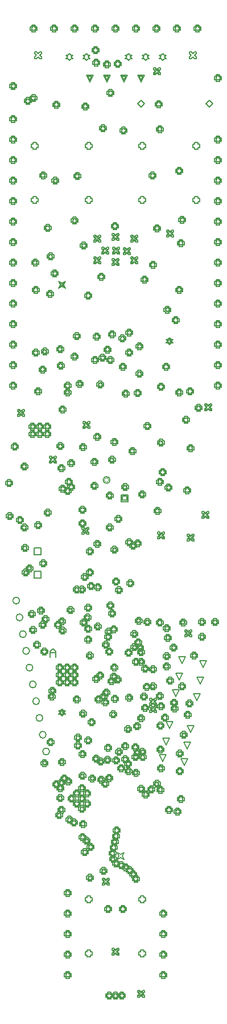
<source format=gbr>
G04 Layer_Color=2752767*
%FSLAX25Y25*%
%MOIN*%
%TF.FileFunction,Drawing*%
%TF.Part,Single*%
G01*
G75*
%TA.AperFunction,NonConductor*%
%ADD143C,0.00500*%
%ADD189C,0.00667*%
%ADD190C,0.00400*%
D143*
X-47700Y292500D02*
Y296500D01*
X-43700D01*
Y292500D01*
X-47700D01*
Y305886D02*
Y309886D01*
X-43700D01*
Y305886D01*
X-47700D01*
X47644Y220771D02*
X45644Y224771D01*
X49644D01*
X47644Y220771D01*
X35277Y223175D02*
X33277Y227175D01*
X37277D01*
X35277Y223175D01*
X37155Y232837D02*
X35155Y236837D01*
X39155D01*
X37155Y232837D01*
X39033Y242498D02*
X37033Y246498D01*
X41033D01*
X39033Y242498D01*
X51400Y240094D02*
X49400Y244094D01*
X53400D01*
X51400Y240094D01*
X49522Y230433D02*
X47522Y234433D01*
X51522D01*
X49522Y230433D01*
X31511Y204360D02*
X29511Y208360D01*
X33511D01*
X31511Y204360D01*
X43878Y201956D02*
X41878Y205956D01*
X45878D01*
X43878Y201956D01*
X42000Y192295D02*
X40000Y196294D01*
X44000D01*
X42000Y192295D01*
X40122Y182633D02*
X38122Y186633D01*
X42122D01*
X40122Y182633D01*
X27755Y185037D02*
X25755Y189037D01*
X29755D01*
X27755Y185037D01*
X29633Y194698D02*
X27633Y198698D01*
X31633D01*
X29633Y194698D01*
X-17100Y595457D02*
X-16100Y596457D01*
X-15100D01*
X-16100Y597457D01*
X-15100Y598457D01*
X-16100D01*
X-17100Y599457D01*
X-18100Y598457D01*
X-19100D01*
X-18100Y597457D01*
X-19100Y596457D01*
X-18100D01*
X-17100Y595457D01*
X-27100D02*
X-26100Y596457D01*
X-25100D01*
X-26100Y597457D01*
X-25100Y598457D01*
X-26100D01*
X-27100Y599457D01*
X-28100Y598457D01*
X-29100D01*
X-28100Y597457D01*
X-29100Y596457D01*
X-28100D01*
X-27100Y595457D01*
X7500D02*
X8500Y596457D01*
X9500D01*
X8500Y597457D01*
X9500Y598457D01*
X8500D01*
X7500Y599457D01*
X6500Y598457D01*
X5500D01*
X6500Y597457D01*
X5500Y596457D01*
X6500D01*
X7500Y595457D01*
X27500D02*
X28500Y596457D01*
X29500D01*
X28500Y597457D01*
X29500Y598457D01*
X28500D01*
X27500Y599457D01*
X26500Y598457D01*
X25500D01*
X26500Y597457D01*
X25500Y596457D01*
X26500D01*
X27500Y595457D01*
X17500D02*
X18500Y596457D01*
X19500D01*
X18500Y597457D01*
X19500Y598457D01*
X18500D01*
X17500Y599457D01*
X16500Y598457D01*
X15500D01*
X16500Y597457D01*
X15500Y596457D01*
X16500D01*
X17500Y595457D01*
X938Y127728D02*
X1938Y129728D01*
X938Y131728D01*
X2938Y130728D01*
X4938Y131728D01*
X3938Y129728D01*
X4938Y127728D01*
X2938Y128728D01*
X938Y127728D01*
X14748Y512780D02*
Y511779D01*
X16748D01*
Y512780D01*
X17748D01*
Y514780D01*
X16748D01*
Y515779D01*
X14748D01*
Y514780D01*
X13748D01*
Y512780D01*
X14748D01*
X46244D02*
Y511779D01*
X48244D01*
Y512780D01*
X49244D01*
Y514780D01*
X48244D01*
Y515779D01*
X46244D01*
Y514780D01*
X45244D01*
Y512780D01*
X46244D01*
Y544276D02*
Y543276D01*
X48244D01*
Y544276D01*
X49244D01*
Y546276D01*
X48244D01*
Y547276D01*
X46244D01*
Y546276D01*
X45244D01*
Y544276D01*
X46244D01*
X14748D02*
Y543276D01*
X16748D01*
Y544276D01*
X17748D01*
Y546276D01*
X16748D01*
Y547276D01*
X14748D01*
Y546276D01*
X13748D01*
Y544276D01*
X14748D01*
X-48244Y512780D02*
Y511779D01*
X-46244D01*
Y512780D01*
X-45244D01*
Y514780D01*
X-46244D01*
Y515779D01*
X-48244D01*
Y514780D01*
X-49244D01*
Y512780D01*
X-48244D01*
X-16748D02*
Y511779D01*
X-14748D01*
Y512780D01*
X-13748D01*
Y514780D01*
X-14748D01*
Y515779D01*
X-16748D01*
Y514780D01*
X-17748D01*
Y512780D01*
X-16748D01*
Y544276D02*
Y543276D01*
X-14748D01*
Y544276D01*
X-13748D01*
Y546276D01*
X-14748D01*
Y547276D01*
X-16748D01*
Y546276D01*
X-17748D01*
Y544276D01*
X-16748D01*
X-48244D02*
Y543276D01*
X-46244D01*
Y544276D01*
X-45244D01*
Y546276D01*
X-46244D01*
Y547276D01*
X-48244D01*
Y546276D01*
X-49244D01*
Y544276D01*
X-48244D01*
X-16748Y103331D02*
Y102331D01*
X-14748D01*
Y103331D01*
X-13748D01*
Y105331D01*
X-14748D01*
Y106331D01*
X-16748D01*
Y105331D01*
X-17748D01*
Y103331D01*
X-16748D01*
X14748D02*
Y102331D01*
X16748D01*
Y103331D01*
X17748D01*
Y105331D01*
X16748D01*
Y106331D01*
X14748D01*
Y105331D01*
X13748D01*
Y103331D01*
X14748D01*
Y71638D02*
Y70638D01*
X16748D01*
Y71638D01*
X17748D01*
Y73638D01*
X16748D01*
Y74638D01*
X14748D01*
Y73638D01*
X13748D01*
Y71638D01*
X14748D01*
X-16748D02*
Y70638D01*
X-14748D01*
Y71638D01*
X-13748D01*
Y73638D01*
X-14748D01*
Y74638D01*
X-16748D01*
Y73638D01*
X-17748D01*
Y71638D01*
X-16748D01*
X-47276Y596425D02*
X-46276D01*
X-45276Y597425D01*
X-44276Y596425D01*
X-43276D01*
Y597425D01*
X-44276Y598425D01*
X-43276Y599425D01*
Y600425D01*
X-44276D01*
X-45276Y599425D01*
X-46276Y600425D01*
X-47276D01*
Y599425D01*
X-46276Y598425D01*
X-47276Y597425D01*
Y596425D01*
X43276D02*
X44276D01*
X45276Y597425D01*
X46276Y596425D01*
X47276D01*
Y597425D01*
X46276Y598425D01*
X47276Y599425D01*
Y600425D01*
X46276D01*
X45276Y599425D01*
X44276Y600425D01*
X43276D01*
Y599425D01*
X44276Y598425D01*
X43276Y597425D01*
Y596425D01*
X52900Y570000D02*
X54900Y572000D01*
X56900Y570000D01*
X54900Y568000D01*
X52900Y570000D01*
X12900Y570100D02*
X14900Y572100D01*
X16900Y570100D01*
X14900Y568100D01*
X12900Y570100D01*
X3289Y337199D02*
Y341199D01*
X7289D01*
Y337199D01*
X3289D01*
X4089Y337999D02*
Y340399D01*
X6489D01*
Y337999D01*
X4089D01*
X14900Y582800D02*
X12900Y586800D01*
X16900D01*
X14900Y582800D01*
Y583600D02*
X13700Y586000D01*
X16100D01*
X14900Y583600D01*
X4900Y582800D02*
X2900Y586800D01*
X6900D01*
X4900Y582800D01*
Y583600D02*
X3700Y586000D01*
X6100D01*
X4900Y583600D01*
X-5100Y582800D02*
X-7100Y586800D01*
X-3100D01*
X-5100Y582800D01*
Y583600D02*
X-6300Y586000D01*
X-3900D01*
X-5100Y583600D01*
X-15100Y582800D02*
X-17100Y586800D01*
X-13100D01*
X-15100Y582800D01*
Y583600D02*
X-16300Y586000D01*
X-13900D01*
X-15100Y583600D01*
X31496Y429102D02*
X32496Y430102D01*
X33496D01*
X32496Y431102D01*
X33496Y432102D01*
X32496D01*
X31496Y433102D01*
X30496Y432102D01*
X29496D01*
X30496Y431102D01*
X29496Y430102D01*
X30496D01*
X31496Y429102D01*
Y429902D02*
X32096Y430502D01*
X32696D01*
X32096Y431102D01*
X32696Y431702D01*
X32096D01*
X31496Y432302D01*
X30896Y431702D01*
X30296D01*
X30896Y431102D01*
X30296Y430502D01*
X30896D01*
X31496Y429902D01*
X-31496Y211779D02*
X-30496Y212779D01*
X-29496D01*
X-30496Y213779D01*
X-29496Y214779D01*
X-30496D01*
X-31496Y215779D01*
X-32496Y214779D01*
X-33496D01*
X-32496Y213779D01*
X-33496Y212779D01*
X-32496D01*
X-31496Y211779D01*
Y212579D02*
X-30896Y213179D01*
X-30296D01*
X-30896Y213779D01*
X-30296Y214380D01*
X-30896D01*
X-31496Y214980D01*
X-32096Y214380D01*
X-32696D01*
X-32096Y213779D01*
X-32696Y213179D01*
X-32096D01*
X-31496Y212579D01*
X-33496Y462173D02*
X-32496Y464173D01*
X-33496Y466173D01*
X-31496Y465173D01*
X-29496Y466173D01*
X-30496Y464173D01*
X-29496Y462173D01*
X-31496Y463173D01*
X-33496Y462173D01*
X-32696Y462973D02*
X-32096Y464173D01*
X-32696Y465373D01*
X-31496Y464773D01*
X-30296Y465373D01*
X-30896Y464173D01*
X-30296Y462973D01*
X-31496Y463573D01*
X-32696Y462973D01*
X-13300Y359500D02*
Y358500D01*
X-11300D01*
Y359500D01*
X-10300D01*
Y361500D01*
X-11300D01*
Y362500D01*
X-13300D01*
Y361500D01*
X-14300D01*
Y359500D01*
X-13300D01*
X-12900Y359900D02*
Y359300D01*
X-11700D01*
Y359900D01*
X-11100D01*
Y361100D01*
X-11700D01*
Y361700D01*
X-12900D01*
Y361100D01*
X-13500D01*
Y359900D01*
X-12900D01*
X9400Y310300D02*
Y309300D01*
X11400D01*
Y310300D01*
X12400D01*
Y312300D01*
X11400D01*
Y313300D01*
X9400D01*
Y312300D01*
X8400D01*
Y310300D01*
X9400D01*
X9800Y310700D02*
Y310100D01*
X11000D01*
Y310700D01*
X11600D01*
Y311900D01*
X11000D01*
Y312500D01*
X9800D01*
Y311900D01*
X9200D01*
Y310700D01*
X9800D01*
X30100Y344400D02*
Y343400D01*
X32100D01*
Y344400D01*
X33100D01*
Y346400D01*
X32100D01*
Y347400D01*
X30100D01*
Y346400D01*
X29100D01*
Y344400D01*
X30100D01*
X30500Y344800D02*
Y344200D01*
X31700D01*
Y344800D01*
X32300D01*
Y346000D01*
X31700D01*
Y346600D01*
X30500D01*
Y346000D01*
X29900D01*
Y344800D01*
X30500D01*
X37200Y162100D02*
Y161100D01*
X39200D01*
Y162100D01*
X40200D01*
Y164100D01*
X39200D01*
Y165100D01*
X37200D01*
Y164100D01*
X36200D01*
Y162100D01*
X37200D01*
X37600Y162500D02*
Y161900D01*
X38800D01*
Y162500D01*
X39400D01*
Y163700D01*
X38800D01*
Y164300D01*
X37600D01*
Y163700D01*
X37000D01*
Y162500D01*
X37600D01*
X36718Y188618D02*
Y187618D01*
X38718D01*
Y188618D01*
X39718D01*
Y190618D01*
X38718D01*
Y191618D01*
X36718D01*
Y190618D01*
X35718D01*
Y188618D01*
X36718D01*
X37118Y189018D02*
Y188418D01*
X38318D01*
Y189018D01*
X38918D01*
Y190218D01*
X38318D01*
Y190818D01*
X37118D01*
Y190218D01*
X36518D01*
Y189018D01*
X37118D01*
X33300Y218500D02*
Y217500D01*
X35300D01*
Y218500D01*
X36300D01*
Y220500D01*
X35300D01*
Y221500D01*
X33300D01*
Y220500D01*
X32300D01*
Y218500D01*
X33300D01*
X33700Y218900D02*
Y218300D01*
X34900D01*
Y218900D01*
X35500D01*
Y220100D01*
X34900D01*
Y220700D01*
X33700D01*
Y220100D01*
X33100D01*
Y218900D01*
X33700D01*
X25700Y216500D02*
Y215500D01*
X27700D01*
Y216500D01*
X28700D01*
Y218500D01*
X27700D01*
Y219500D01*
X25700D01*
Y218500D01*
X24700D01*
Y216500D01*
X25700D01*
X26100Y216900D02*
Y216300D01*
X27300D01*
Y216900D01*
X27900D01*
Y218100D01*
X27300D01*
Y218700D01*
X26100D01*
Y218100D01*
X25500D01*
Y216900D01*
X26100D01*
X-34100Y152600D02*
Y151600D01*
X-32100D01*
Y152600D01*
X-31100D01*
Y154600D01*
X-32100D01*
Y155600D01*
X-34100D01*
Y154600D01*
X-35100D01*
Y152600D01*
X-34100D01*
X-33700Y153000D02*
Y152400D01*
X-32500D01*
Y153000D01*
X-31900D01*
Y154200D01*
X-32500D01*
Y154800D01*
X-33700D01*
Y154200D01*
X-34300D01*
Y153000D01*
X-33700D01*
X-20400Y323400D02*
Y322400D01*
X-18400D01*
Y323400D01*
X-17400D01*
Y325400D01*
X-18400D01*
Y326400D01*
X-20400D01*
Y325400D01*
X-21400D01*
Y323400D01*
X-20400D01*
X-20000Y323800D02*
Y323200D01*
X-18800D01*
Y323800D01*
X-18200D01*
Y325000D01*
X-18800D01*
Y325600D01*
X-20000D01*
Y325000D01*
X-20600D01*
Y323800D01*
X-20000D01*
X-20400Y331300D02*
Y330300D01*
X-18400D01*
Y331300D01*
X-17400D01*
Y333300D01*
X-18400D01*
Y334300D01*
X-20400D01*
Y333300D01*
X-21400D01*
Y331300D01*
X-20400D01*
X-20000Y331700D02*
Y331100D01*
X-18800D01*
Y331700D01*
X-18200D01*
Y332900D01*
X-18800D01*
Y333500D01*
X-20000D01*
Y332900D01*
X-20600D01*
Y331700D01*
X-20000D01*
X-36600Y469700D02*
Y468700D01*
X-34600D01*
Y469700D01*
X-33600D01*
Y471700D01*
X-34600D01*
Y472700D01*
X-36600D01*
Y471700D01*
X-37600D01*
Y469700D01*
X-36600D01*
X-36200Y470100D02*
Y469500D01*
X-35000D01*
Y470100D01*
X-34400D01*
Y471300D01*
X-35000D01*
Y471900D01*
X-36200D01*
Y471300D01*
X-36800D01*
Y470100D01*
X-36200D01*
X-48200Y476100D02*
Y475100D01*
X-46200D01*
Y476100D01*
X-45200D01*
Y478100D01*
X-46200D01*
Y479100D01*
X-48200D01*
Y478100D01*
X-49200D01*
Y476100D01*
X-48200D01*
X-47800Y476500D02*
Y475900D01*
X-46600D01*
Y476500D01*
X-46000D01*
Y477700D01*
X-46600D01*
Y478300D01*
X-47800D01*
Y477700D01*
X-48400D01*
Y476500D01*
X-47800D01*
Y460100D02*
Y459100D01*
X-45800D01*
Y460100D01*
X-44800D01*
Y462100D01*
X-45800D01*
Y463100D01*
X-47800D01*
Y462100D01*
X-48800D01*
Y460100D01*
X-47800D01*
X-47400Y460500D02*
Y459900D01*
X-46200D01*
Y460500D01*
X-45600D01*
Y461700D01*
X-46200D01*
Y462300D01*
X-47400D01*
Y461700D01*
X-48000D01*
Y460500D01*
X-47400D01*
X-47800Y423300D02*
Y422300D01*
X-45800D01*
Y423300D01*
X-44800D01*
Y425300D01*
X-45800D01*
Y426300D01*
X-47800D01*
Y425300D01*
X-48800D01*
Y423300D01*
X-47800D01*
X-47400Y423700D02*
Y423100D01*
X-46200D01*
Y423700D01*
X-45600D01*
Y424900D01*
X-46200D01*
Y425500D01*
X-47400D01*
Y424900D01*
X-48000D01*
Y423700D01*
X-47400D01*
X-43700Y413500D02*
Y412500D01*
X-41700D01*
Y413500D01*
X-40700D01*
Y415500D01*
X-41700D01*
Y416500D01*
X-43700D01*
Y415500D01*
X-44700D01*
Y413500D01*
X-43700D01*
X-43300Y413900D02*
Y413300D01*
X-42100D01*
Y413900D01*
X-41500D01*
Y415100D01*
X-42100D01*
Y415700D01*
X-43300D01*
Y415100D01*
X-43900D01*
Y413900D01*
X-43300D01*
X-40800Y329600D02*
Y328600D01*
X-38800D01*
Y329600D01*
X-37800D01*
Y331600D01*
X-38800D01*
Y332600D01*
X-40800D01*
Y331600D01*
X-41800D01*
Y329600D01*
X-40800D01*
X-40400Y330000D02*
Y329400D01*
X-39200D01*
Y330000D01*
X-38600D01*
Y331200D01*
X-39200D01*
Y331800D01*
X-40400D01*
Y331200D01*
X-41000D01*
Y330000D01*
X-40400D01*
X-54100Y308900D02*
Y307900D01*
X-52100D01*
Y308900D01*
X-51100D01*
Y310900D01*
X-52100D01*
Y311900D01*
X-54100D01*
Y310900D01*
X-55100D01*
Y308900D01*
X-54100D01*
X-53700Y309300D02*
Y308700D01*
X-52500D01*
Y309300D01*
X-51900D01*
Y310500D01*
X-52500D01*
Y311100D01*
X-53700D01*
Y310500D01*
X-54300D01*
Y309300D01*
X-53700D01*
X-54500Y321000D02*
Y320000D01*
X-52500D01*
Y321000D01*
X-51500D01*
Y323000D01*
X-52500D01*
Y324000D01*
X-54500D01*
Y323000D01*
X-55500D01*
Y321000D01*
X-54500D01*
X-54100Y321400D02*
Y320800D01*
X-52900D01*
Y321400D01*
X-52300D01*
Y322600D01*
X-52900D01*
Y323200D01*
X-54100D01*
Y322600D01*
X-54700D01*
Y321400D01*
X-54100D01*
X-46300Y322300D02*
Y321300D01*
X-44300D01*
Y322300D01*
X-43300D01*
Y324300D01*
X-44300D01*
Y325300D01*
X-46300D01*
Y324300D01*
X-47300D01*
Y322300D01*
X-46300D01*
X-45900Y322700D02*
Y322100D01*
X-44700D01*
Y322700D01*
X-44100D01*
Y323900D01*
X-44700D01*
Y324500D01*
X-45900D01*
Y323900D01*
X-46500D01*
Y322700D01*
X-45900D01*
X-62900Y327600D02*
Y326600D01*
X-60900D01*
Y327600D01*
X-59900D01*
Y329600D01*
X-60900D01*
Y330600D01*
X-62900D01*
Y329600D01*
X-63900D01*
Y327600D01*
X-62900D01*
X-62500Y328000D02*
Y327400D01*
X-61300D01*
Y328000D01*
X-60700D01*
Y329200D01*
X-61300D01*
Y329800D01*
X-62500D01*
Y329200D01*
X-63100D01*
Y328000D01*
X-62500D01*
X-63300Y347000D02*
Y346000D01*
X-61300D01*
Y347000D01*
X-60300D01*
Y349000D01*
X-61300D01*
Y350000D01*
X-63300D01*
Y349000D01*
X-64300D01*
Y347000D01*
X-63300D01*
X-62900Y347400D02*
Y346800D01*
X-61700D01*
Y347400D01*
X-61100D01*
Y348600D01*
X-61700D01*
Y349200D01*
X-62900D01*
Y348600D01*
X-63500D01*
Y347400D01*
X-62900D01*
X-54543Y356677D02*
Y355677D01*
X-52543D01*
Y356677D01*
X-51543D01*
Y358677D01*
X-52543D01*
Y359677D01*
X-54543D01*
Y358677D01*
X-55543D01*
Y356677D01*
X-54543D01*
X-54143Y357077D02*
Y356477D01*
X-52943D01*
Y357077D01*
X-52343D01*
Y358277D01*
X-52943D01*
Y358877D01*
X-54143D01*
Y358277D01*
X-54743D01*
Y357077D01*
X-54143D01*
X-32800Y355800D02*
Y354800D01*
X-30800D01*
Y355800D01*
X-29800D01*
Y357800D01*
X-30800D01*
Y358800D01*
X-32800D01*
Y357800D01*
X-33800D01*
Y355800D01*
X-32800D01*
X-32400Y356200D02*
Y355600D01*
X-31200D01*
Y356200D01*
X-30600D01*
Y357400D01*
X-31200D01*
Y358000D01*
X-32400D01*
Y357400D01*
X-33000D01*
Y356200D01*
X-32400D01*
X-3200Y360600D02*
Y359600D01*
X-1200D01*
Y360600D01*
X-200D01*
Y362600D01*
X-1200D01*
Y363600D01*
X-3200D01*
Y362600D01*
X-4200D01*
Y360600D01*
X-3200D01*
X-2800Y361000D02*
Y360400D01*
X-1600D01*
Y361000D01*
X-1000D01*
Y362200D01*
X-1600D01*
Y362800D01*
X-2800D01*
Y362200D01*
X-3400D01*
Y361000D01*
X-2800D01*
X-4500Y339700D02*
Y338700D01*
X-2500D01*
Y339700D01*
X-1500D01*
Y341700D01*
X-2500D01*
Y342700D01*
X-4500D01*
Y341700D01*
X-5500D01*
Y339700D01*
X-4500D01*
X-4100Y340100D02*
Y339500D01*
X-2900D01*
Y340100D01*
X-2300D01*
Y341300D01*
X-2900D01*
Y341900D01*
X-4100D01*
Y341300D01*
X-4700D01*
Y340100D01*
X-4100D01*
X700Y326000D02*
Y325000D01*
X2700D01*
Y326000D01*
X3700D01*
Y328000D01*
X2700D01*
Y329000D01*
X700D01*
Y328000D01*
X-300D01*
Y326000D01*
X700D01*
X1100Y326400D02*
Y325800D01*
X2300D01*
Y326400D01*
X2900D01*
Y327600D01*
X2300D01*
Y328200D01*
X1100D01*
Y327600D01*
X500D01*
Y326400D01*
X1100D01*
X-4500Y321000D02*
Y320000D01*
X-2500D01*
Y321000D01*
X-1500D01*
Y323000D01*
X-2500D01*
Y324000D01*
X-4500D01*
Y323000D01*
X-5500D01*
Y321000D01*
X-4500D01*
X-4100Y321400D02*
Y320800D01*
X-2900D01*
Y321400D01*
X-2300D01*
Y322600D01*
X-2900D01*
Y323200D01*
X-4100D01*
Y322600D01*
X-4700D01*
Y321400D01*
X-4100D01*
X23500Y330800D02*
Y329800D01*
X25500D01*
Y330800D01*
X26500D01*
Y332800D01*
X25500D01*
Y333800D01*
X23500D01*
Y332800D01*
X22500D01*
Y330800D01*
X23500D01*
X23900Y331200D02*
Y330600D01*
X25100D01*
Y331200D01*
X25700D01*
Y332400D01*
X25100D01*
Y333000D01*
X23900D01*
Y332400D01*
X23300D01*
Y331200D01*
X23900D01*
X4500Y344600D02*
Y343600D01*
X6500D01*
Y344600D01*
X7500D01*
Y346600D01*
X6500D01*
Y347600D01*
X4500D01*
Y346600D01*
X3500D01*
Y344600D01*
X4500D01*
X4900Y345000D02*
Y344400D01*
X6100D01*
Y345000D01*
X6700D01*
Y346200D01*
X6100D01*
Y346800D01*
X4900D01*
Y346200D01*
X4300D01*
Y345000D01*
X4900D01*
X14500Y340400D02*
Y339400D01*
X16500D01*
Y340400D01*
X17500D01*
Y342400D01*
X16500D01*
Y343400D01*
X14500D01*
Y342400D01*
X13500D01*
Y340400D01*
X14500D01*
X14900Y340800D02*
Y340200D01*
X16100D01*
Y340800D01*
X16700D01*
Y342000D01*
X16100D01*
Y342600D01*
X14900D01*
Y342000D01*
X14300D01*
Y340800D01*
X14900D01*
X41000Y342800D02*
Y341800D01*
X43000D01*
Y342800D01*
X44000D01*
Y344800D01*
X43000D01*
Y345800D01*
X41000D01*
Y344800D01*
X40000D01*
Y342800D01*
X41000D01*
X41400Y343200D02*
Y342600D01*
X42600D01*
Y343200D01*
X43200D01*
Y344400D01*
X42600D01*
Y345000D01*
X41400D01*
Y344400D01*
X40800D01*
Y343200D01*
X41400D01*
X42900Y367500D02*
Y366500D01*
X44900D01*
Y367500D01*
X45900D01*
Y369500D01*
X44900D01*
Y370500D01*
X42900D01*
Y369500D01*
X41900D01*
Y367500D01*
X42900D01*
X43300Y367900D02*
Y367300D01*
X44500D01*
Y367900D01*
X45100D01*
Y369100D01*
X44500D01*
Y369700D01*
X43300D01*
Y369100D01*
X42700D01*
Y367900D01*
X43300D01*
X25500Y370600D02*
Y369600D01*
X27500D01*
Y370600D01*
X28500D01*
Y372600D01*
X27500D01*
Y373600D01*
X25500D01*
Y372600D01*
X24500D01*
Y370600D01*
X25500D01*
X25900Y371000D02*
Y370400D01*
X27100D01*
Y371000D01*
X27700D01*
Y372200D01*
X27100D01*
Y372800D01*
X25900D01*
Y372200D01*
X25300D01*
Y371000D01*
X25900D01*
X40200Y384000D02*
Y383000D01*
X42200D01*
Y384000D01*
X43200D01*
Y386000D01*
X42200D01*
Y387000D01*
X40200D01*
Y386000D01*
X39200D01*
Y384000D01*
X40200D01*
X40600Y384400D02*
Y383800D01*
X41800D01*
Y384400D01*
X42400D01*
Y385600D01*
X41800D01*
Y386200D01*
X40600D01*
Y385600D01*
X40000D01*
Y384400D01*
X40600D01*
X26600Y353400D02*
Y352400D01*
X28600D01*
Y353400D01*
X29600D01*
Y355400D01*
X28600D01*
Y356400D01*
X26600D01*
Y355400D01*
X25600D01*
Y353400D01*
X26600D01*
X27000Y353800D02*
Y353200D01*
X28200D01*
Y353800D01*
X28800D01*
Y355000D01*
X28200D01*
Y355600D01*
X27000D01*
Y355000D01*
X26400D01*
Y353800D01*
X27000D01*
X17700Y380300D02*
Y379300D01*
X19700D01*
Y380300D01*
X20700D01*
Y382300D01*
X19700D01*
Y383300D01*
X17700D01*
Y382300D01*
X16700D01*
Y380300D01*
X17700D01*
X18100Y380700D02*
Y380100D01*
X19300D01*
Y380700D01*
X19900D01*
Y381900D01*
X19300D01*
Y382500D01*
X18100D01*
Y381900D01*
X17500D01*
Y380700D01*
X18100D01*
X8800Y365800D02*
Y364800D01*
X10800D01*
Y365800D01*
X11800D01*
Y367800D01*
X10800D01*
Y368800D01*
X8800D01*
Y367800D01*
X7800D01*
Y365800D01*
X8800D01*
X9200Y366200D02*
Y365600D01*
X10400D01*
Y366200D01*
X11000D01*
Y367400D01*
X10400D01*
Y368000D01*
X9200D01*
Y367400D01*
X8600D01*
Y366200D01*
X9200D01*
X-1600Y371100D02*
Y370100D01*
X400D01*
Y371100D01*
X1400D01*
Y373100D01*
X400D01*
Y374100D01*
X-1600D01*
Y373100D01*
X-2600D01*
Y371100D01*
X-1600D01*
X-1200Y371500D02*
Y370900D01*
X0D01*
Y371500D01*
X600D01*
Y372700D01*
X0D01*
Y373300D01*
X-1200D01*
Y372700D01*
X-1800D01*
Y371500D01*
X-1200D01*
X-46500Y400800D02*
Y399800D01*
X-44500D01*
Y400800D01*
X-43500D01*
Y402800D01*
X-44500D01*
Y403800D01*
X-46500D01*
Y402800D01*
X-47500D01*
Y400800D01*
X-46500D01*
X-46100Y401200D02*
Y400600D01*
X-44900D01*
Y401200D01*
X-44300D01*
Y402400D01*
X-44900D01*
Y403000D01*
X-46100D01*
Y402400D01*
X-46700D01*
Y401200D01*
X-46100D01*
X-21900Y405200D02*
Y404200D01*
X-19900D01*
Y405200D01*
X-18900D01*
Y407200D01*
X-19900D01*
Y408200D01*
X-21900D01*
Y407200D01*
X-22900D01*
Y405200D01*
X-21900D01*
X-21500Y405600D02*
Y405000D01*
X-20300D01*
Y405600D01*
X-19700D01*
Y406800D01*
X-20300D01*
Y407400D01*
X-21500D01*
Y406800D01*
X-22100D01*
Y405600D01*
X-21500D01*
X-9900Y404600D02*
Y403600D01*
X-7900D01*
Y404600D01*
X-6900D01*
Y406600D01*
X-7900D01*
Y407600D01*
X-9900D01*
Y406600D01*
X-10900D01*
Y404600D01*
X-9900D01*
X-9500Y405000D02*
Y404400D01*
X-8300D01*
Y405000D01*
X-7700D01*
Y406200D01*
X-8300D01*
Y406800D01*
X-9500D01*
Y406200D01*
X-10100D01*
Y405000D01*
X-9500D01*
X4900Y399500D02*
Y398500D01*
X6900D01*
Y399500D01*
X7900D01*
Y401500D01*
X6900D01*
Y402500D01*
X4900D01*
Y401500D01*
X3900D01*
Y399500D01*
X4900D01*
X5300Y399900D02*
Y399300D01*
X6500D01*
Y399900D01*
X7100D01*
Y401100D01*
X6500D01*
Y401700D01*
X5300D01*
Y401100D01*
X4700D01*
Y399900D01*
X5300D01*
X13000Y410900D02*
Y409900D01*
X15000D01*
Y410900D01*
X16000D01*
Y412900D01*
X15000D01*
Y413900D01*
X13000D01*
Y412900D01*
X12000D01*
Y410900D01*
X13000D01*
X13400Y411300D02*
Y410700D01*
X14600D01*
Y411300D01*
X15200D01*
Y412500D01*
X14600D01*
Y413100D01*
X13400D01*
Y412500D01*
X12800D01*
Y411300D01*
X13400D01*
X3300Y415200D02*
Y414200D01*
X5300D01*
Y415200D01*
X6300D01*
Y417200D01*
X5300D01*
Y418200D01*
X3300D01*
Y417200D01*
X2300D01*
Y415200D01*
X3300D01*
X3700Y415600D02*
Y415000D01*
X4900D01*
Y415600D01*
X5500D01*
Y416800D01*
X4900D01*
Y417400D01*
X3700D01*
Y416800D01*
X3100D01*
Y415600D01*
X3700D01*
X28600Y415100D02*
Y414100D01*
X30600D01*
Y415100D01*
X31600D01*
Y417100D01*
X30600D01*
Y418100D01*
X28600D01*
Y417100D01*
X27600D01*
Y415100D01*
X28600D01*
X29000Y415500D02*
Y414900D01*
X30200D01*
Y415500D01*
X30800D01*
Y416700D01*
X30200D01*
Y417300D01*
X29000D01*
Y416700D01*
X28400D01*
Y415500D01*
X29000D01*
X25600Y403400D02*
Y402400D01*
X27600D01*
Y403400D01*
X28600D01*
Y405400D01*
X27600D01*
Y406400D01*
X25600D01*
Y405400D01*
X24600D01*
Y403400D01*
X25600D01*
X26000Y403800D02*
Y403200D01*
X27200D01*
Y403800D01*
X27800D01*
Y405000D01*
X27200D01*
Y405600D01*
X26000D01*
Y405000D01*
X25400D01*
Y403800D01*
X26000D01*
X34200Y442400D02*
Y441400D01*
X36200D01*
Y442400D01*
X37200D01*
Y444400D01*
X36200D01*
Y445400D01*
X34200D01*
Y444400D01*
X33200D01*
Y442400D01*
X34200D01*
X34600Y442800D02*
Y442200D01*
X35800D01*
Y442800D01*
X36400D01*
Y444000D01*
X35800D01*
Y444600D01*
X34600D01*
Y444000D01*
X34000D01*
Y442800D01*
X34600D01*
X-12000Y432800D02*
Y431800D01*
X-10000D01*
Y432800D01*
X-9000D01*
Y434800D01*
X-10000D01*
Y435800D01*
X-12000D01*
Y434800D01*
X-13000D01*
Y432800D01*
X-12000D01*
X-11600Y433200D02*
Y432600D01*
X-10400D01*
Y433200D01*
X-9800D01*
Y434400D01*
X-10400D01*
Y435000D01*
X-11600D01*
Y434400D01*
X-12200D01*
Y433200D01*
X-11600D01*
X-5700Y425200D02*
Y424200D01*
X-3700D01*
Y425200D01*
X-2700D01*
Y427200D01*
X-3700D01*
Y428200D01*
X-5700D01*
Y427200D01*
X-6700D01*
Y425200D01*
X-5700D01*
X-5300Y425600D02*
Y425000D01*
X-4100D01*
Y425600D01*
X-3500D01*
Y426800D01*
X-4100D01*
Y427400D01*
X-5300D01*
Y426800D01*
X-5900D01*
Y425600D01*
X-5300D01*
X-13000Y419100D02*
Y418100D01*
X-11000D01*
Y419100D01*
X-10000D01*
Y421100D01*
X-11000D01*
Y422100D01*
X-13000D01*
Y421100D01*
X-14000D01*
Y419100D01*
X-13000D01*
X-12600Y419500D02*
Y418900D01*
X-11400D01*
Y419500D01*
X-10800D01*
Y420700D01*
X-11400D01*
Y421300D01*
X-12600D01*
Y420700D01*
X-13200D01*
Y419500D01*
X-12600D01*
X-24900Y421100D02*
Y420100D01*
X-22900D01*
Y421100D01*
X-21900D01*
Y423100D01*
X-22900D01*
Y424100D01*
X-24900D01*
Y423100D01*
X-25900D01*
Y421100D01*
X-24900D01*
X-24500Y421500D02*
Y420900D01*
X-23300D01*
Y421500D01*
X-22700D01*
Y422700D01*
X-23300D01*
Y423300D01*
X-24500D01*
Y422700D01*
X-25100D01*
Y421500D01*
X-24500D01*
X-42500Y423900D02*
Y422900D01*
X-40500D01*
Y423900D01*
X-39500D01*
Y425900D01*
X-40500D01*
Y426900D01*
X-42500D01*
Y425900D01*
X-43500D01*
Y423900D01*
X-42500D01*
X-42100Y424300D02*
Y423700D01*
X-40900D01*
Y424300D01*
X-40300D01*
Y425500D01*
X-40900D01*
Y426100D01*
X-42100D01*
Y425500D01*
X-42700D01*
Y424300D01*
X-42100D01*
X-39500Y457800D02*
Y456800D01*
X-37500D01*
Y457800D01*
X-36500D01*
Y459800D01*
X-37500D01*
Y460800D01*
X-39500D01*
Y459800D01*
X-40500D01*
Y457800D01*
X-39500D01*
X-39100Y458200D02*
Y457600D01*
X-37900D01*
Y458200D01*
X-37300D01*
Y459400D01*
X-37900D01*
Y460000D01*
X-39100D01*
Y459400D01*
X-39700D01*
Y458200D01*
X-39100D01*
X-17000Y456700D02*
Y455700D01*
X-15000D01*
Y456700D01*
X-14000D01*
Y458700D01*
X-15000D01*
Y459700D01*
X-17000D01*
Y458700D01*
X-18000D01*
Y456700D01*
X-17000D01*
X-16600Y457100D02*
Y456500D01*
X-15400D01*
Y457100D01*
X-14800D01*
Y458300D01*
X-15400D01*
Y458900D01*
X-16600D01*
Y458300D01*
X-17200D01*
Y457100D01*
X-16600D01*
X38100Y501100D02*
Y500100D01*
X40100D01*
Y501100D01*
X41100D01*
Y503100D01*
X40100D01*
Y504100D01*
X38100D01*
Y503100D01*
X37100D01*
Y501100D01*
X38100D01*
X38500Y501500D02*
Y500900D01*
X39700D01*
Y501500D01*
X40300D01*
Y502700D01*
X39700D01*
Y503300D01*
X38500D01*
Y502700D01*
X37900D01*
Y501500D01*
X38500D01*
X37200Y487500D02*
Y486500D01*
X39200D01*
Y487500D01*
X40200D01*
Y489500D01*
X39200D01*
Y490500D01*
X37200D01*
Y489500D01*
X36200D01*
Y487500D01*
X37200D01*
X37600Y487900D02*
Y487300D01*
X38800D01*
Y487900D01*
X39400D01*
Y489100D01*
X38800D01*
Y489700D01*
X37600D01*
Y489100D01*
X37000D01*
Y487900D01*
X37600D01*
X20900Y474800D02*
Y473800D01*
X22900D01*
Y474800D01*
X23900D01*
Y476800D01*
X22900D01*
Y477800D01*
X20900D01*
Y476800D01*
X19900D01*
Y474800D01*
X20900D01*
X21300Y475200D02*
Y474600D01*
X22500D01*
Y475200D01*
X23100D01*
Y476400D01*
X22500D01*
Y477000D01*
X21300D01*
Y476400D01*
X20700D01*
Y475200D01*
X21300D01*
X-9400Y467800D02*
Y466800D01*
X-7400D01*
Y467800D01*
X-6400D01*
Y469800D01*
X-7400D01*
Y470800D01*
X-9400D01*
Y469800D01*
X-10400D01*
Y467800D01*
X-9400D01*
X-9000Y468200D02*
Y467600D01*
X-7800D01*
Y468200D01*
X-7200D01*
Y469400D01*
X-7800D01*
Y470000D01*
X-9000D01*
Y469400D01*
X-9600D01*
Y468200D01*
X-9000D01*
X23300Y496200D02*
Y495200D01*
X25300D01*
Y496200D01*
X26300D01*
Y498200D01*
X25300D01*
Y499200D01*
X23300D01*
Y498200D01*
X22300D01*
Y496200D01*
X23300D01*
X23700Y496600D02*
Y496000D01*
X24900D01*
Y496600D01*
X25500D01*
Y497800D01*
X24900D01*
Y498400D01*
X23700D01*
Y497800D01*
X23100D01*
Y496600D01*
X23700D01*
X-1400Y497400D02*
Y496400D01*
X600D01*
Y497400D01*
X1600D01*
Y499400D01*
X600D01*
Y500400D01*
X-1400D01*
Y499400D01*
X-2400D01*
Y497400D01*
X-1400D01*
X-1000Y497800D02*
Y497200D01*
X200D01*
Y497800D01*
X800D01*
Y499000D01*
X200D01*
Y499600D01*
X-1000D01*
Y499000D01*
X-1600D01*
Y497800D01*
X-1000D01*
X-19600Y486000D02*
Y485000D01*
X-17600D01*
Y486000D01*
X-16600D01*
Y488000D01*
X-17600D01*
Y489000D01*
X-19600D01*
Y488000D01*
X-20600D01*
Y486000D01*
X-19600D01*
X-19200Y486400D02*
Y485800D01*
X-18000D01*
Y486400D01*
X-17400D01*
Y487600D01*
X-18000D01*
Y488200D01*
X-19200D01*
Y487600D01*
X-19800D01*
Y486400D01*
X-19200D01*
X-40800Y496300D02*
Y495300D01*
X-38800D01*
Y496300D01*
X-37800D01*
Y498300D01*
X-38800D01*
Y499300D01*
X-40800D01*
Y498300D01*
X-41800D01*
Y496300D01*
X-40800D01*
X-40400Y496700D02*
Y496100D01*
X-39200D01*
Y496700D01*
X-38600D01*
Y497900D01*
X-39200D01*
Y498500D01*
X-40400D01*
Y497900D01*
X-41000D01*
Y496700D01*
X-40400D01*
X-25000Y500600D02*
Y499600D01*
X-23000D01*
Y500600D01*
X-22000D01*
Y502600D01*
X-23000D01*
Y503600D01*
X-25000D01*
Y502600D01*
X-26000D01*
Y500600D01*
X-25000D01*
X-24600Y501000D02*
Y500400D01*
X-23400D01*
Y501000D01*
X-22800D01*
Y502200D01*
X-23400D01*
Y502800D01*
X-24600D01*
Y502200D01*
X-25200D01*
Y501000D01*
X-24600D01*
X-43500Y527100D02*
Y526100D01*
X-41500D01*
Y527100D01*
X-40500D01*
Y529100D01*
X-41500D01*
Y530100D01*
X-43500D01*
Y529100D01*
X-44500D01*
Y527100D01*
X-43500D01*
X-43100Y527500D02*
Y526900D01*
X-41900D01*
Y527500D01*
X-41300D01*
Y528700D01*
X-41900D01*
Y529300D01*
X-43100D01*
Y528700D01*
X-43700D01*
Y527500D01*
X-43100D01*
X-23500Y526700D02*
Y525700D01*
X-21500D01*
Y526700D01*
X-20500D01*
Y528700D01*
X-21500D01*
Y529700D01*
X-23500D01*
Y528700D01*
X-24500D01*
Y526700D01*
X-23500D01*
X-23100Y527100D02*
Y526500D01*
X-21900D01*
Y527100D01*
X-21300D01*
Y528300D01*
X-21900D01*
Y528900D01*
X-23100D01*
Y528300D01*
X-23700D01*
Y527100D01*
X-23100D01*
X20700Y527000D02*
Y526000D01*
X22700D01*
Y527000D01*
X23700D01*
Y529000D01*
X22700D01*
Y530000D01*
X20700D01*
Y529000D01*
X19700D01*
Y527000D01*
X20700D01*
X21100Y527400D02*
Y526800D01*
X22300D01*
Y527400D01*
X22900D01*
Y528600D01*
X22300D01*
Y529200D01*
X21100D01*
Y528600D01*
X20500D01*
Y527400D01*
X21100D01*
X36300Y529700D02*
Y528700D01*
X38300D01*
Y529700D01*
X39300D01*
Y531700D01*
X38300D01*
Y532700D01*
X36300D01*
Y531700D01*
X35300D01*
Y529700D01*
X36300D01*
X36700Y530100D02*
Y529500D01*
X37900D01*
Y530100D01*
X38500D01*
Y531300D01*
X37900D01*
Y531900D01*
X36700D01*
Y531300D01*
X36100D01*
Y530100D01*
X36700D01*
X24900Y554200D02*
Y553200D01*
X26900D01*
Y554200D01*
X27900D01*
Y556200D01*
X26900D01*
Y557200D01*
X24900D01*
Y556200D01*
X23900D01*
Y554200D01*
X24900D01*
X25300Y554600D02*
Y554000D01*
X26500D01*
Y554600D01*
X27100D01*
Y555800D01*
X26500D01*
Y556400D01*
X25300D01*
Y555800D01*
X24700D01*
Y554600D01*
X25300D01*
X24300Y568800D02*
Y567800D01*
X26300D01*
Y568800D01*
X27300D01*
Y570800D01*
X26300D01*
Y571800D01*
X24300D01*
Y570800D01*
X23300D01*
Y568800D01*
X24300D01*
X24700Y569200D02*
Y568600D01*
X25900D01*
Y569200D01*
X26500D01*
Y570400D01*
X25900D01*
Y571000D01*
X24700D01*
Y570400D01*
X24100D01*
Y569200D01*
X24700D01*
X-12700Y600400D02*
Y599400D01*
X-10700D01*
Y600400D01*
X-9700D01*
Y602400D01*
X-10700D01*
Y603400D01*
X-12700D01*
Y602400D01*
X-13700D01*
Y600400D01*
X-12700D01*
X-12300Y600800D02*
Y600200D01*
X-11100D01*
Y600800D01*
X-10500D01*
Y602000D01*
X-11100D01*
Y602600D01*
X-12300D01*
Y602000D01*
X-12900D01*
Y600800D01*
X-12300D01*
Y593100D02*
Y592100D01*
X-10300D01*
Y593100D01*
X-9300D01*
Y595100D01*
X-10300D01*
Y596100D01*
X-12300D01*
Y595100D01*
X-13300D01*
Y593100D01*
X-12300D01*
X-11900Y593500D02*
Y592900D01*
X-10700D01*
Y593500D01*
X-10100D01*
Y594700D01*
X-10700D01*
Y595300D01*
X-11900D01*
Y594700D01*
X-12500D01*
Y593500D01*
X-11900D01*
X300Y592400D02*
Y591400D01*
X2300D01*
Y592400D01*
X3300D01*
Y594400D01*
X2300D01*
Y595400D01*
X300D01*
Y594400D01*
X-700D01*
Y592400D01*
X300D01*
X700Y592800D02*
Y592200D01*
X1900D01*
Y592800D01*
X2500D01*
Y594000D01*
X1900D01*
Y594600D01*
X700D01*
Y594000D01*
X100D01*
Y592800D01*
X700D01*
X-35700Y568500D02*
Y567500D01*
X-33700D01*
Y568500D01*
X-32700D01*
Y570500D01*
X-33700D01*
Y571500D01*
X-35700D01*
Y570500D01*
X-36700D01*
Y568500D01*
X-35700D01*
X-35300Y568900D02*
Y568300D01*
X-34100D01*
Y568900D01*
X-33500D01*
Y570100D01*
X-34100D01*
Y570700D01*
X-35300D01*
Y570100D01*
X-35900D01*
Y568900D01*
X-35300D01*
X-8400Y554600D02*
Y553600D01*
X-6400D01*
Y554600D01*
X-5400D01*
Y556600D01*
X-6400D01*
Y557600D01*
X-8400D01*
Y556600D01*
X-9400D01*
Y554600D01*
X-8400D01*
X-8000Y555000D02*
Y554400D01*
X-6800D01*
Y555000D01*
X-6200D01*
Y556200D01*
X-6800D01*
Y556800D01*
X-8000D01*
Y556200D01*
X-8600D01*
Y555000D01*
X-8000D01*
X-18700Y567500D02*
Y566500D01*
X-16700D01*
Y567500D01*
X-15700D01*
Y569500D01*
X-16700D01*
Y570500D01*
X-18700D01*
Y569500D01*
X-19700D01*
Y567500D01*
X-18700D01*
X-18300Y567900D02*
Y567300D01*
X-17100D01*
Y567900D01*
X-16500D01*
Y569100D01*
X-17100D01*
Y569700D01*
X-18300D01*
Y569100D01*
X-18900D01*
Y567900D01*
X-18300D01*
X-4000Y575300D02*
Y574300D01*
X-2000D01*
Y575300D01*
X-1000D01*
Y577300D01*
X-2000D01*
Y578300D01*
X-4000D01*
Y577300D01*
X-5000D01*
Y575300D01*
X-4000D01*
X-3600Y575700D02*
Y575100D01*
X-2400D01*
Y575700D01*
X-1800D01*
Y576900D01*
X-2400D01*
Y577500D01*
X-3600D01*
Y576900D01*
X-4200D01*
Y575700D01*
X-3600D01*
X-33200Y415700D02*
Y414700D01*
X-31200D01*
Y415700D01*
X-30200D01*
Y417700D01*
X-31200D01*
Y418700D01*
X-33200D01*
Y417700D01*
X-34200D01*
Y415700D01*
X-33200D01*
X-32800Y416100D02*
Y415500D01*
X-31600D01*
Y416100D01*
X-31000D01*
Y417300D01*
X-31600D01*
Y417900D01*
X-32800D01*
Y417300D01*
X-33400D01*
Y416100D01*
X-32800D01*
X42300Y217900D02*
Y216900D01*
X44300D01*
Y217900D01*
X45300D01*
Y219900D01*
X44300D01*
Y220900D01*
X42300D01*
Y219900D01*
X41300D01*
Y217900D01*
X42300D01*
X42700Y218300D02*
Y217700D01*
X43900D01*
Y218300D01*
X44500D01*
Y219500D01*
X43900D01*
Y220100D01*
X42700D01*
Y219500D01*
X42100D01*
Y218300D01*
X42700D01*
X41200Y211500D02*
Y210500D01*
X43200D01*
Y211500D01*
X44200D01*
Y213500D01*
X43200D01*
Y214500D01*
X41200D01*
Y213500D01*
X40200D01*
Y211500D01*
X41200D01*
X41600Y211900D02*
Y211300D01*
X42800D01*
Y211900D01*
X43400D01*
Y213100D01*
X42800D01*
Y213700D01*
X41600D01*
Y213100D01*
X41000D01*
Y211900D01*
X41600D01*
X39100Y199600D02*
Y198600D01*
X41100D01*
Y199600D01*
X42100D01*
Y201600D01*
X41100D01*
Y202600D01*
X39100D01*
Y201600D01*
X38100D01*
Y199600D01*
X39100D01*
X39500Y200000D02*
Y199400D01*
X40700D01*
Y200000D01*
X41300D01*
Y201200D01*
X40700D01*
Y201800D01*
X39500D01*
Y201200D01*
X38900D01*
Y200000D01*
X39500D01*
X29100Y245600D02*
Y244600D01*
X31100D01*
Y245600D01*
X32100D01*
Y247600D01*
X31100D01*
Y248600D01*
X29100D01*
Y247600D01*
X28100D01*
Y245600D01*
X29100D01*
X29500Y246000D02*
Y245400D01*
X30700D01*
Y246000D01*
X31300D01*
Y247200D01*
X30700D01*
Y247800D01*
X29500D01*
Y247200D01*
X28900D01*
Y246000D01*
X29500D01*
X16400Y238400D02*
Y237400D01*
X18400D01*
Y238400D01*
X19400D01*
Y240400D01*
X18400D01*
Y241400D01*
X16400D01*
Y240400D01*
X15400D01*
Y238400D01*
X16400D01*
X16800Y238800D02*
Y238200D01*
X18000D01*
Y238800D01*
X18600D01*
Y240000D01*
X18000D01*
Y240600D01*
X16800D01*
Y240000D01*
X16200D01*
Y238800D01*
X16800D01*
X20900Y237900D02*
Y236900D01*
X22900D01*
Y237900D01*
X23900D01*
Y239900D01*
X22900D01*
Y240900D01*
X20900D01*
Y239900D01*
X19900D01*
Y237900D01*
X20900D01*
X21300Y238300D02*
Y237700D01*
X22500D01*
Y238300D01*
X23100D01*
Y239500D01*
X22500D01*
Y240100D01*
X21300D01*
Y239500D01*
X20700D01*
Y238300D01*
X21300D01*
X28800Y239800D02*
Y238800D01*
X30800D01*
Y239800D01*
X31800D01*
Y241800D01*
X30800D01*
Y242800D01*
X28800D01*
Y241800D01*
X27800D01*
Y239800D01*
X28800D01*
X29200Y240200D02*
Y239600D01*
X30400D01*
Y240200D01*
X31000D01*
Y241400D01*
X30400D01*
Y242000D01*
X29200D01*
Y241400D01*
X28600D01*
Y240200D01*
X29200D01*
X45100Y246100D02*
Y245100D01*
X47100D01*
Y246100D01*
X48100D01*
Y248100D01*
X47100D01*
Y249100D01*
X45100D01*
Y248100D01*
X44100D01*
Y246100D01*
X45100D01*
X45500Y246500D02*
Y245900D01*
X46700D01*
Y246500D01*
X47300D01*
Y247700D01*
X46700D01*
Y248300D01*
X45500D01*
Y247700D01*
X44900D01*
Y246500D01*
X45500D01*
X57300Y265600D02*
Y264600D01*
X59300D01*
Y265600D01*
X60300D01*
Y267600D01*
X59300D01*
Y268600D01*
X57300D01*
Y267600D01*
X56300D01*
Y265600D01*
X57300D01*
X57700Y266000D02*
Y265400D01*
X58900D01*
Y266000D01*
X59500D01*
Y267200D01*
X58900D01*
Y267800D01*
X57700D01*
Y267200D01*
X57100D01*
Y266000D01*
X57700D01*
X49700Y256900D02*
Y255900D01*
X51700D01*
Y256900D01*
X52700D01*
Y258900D01*
X51700D01*
Y259900D01*
X49700D01*
Y258900D01*
X48700D01*
Y256900D01*
X49700D01*
X50100Y257300D02*
Y256700D01*
X51300D01*
Y257300D01*
X51900D01*
Y258500D01*
X51300D01*
Y259100D01*
X50100D01*
Y258500D01*
X49500D01*
Y257300D01*
X50100D01*
X49700Y265600D02*
Y264600D01*
X51700D01*
Y265600D01*
X52700D01*
Y267600D01*
X51700D01*
Y268600D01*
X49700D01*
Y267600D01*
X48700D01*
Y265600D01*
X49700D01*
X50100Y266000D02*
Y265400D01*
X51300D01*
Y266000D01*
X51900D01*
Y267200D01*
X51300D01*
Y267800D01*
X50100D01*
Y267200D01*
X49500D01*
Y266000D01*
X50100D01*
X38500Y265500D02*
Y264500D01*
X40500D01*
Y265500D01*
X41500D01*
Y267500D01*
X40500D01*
Y268500D01*
X38500D01*
Y267500D01*
X37500D01*
Y265500D01*
X38500D01*
X38900Y265900D02*
Y265300D01*
X40100D01*
Y265900D01*
X40700D01*
Y267100D01*
X40100D01*
Y267700D01*
X38900D01*
Y267100D01*
X38300D01*
Y265900D01*
X38900D01*
X29100Y262100D02*
Y261100D01*
X31100D01*
Y262100D01*
X32100D01*
Y264100D01*
X31100D01*
Y265100D01*
X29100D01*
Y264100D01*
X28100D01*
Y262100D01*
X29100D01*
X29500Y262500D02*
Y261900D01*
X30700D01*
Y262500D01*
X31300D01*
Y263700D01*
X30700D01*
Y264300D01*
X29500D01*
Y263700D01*
X28900D01*
Y262500D01*
X29500D01*
X24900Y265400D02*
Y264400D01*
X26900D01*
Y265400D01*
X27900D01*
Y267400D01*
X26900D01*
Y268400D01*
X24900D01*
Y267400D01*
X23900D01*
Y265400D01*
X24900D01*
X25300Y265800D02*
Y265200D01*
X26500D01*
Y265800D01*
X27100D01*
Y267000D01*
X26500D01*
Y267600D01*
X25300D01*
Y267000D01*
X24700D01*
Y265800D01*
X25300D01*
X17600Y265600D02*
Y264600D01*
X19600D01*
Y265600D01*
X20600D01*
Y267600D01*
X19600D01*
Y268600D01*
X17600D01*
Y267600D01*
X16600D01*
Y265600D01*
X17600D01*
X18000Y266000D02*
Y265400D01*
X19200D01*
Y266000D01*
X19800D01*
Y267200D01*
X19200D01*
Y267800D01*
X18000D01*
Y267200D01*
X17400D01*
Y266000D01*
X18000D01*
X12500Y266500D02*
Y265500D01*
X14500D01*
Y266500D01*
X15500D01*
Y268500D01*
X14500D01*
Y269500D01*
X12500D01*
Y268500D01*
X11500D01*
Y266500D01*
X12500D01*
X12900Y266900D02*
Y266300D01*
X14100D01*
Y266900D01*
X14700D01*
Y268100D01*
X14100D01*
Y268700D01*
X12900D01*
Y268100D01*
X12300D01*
Y266900D01*
X12900D01*
X-2900Y270700D02*
Y269700D01*
X-900D01*
Y270700D01*
X100D01*
Y272700D01*
X-900D01*
Y273700D01*
X-2900D01*
Y272700D01*
X-3900D01*
Y270700D01*
X-2900D01*
X-2500Y271100D02*
Y270500D01*
X-1300D01*
Y271100D01*
X-700D01*
Y272300D01*
X-1300D01*
Y272900D01*
X-2500D01*
Y272300D01*
X-3100D01*
Y271100D01*
X-2500D01*
X1100Y284300D02*
Y283300D01*
X3100D01*
Y284300D01*
X4100D01*
Y286300D01*
X3100D01*
Y287300D01*
X1100D01*
Y286300D01*
X100D01*
Y284300D01*
X1100D01*
X1500Y284700D02*
Y284100D01*
X2700D01*
Y284700D01*
X3300D01*
Y285900D01*
X2700D01*
Y286500D01*
X1500D01*
Y285900D01*
X900D01*
Y284700D01*
X1500D01*
X-16000Y307000D02*
Y306000D01*
X-14000D01*
Y307000D01*
X-13000D01*
Y309000D01*
X-14000D01*
Y310000D01*
X-16000D01*
Y309000D01*
X-17000D01*
Y307000D01*
X-16000D01*
X-15600Y307400D02*
Y306800D01*
X-14400D01*
Y307400D01*
X-13800D01*
Y308600D01*
X-14400D01*
Y309200D01*
X-15600D01*
Y308600D01*
X-16200D01*
Y307400D01*
X-15600D01*
X-17000Y274000D02*
Y273000D01*
X-15000D01*
Y274000D01*
X-14000D01*
Y276000D01*
X-15000D01*
Y277000D01*
X-17000D01*
Y276000D01*
X-18000D01*
Y274000D01*
X-17000D01*
X-16600Y274400D02*
Y273800D01*
X-15400D01*
Y274400D01*
X-14800D01*
Y275600D01*
X-15400D01*
Y276200D01*
X-16600D01*
Y275600D01*
X-17200D01*
Y274400D01*
X-16600D01*
X-19000Y291900D02*
Y290900D01*
X-17000D01*
Y291900D01*
X-16000D01*
Y293900D01*
X-17000D01*
Y294900D01*
X-19000D01*
Y293900D01*
X-20000D01*
Y291900D01*
X-19000D01*
X-18600Y292300D02*
Y291700D01*
X-17400D01*
Y292300D01*
X-16800D01*
Y293500D01*
X-17400D01*
Y294100D01*
X-18600D01*
Y293500D01*
X-19200D01*
Y292300D01*
X-18600D01*
X-11300Y286100D02*
Y285100D01*
X-9300D01*
Y286100D01*
X-8300D01*
Y288100D01*
X-9300D01*
Y289100D01*
X-11300D01*
Y288100D01*
X-12300D01*
Y286100D01*
X-11300D01*
X-10900Y286500D02*
Y285900D01*
X-9700D01*
Y286500D01*
X-9100D01*
Y287700D01*
X-9700D01*
Y288300D01*
X-10900D01*
Y287700D01*
X-11500D01*
Y286500D01*
X-10900D01*
X-15300Y286700D02*
Y285700D01*
X-13300D01*
Y286700D01*
X-12300D01*
Y288700D01*
X-13300D01*
Y289700D01*
X-15300D01*
Y288700D01*
X-16300D01*
Y286700D01*
X-15300D01*
X-14900Y287100D02*
Y286500D01*
X-13700D01*
Y287100D01*
X-13100D01*
Y288300D01*
X-13700D01*
Y288900D01*
X-14900D01*
Y288300D01*
X-15500D01*
Y287100D01*
X-14900D01*
X-44600Y272500D02*
Y271500D01*
X-42600D01*
Y272500D01*
X-41600D01*
Y274500D01*
X-42600D01*
Y275500D01*
X-44600D01*
Y274500D01*
X-45600D01*
Y272500D01*
X-44600D01*
X-44200Y272900D02*
Y272300D01*
X-43000D01*
Y272900D01*
X-42400D01*
Y274100D01*
X-43000D01*
Y274700D01*
X-44200D01*
Y274100D01*
X-44800D01*
Y272900D01*
X-44200D01*
X-27500Y272600D02*
Y271600D01*
X-25500D01*
Y272600D01*
X-24500D01*
Y274600D01*
X-25500D01*
Y275600D01*
X-27500D01*
Y274600D01*
X-28500D01*
Y272600D01*
X-27500D01*
X-27100Y273000D02*
Y272400D01*
X-25900D01*
Y273000D01*
X-25300D01*
Y274200D01*
X-25900D01*
Y274800D01*
X-27100D01*
Y274200D01*
X-27700D01*
Y273000D01*
X-27100D01*
X-17000Y255500D02*
Y254500D01*
X-15000D01*
Y255500D01*
X-14000D01*
Y257500D01*
X-15000D01*
Y258500D01*
X-17000D01*
Y257500D01*
X-18000D01*
Y255500D01*
X-17000D01*
X-16600Y255900D02*
Y255300D01*
X-15400D01*
Y255900D01*
X-14800D01*
Y257100D01*
X-15400D01*
Y257700D01*
X-16600D01*
Y257100D01*
X-17200D01*
Y255900D01*
X-16600D01*
X-16200Y245900D02*
Y244900D01*
X-14200D01*
Y245900D01*
X-13200D01*
Y247900D01*
X-14200D01*
Y248900D01*
X-16200D01*
Y247900D01*
X-17200D01*
Y245900D01*
X-16200D01*
X-15800Y246300D02*
Y245700D01*
X-14600D01*
Y246300D01*
X-14000D01*
Y247500D01*
X-14600D01*
Y248100D01*
X-15800D01*
Y247500D01*
X-16400D01*
Y246300D01*
X-15800D01*
X-37900Y225500D02*
Y224500D01*
X-35900D01*
Y225500D01*
X-34900D01*
Y227500D01*
X-35900D01*
Y228500D01*
X-37900D01*
Y227500D01*
X-38900D01*
Y225500D01*
X-37900D01*
X-37500Y225900D02*
Y225300D01*
X-36300D01*
Y225900D01*
X-35700D01*
Y227100D01*
X-36300D01*
Y227700D01*
X-37500D01*
Y227100D01*
X-38100D01*
Y225900D01*
X-37500D01*
X-42600Y183200D02*
Y182200D01*
X-40600D01*
Y183200D01*
X-39600D01*
Y185200D01*
X-40600D01*
Y186200D01*
X-42600D01*
Y185200D01*
X-43600D01*
Y183200D01*
X-42600D01*
X-42200Y183600D02*
Y183000D01*
X-41000D01*
Y183600D01*
X-40400D01*
Y184800D01*
X-41000D01*
Y185400D01*
X-42200D01*
Y184800D01*
X-42800D01*
Y183600D01*
X-42200D01*
X-23000Y193300D02*
Y192300D01*
X-21000D01*
Y193300D01*
X-20000D01*
Y195300D01*
X-21000D01*
Y196300D01*
X-23000D01*
Y195300D01*
X-24000D01*
Y193300D01*
X-23000D01*
X-22600Y193700D02*
Y193100D01*
X-21400D01*
Y193700D01*
X-20800D01*
Y194900D01*
X-21400D01*
Y195500D01*
X-22600D01*
Y194900D01*
X-23200D01*
Y193700D01*
X-22600D01*
X-17000Y196300D02*
Y195300D01*
X-15000D01*
Y196300D01*
X-14000D01*
Y198300D01*
X-15000D01*
Y199300D01*
X-17000D01*
Y198300D01*
X-18000D01*
Y196300D01*
X-17000D01*
X-16600Y196700D02*
Y196100D01*
X-15400D01*
Y196700D01*
X-14800D01*
Y197900D01*
X-15400D01*
Y198500D01*
X-16600D01*
Y197900D01*
X-17200D01*
Y196700D01*
X-16600D01*
X-5700Y184900D02*
Y183900D01*
X-3700D01*
Y184900D01*
X-2700D01*
Y186900D01*
X-3700D01*
Y187900D01*
X-5700D01*
Y186900D01*
X-6700D01*
Y184900D01*
X-5700D01*
X-5300Y185300D02*
Y184700D01*
X-4100D01*
Y185300D01*
X-3500D01*
Y186500D01*
X-4100D01*
Y187100D01*
X-5300D01*
Y186500D01*
X-5900D01*
Y185300D01*
X-5300D01*
X-12500Y185700D02*
Y184700D01*
X-10500D01*
Y185700D01*
X-9500D01*
Y187700D01*
X-10500D01*
Y188700D01*
X-12500D01*
Y187700D01*
X-13500D01*
Y185700D01*
X-12500D01*
X-12100Y186100D02*
Y185500D01*
X-10900D01*
Y186100D01*
X-10300D01*
Y187300D01*
X-10900D01*
Y187900D01*
X-12100D01*
Y187300D01*
X-12700D01*
Y186100D01*
X-12100D01*
X-32794Y155853D02*
Y154853D01*
X-30795D01*
Y155853D01*
X-29794D01*
Y157853D01*
X-30795D01*
Y158853D01*
X-32794D01*
Y157853D01*
X-33795D01*
Y155853D01*
X-32794D01*
X-32394Y156253D02*
Y155653D01*
X-31194D01*
Y156253D01*
X-30595D01*
Y157453D01*
X-31194D01*
Y158053D01*
X-32394D01*
Y157453D01*
X-32994D01*
Y156253D01*
X-32394D01*
X-33430Y162586D02*
Y161586D01*
X-31430D01*
Y162586D01*
X-30430D01*
Y164586D01*
X-31430D01*
Y165586D01*
X-33430D01*
Y164586D01*
X-34430D01*
Y162586D01*
X-33430D01*
X-33030Y162986D02*
Y162386D01*
X-31830D01*
Y162986D01*
X-31230D01*
Y164186D01*
X-31830D01*
Y164786D01*
X-33030D01*
Y164186D01*
X-33630D01*
Y162986D01*
X-33030D01*
X-35700Y170694D02*
Y169694D01*
X-33700D01*
Y170694D01*
X-32700D01*
Y172695D01*
X-33700D01*
Y173695D01*
X-35700D01*
Y172695D01*
X-36700D01*
Y170694D01*
X-35700D01*
X-35300Y171095D02*
Y170494D01*
X-34100D01*
Y171095D01*
X-33500D01*
Y172294D01*
X-34100D01*
Y172895D01*
X-35300D01*
Y172294D01*
X-35900D01*
Y171095D01*
X-35300D01*
X35400Y154800D02*
Y153800D01*
X37400D01*
Y154800D01*
X38400D01*
Y156800D01*
X37400D01*
Y157800D01*
X35400D01*
Y156800D01*
X34400D01*
Y154800D01*
X35400D01*
X35800Y155200D02*
Y154600D01*
X37000D01*
Y155200D01*
X37600D01*
Y156400D01*
X37000D01*
Y157000D01*
X35800D01*
Y156400D01*
X35200D01*
Y155200D01*
X35800D01*
X30300Y155800D02*
Y154800D01*
X32300D01*
Y155800D01*
X33300D01*
Y157800D01*
X32300D01*
Y158800D01*
X30300D01*
Y157800D01*
X29300D01*
Y155800D01*
X30300D01*
X30700Y156200D02*
Y155600D01*
X31900D01*
Y156200D01*
X32500D01*
Y157400D01*
X31900D01*
Y158000D01*
X30700D01*
Y157400D01*
X30100D01*
Y156200D01*
X30700D01*
X9400Y118100D02*
Y117100D01*
X11400D01*
Y118100D01*
X12400D01*
Y120100D01*
X11400D01*
Y121100D01*
X9400D01*
Y120100D01*
X8400D01*
Y118100D01*
X9400D01*
X9800Y118500D02*
Y117900D01*
X11000D01*
Y118500D01*
X11600D01*
Y119700D01*
X11000D01*
Y120300D01*
X9800D01*
Y119700D01*
X9200D01*
Y118500D01*
X9800D01*
X7300Y120300D02*
Y119300D01*
X9300D01*
Y120300D01*
X10300D01*
Y122300D01*
X9300D01*
Y123300D01*
X7300D01*
Y122300D01*
X6300D01*
Y120300D01*
X7300D01*
X7700Y120700D02*
Y120100D01*
X8900D01*
Y120700D01*
X9500D01*
Y121900D01*
X8900D01*
Y122500D01*
X7700D01*
Y121900D01*
X7100D01*
Y120700D01*
X7700D01*
X-300Y143700D02*
Y142700D01*
X1700D01*
Y143700D01*
X2700D01*
Y145700D01*
X1700D01*
Y146700D01*
X-300D01*
Y145700D01*
X-1300D01*
Y143700D01*
X-300D01*
X100Y144100D02*
Y143500D01*
X1300D01*
Y144100D01*
X1900D01*
Y145300D01*
X1300D01*
Y145900D01*
X100D01*
Y145300D01*
X-500D01*
Y144100D01*
X100D01*
X-800Y140400D02*
Y139400D01*
X1200D01*
Y140400D01*
X2200D01*
Y142400D01*
X1200D01*
Y143400D01*
X-800D01*
Y142400D01*
X-1800D01*
Y140400D01*
X-800D01*
X-400Y140800D02*
Y140200D01*
X800D01*
Y140800D01*
X1400D01*
Y142000D01*
X800D01*
Y142600D01*
X-400D01*
Y142000D01*
X-1000D01*
Y140800D01*
X-400D01*
X-1500Y137000D02*
Y136000D01*
X500D01*
Y137000D01*
X1500D01*
Y139000D01*
X500D01*
Y140000D01*
X-1500D01*
Y139000D01*
X-2500D01*
Y137000D01*
X-1500D01*
X-1100Y137400D02*
Y136800D01*
X100D01*
Y137400D01*
X700D01*
Y138600D01*
X100D01*
Y139200D01*
X-1100D01*
Y138600D01*
X-1700D01*
Y137400D01*
X-1100D01*
X-2100Y133700D02*
Y132700D01*
X-100D01*
Y133700D01*
X900D01*
Y135700D01*
X-100D01*
Y136700D01*
X-2100D01*
Y135700D01*
X-3100D01*
Y133700D01*
X-2100D01*
X-1700Y134100D02*
Y133500D01*
X-500D01*
Y134100D01*
X100D01*
Y135300D01*
X-500D01*
Y135900D01*
X-1700D01*
Y135300D01*
X-2300D01*
Y134100D01*
X-1700D01*
X-2800Y130300D02*
Y129300D01*
X-800D01*
Y130300D01*
X200D01*
Y132300D01*
X-800D01*
Y133300D01*
X-2800D01*
Y132300D01*
X-3800D01*
Y130300D01*
X-2800D01*
X-2400Y130700D02*
Y130100D01*
X-1200D01*
Y130700D01*
X-600D01*
Y131900D01*
X-1200D01*
Y132500D01*
X-2400D01*
Y131900D01*
X-3000D01*
Y130700D01*
X-2400D01*
X-2500Y126900D02*
Y125900D01*
X-500D01*
Y126900D01*
X500D01*
Y128900D01*
X-500D01*
Y129900D01*
X-2500D01*
Y128900D01*
X-3500D01*
Y126900D01*
X-2500D01*
X-2100Y127300D02*
Y126700D01*
X-900D01*
Y127300D01*
X-300D01*
Y128500D01*
X-900D01*
Y129100D01*
X-2100D01*
Y128500D01*
X-2700D01*
Y127300D01*
X-2100D01*
X-600Y124400D02*
Y123400D01*
X1400D01*
Y124400D01*
X2400D01*
Y126400D01*
X1400D01*
Y127400D01*
X-600D01*
Y126400D01*
X-1600D01*
Y124400D01*
X-600D01*
X-200Y124800D02*
Y124200D01*
X1000D01*
Y124800D01*
X1600D01*
Y126000D01*
X1000D01*
Y126600D01*
X-200D01*
Y126000D01*
X-800D01*
Y124800D01*
X-200D01*
X-11600Y311500D02*
Y310500D01*
X-9600D01*
Y311500D01*
X-8600D01*
Y313500D01*
X-9600D01*
Y314500D01*
X-11600D01*
Y313500D01*
X-12600D01*
Y311500D01*
X-11600D01*
X-11200Y311900D02*
Y311300D01*
X-10000D01*
Y311900D01*
X-9400D01*
Y313100D01*
X-10000D01*
Y313700D01*
X-11200D01*
Y313100D01*
X-11800D01*
Y311900D01*
X-11200D01*
X-1600Y307900D02*
Y306900D01*
X400D01*
Y307900D01*
X1400D01*
Y309900D01*
X400D01*
Y310900D01*
X-1600D01*
Y309900D01*
X-2600D01*
Y307900D01*
X-1600D01*
X-1200Y308300D02*
Y307700D01*
X0D01*
Y308300D01*
X600D01*
Y309500D01*
X0D01*
Y310100D01*
X-1200D01*
Y309500D01*
X-1800D01*
Y308300D01*
X-1200D01*
X7700Y288300D02*
Y287300D01*
X9700D01*
Y288300D01*
X10700D01*
Y290300D01*
X9700D01*
Y291300D01*
X7700D01*
Y290300D01*
X6700D01*
Y288300D01*
X7700D01*
X8100Y288700D02*
Y288100D01*
X9300D01*
Y288700D01*
X9900D01*
Y289900D01*
X9300D01*
Y290500D01*
X8100D01*
Y289900D01*
X7500D01*
Y288700D01*
X8100D01*
X-49500Y261000D02*
Y260000D01*
X-47500D01*
Y261000D01*
X-46500D01*
Y263000D01*
X-47500D01*
Y264000D01*
X-49500D01*
Y263000D01*
X-50500D01*
Y261000D01*
X-49500D01*
X-49100Y261400D02*
Y260800D01*
X-47900D01*
Y261400D01*
X-47300D01*
Y262600D01*
X-47900D01*
Y263200D01*
X-49100D01*
Y262600D01*
X-49700D01*
Y261400D01*
X-49100D01*
X-43600Y264000D02*
Y263000D01*
X-41600D01*
Y264000D01*
X-40600D01*
Y266000D01*
X-41600D01*
Y267000D01*
X-43600D01*
Y266000D01*
X-44600D01*
Y264000D01*
X-43600D01*
X-43200Y264400D02*
Y263800D01*
X-42000D01*
Y264400D01*
X-41400D01*
Y265600D01*
X-42000D01*
Y266200D01*
X-43200D01*
Y265600D01*
X-43800D01*
Y264400D01*
X-43200D01*
X-17500Y268300D02*
Y267300D01*
X-15500D01*
Y268300D01*
X-14500D01*
Y270300D01*
X-15500D01*
Y271300D01*
X-17500D01*
Y270300D01*
X-18500D01*
Y268300D01*
X-17500D01*
X-17100Y268700D02*
Y268100D01*
X-15900D01*
Y268700D01*
X-15300D01*
Y269900D01*
X-15900D01*
Y270500D01*
X-17100D01*
Y269900D01*
X-17700D01*
Y268700D01*
X-17100D01*
X-11500Y262900D02*
Y261900D01*
X-9500D01*
Y262900D01*
X-8500D01*
Y264900D01*
X-9500D01*
Y265900D01*
X-11500D01*
Y264900D01*
X-12500D01*
Y262900D01*
X-11500D01*
X-11100Y263300D02*
Y262700D01*
X-9900D01*
Y263300D01*
X-9300D01*
Y264500D01*
X-9900D01*
Y265100D01*
X-11100D01*
Y264500D01*
X-11700D01*
Y263300D01*
X-11100D01*
X33500Y215200D02*
Y214200D01*
X35500D01*
Y215200D01*
X36500D01*
Y217200D01*
X35500D01*
Y218200D01*
X33500D01*
Y217200D01*
X32500D01*
Y215200D01*
X33500D01*
X33900Y215600D02*
Y215000D01*
X35100D01*
Y215600D01*
X35700D01*
Y216800D01*
X35100D01*
Y217400D01*
X33900D01*
Y216800D01*
X33300D01*
Y215600D01*
X33900D01*
X27900Y209700D02*
Y208700D01*
X29900D01*
Y209700D01*
X30900D01*
Y211700D01*
X29900D01*
Y212700D01*
X27900D01*
Y211700D01*
X26900D01*
Y209700D01*
X27900D01*
X28300Y210100D02*
Y209500D01*
X29500D01*
Y210100D01*
X30100D01*
Y211300D01*
X29500D01*
Y211900D01*
X28300D01*
Y211300D01*
X27700D01*
Y210100D01*
X28300D01*
X20800Y227900D02*
Y226900D01*
X22800D01*
Y227900D01*
X23800D01*
Y229900D01*
X22800D01*
Y230900D01*
X20800D01*
Y229900D01*
X19800D01*
Y227900D01*
X20800D01*
X21200Y228300D02*
Y227700D01*
X22400D01*
Y228300D01*
X23000D01*
Y229500D01*
X22400D01*
Y230100D01*
X21200D01*
Y229500D01*
X20600D01*
Y228300D01*
X21200D01*
X24800Y222400D02*
Y221400D01*
X26800D01*
Y222400D01*
X27800D01*
Y224400D01*
X26800D01*
Y225400D01*
X24800D01*
Y224400D01*
X23800D01*
Y222400D01*
X24800D01*
X25200Y222800D02*
Y222200D01*
X26400D01*
Y222800D01*
X27000D01*
Y224000D01*
X26400D01*
Y224600D01*
X25200D01*
Y224000D01*
X24600D01*
Y222800D01*
X25200D01*
X-3500Y231100D02*
Y230100D01*
X-1500D01*
Y231100D01*
X-500D01*
Y233100D01*
X-1500D01*
Y234100D01*
X-3500D01*
Y233100D01*
X-4500D01*
Y231100D01*
X-3500D01*
X-3100Y231500D02*
Y230900D01*
X-1900D01*
Y231500D01*
X-1300D01*
Y232700D01*
X-1900D01*
Y233300D01*
X-3100D01*
Y232700D01*
X-3700D01*
Y231500D01*
X-3100D01*
X-1891Y233780D02*
Y232780D01*
X109D01*
Y233780D01*
X1109D01*
Y235780D01*
X109D01*
Y236780D01*
X-1891D01*
Y235780D01*
X-2891D01*
Y233780D01*
X-1891D01*
X-1491Y234180D02*
Y233580D01*
X-291D01*
Y234180D01*
X309D01*
Y235380D01*
X-291D01*
Y235980D01*
X-1491D01*
Y235380D01*
X-2091D01*
Y234180D01*
X-1491D01*
X400Y231894D02*
Y230894D01*
X2400D01*
Y231894D01*
X3400D01*
Y233894D01*
X2400D01*
Y234894D01*
X400D01*
Y233894D01*
X-600D01*
Y231894D01*
X400D01*
X800Y232295D02*
Y231695D01*
X2000D01*
Y232295D01*
X2600D01*
Y233494D01*
X2000D01*
Y234095D01*
X800D01*
Y233494D01*
X200D01*
Y232295D01*
X800D01*
X-1300Y220800D02*
Y219800D01*
X700D01*
Y220800D01*
X1700D01*
Y222800D01*
X700D01*
Y223800D01*
X-1300D01*
Y222800D01*
X-2300D01*
Y220800D01*
X-1300D01*
X-900Y221200D02*
Y220600D01*
X300D01*
Y221200D01*
X900D01*
Y222400D01*
X300D01*
Y223000D01*
X-900D01*
Y222400D01*
X-1500D01*
Y221200D01*
X-900D01*
X-16000Y294700D02*
Y293700D01*
X-14000D01*
Y294700D01*
X-13000D01*
Y296700D01*
X-14000D01*
Y297700D01*
X-16000D01*
Y296700D01*
X-17000D01*
Y294700D01*
X-16000D01*
X-15600Y295100D02*
Y294500D01*
X-14400D01*
Y295100D01*
X-13800D01*
Y296300D01*
X-14400D01*
Y296900D01*
X-15600D01*
Y296300D01*
X-16200D01*
Y295100D01*
X-15600D01*
X-43300Y300000D02*
Y299000D01*
X-41300D01*
Y300000D01*
X-40300D01*
Y302000D01*
X-41300D01*
Y303000D01*
X-43300D01*
Y302000D01*
X-44300D01*
Y300000D01*
X-43300D01*
X-42900Y300400D02*
Y299800D01*
X-41700D01*
Y300400D01*
X-41100D01*
Y301600D01*
X-41700D01*
Y302200D01*
X-42900D01*
Y301600D01*
X-43500D01*
Y300400D01*
X-42900D01*
X-50200Y270300D02*
Y269300D01*
X-48200D01*
Y270300D01*
X-47200D01*
Y272300D01*
X-48200D01*
Y273300D01*
X-50200D01*
Y272300D01*
X-51200D01*
Y270300D01*
X-50200D01*
X-49800Y270700D02*
Y270100D01*
X-48600D01*
Y270700D01*
X-48000D01*
Y271900D01*
X-48600D01*
Y272500D01*
X-49800D01*
Y271900D01*
X-50400D01*
Y270700D01*
X-49800D01*
X17300Y227800D02*
Y226800D01*
X19300D01*
Y227800D01*
X20300D01*
Y229800D01*
X19300D01*
Y230800D01*
X17300D01*
Y229800D01*
X16300D01*
Y227800D01*
X17300D01*
X17700Y228200D02*
Y227600D01*
X18900D01*
Y228200D01*
X19500D01*
Y229400D01*
X18900D01*
Y230000D01*
X17700D01*
Y229400D01*
X17100D01*
Y228200D01*
X17700D01*
X25200Y167500D02*
Y166500D01*
X27200D01*
Y167500D01*
X28200D01*
Y169500D01*
X27200D01*
Y170500D01*
X25200D01*
Y169500D01*
X24200D01*
Y167500D01*
X25200D01*
X25600Y167900D02*
Y167300D01*
X26800D01*
Y167900D01*
X27400D01*
Y169100D01*
X26800D01*
Y169700D01*
X25600D01*
Y169100D01*
X25000D01*
Y167900D01*
X25600D01*
X-42100Y267300D02*
Y266300D01*
X-40100D01*
Y267300D01*
X-39100D01*
Y269300D01*
X-40100D01*
Y270300D01*
X-42100D01*
Y269300D01*
X-43100D01*
Y267300D01*
X-42100D01*
X-41700Y267700D02*
Y267100D01*
X-40500D01*
Y267700D01*
X-39900D01*
Y268900D01*
X-40500D01*
Y269500D01*
X-41700D01*
Y268900D01*
X-42300D01*
Y267700D01*
X-41700D01*
X-31899Y343777D02*
Y342777D01*
X-29899D01*
Y343777D01*
X-28899D01*
Y345777D01*
X-29899D01*
Y346777D01*
X-31899D01*
Y345777D01*
X-32899D01*
Y343777D01*
X-31899D01*
X-31499Y344177D02*
Y343577D01*
X-30299D01*
Y344177D01*
X-29699D01*
Y345377D01*
X-30299D01*
Y345977D01*
X-31499D01*
Y345377D01*
X-32099D01*
Y344177D01*
X-31499D01*
X-29100Y342400D02*
Y341400D01*
X-27100D01*
Y342400D01*
X-26100D01*
Y344400D01*
X-27100D01*
Y345400D01*
X-29100D01*
Y344400D01*
X-30100D01*
Y342400D01*
X-29100D01*
X-28700Y342800D02*
Y342200D01*
X-27500D01*
Y342800D01*
X-26900D01*
Y344000D01*
X-27500D01*
Y344600D01*
X-28700D01*
Y344000D01*
X-29300D01*
Y342800D01*
X-28700D01*
X-28300Y347694D02*
Y346694D01*
X-26300D01*
Y347694D01*
X-25300D01*
Y349694D01*
X-26300D01*
Y350694D01*
X-28300D01*
Y349694D01*
X-29300D01*
Y347694D01*
X-28300D01*
X-27900Y348095D02*
Y347495D01*
X-26700D01*
Y348095D01*
X-26100D01*
Y349294D01*
X-26700D01*
Y349894D01*
X-27900D01*
Y349294D01*
X-28500D01*
Y348095D01*
X-27900D01*
X-39100Y479600D02*
Y478600D01*
X-37100D01*
Y479600D01*
X-36100D01*
Y481600D01*
X-37100D01*
Y482600D01*
X-39100D01*
Y481600D01*
X-40100D01*
Y479600D01*
X-39100D01*
X-38700Y480000D02*
Y479400D01*
X-37500D01*
Y480000D01*
X-36900D01*
Y481200D01*
X-37500D01*
Y481800D01*
X-38700D01*
Y481200D01*
X-39300D01*
Y480000D01*
X-38700D01*
X3700Y553300D02*
Y552300D01*
X5700D01*
Y553300D01*
X6700D01*
Y555300D01*
X5700D01*
Y556300D01*
X3700D01*
Y555300D01*
X2700D01*
Y553300D01*
X3700D01*
X4100Y553700D02*
Y553100D01*
X5300D01*
Y553700D01*
X5900D01*
Y554900D01*
X5300D01*
Y555500D01*
X4100D01*
Y554900D01*
X3500D01*
Y553700D01*
X4100D01*
X-57000Y325400D02*
Y324400D01*
X-55000D01*
Y325400D01*
X-54000D01*
Y327400D01*
X-55000D01*
Y328400D01*
X-57000D01*
Y327400D01*
X-58000D01*
Y325400D01*
X-57000D01*
X-56600Y325800D02*
Y325200D01*
X-55400D01*
Y325800D01*
X-54800D01*
Y327000D01*
X-55400D01*
Y327600D01*
X-56600D01*
Y327000D01*
X-57200D01*
Y325800D01*
X-56600D01*
X-47100Y252300D02*
Y251300D01*
X-45100D01*
Y252300D01*
X-44100D01*
Y254300D01*
X-45100D01*
Y255300D01*
X-47100D01*
Y254300D01*
X-48100D01*
Y252300D01*
X-47100D01*
X-46700Y252700D02*
Y252100D01*
X-45500D01*
Y252700D01*
X-44900D01*
Y253900D01*
X-45500D01*
Y254500D01*
X-46700D01*
Y253900D01*
X-47300D01*
Y252700D01*
X-46700D01*
X-19600Y265400D02*
Y264400D01*
X-17600D01*
Y265400D01*
X-16600D01*
Y267400D01*
X-17600D01*
Y268400D01*
X-19600D01*
Y267400D01*
X-20600D01*
Y265400D01*
X-19600D01*
X-19200Y265800D02*
Y265200D01*
X-18000D01*
Y265800D01*
X-17400D01*
Y267000D01*
X-18000D01*
Y267600D01*
X-19200D01*
Y267000D01*
X-19800D01*
Y265800D01*
X-19200D01*
X-17100Y261700D02*
Y260700D01*
X-15100D01*
Y261700D01*
X-14100D01*
Y263700D01*
X-15100D01*
Y264700D01*
X-17100D01*
Y263700D01*
X-18100D01*
Y261700D01*
X-17100D01*
X-16700Y262100D02*
Y261500D01*
X-15500D01*
Y262100D01*
X-14900D01*
Y263300D01*
X-15500D01*
Y263900D01*
X-16700D01*
Y263300D01*
X-17300D01*
Y262100D01*
X-16700D01*
X-32500Y266200D02*
Y265200D01*
X-30500D01*
Y266200D01*
X-29500D01*
Y268200D01*
X-30500D01*
Y269200D01*
X-32500D01*
Y268200D01*
X-33500D01*
Y266200D01*
X-32500D01*
X-32100Y266600D02*
Y266000D01*
X-30900D01*
Y266600D01*
X-30300D01*
Y267800D01*
X-30900D01*
Y268400D01*
X-32100D01*
Y267800D01*
X-32700D01*
Y266600D01*
X-32100D01*
X-32200Y260600D02*
Y259600D01*
X-30200D01*
Y260600D01*
X-29200D01*
Y262600D01*
X-30200D01*
Y263600D01*
X-32200D01*
Y262600D01*
X-33200D01*
Y260600D01*
X-32200D01*
X-31800Y261000D02*
Y260400D01*
X-30600D01*
Y261000D01*
X-30000D01*
Y262200D01*
X-30600D01*
Y262800D01*
X-31800D01*
Y262200D01*
X-32400D01*
Y261000D01*
X-31800D01*
X-34700Y264100D02*
Y263100D01*
X-32700D01*
Y264100D01*
X-31700D01*
Y266100D01*
X-32700D01*
Y267100D01*
X-34700D01*
Y266100D01*
X-35700D01*
Y264100D01*
X-34700D01*
X-34300Y264500D02*
Y263900D01*
X-33100D01*
Y264500D01*
X-32500D01*
Y265700D01*
X-33100D01*
Y266300D01*
X-34300D01*
Y265700D01*
X-34900D01*
Y264500D01*
X-34300D01*
X-23800Y220495D02*
Y219495D01*
X-21800D01*
Y220495D01*
X-20800D01*
Y222495D01*
X-21800D01*
Y223495D01*
X-23800D01*
Y222495D01*
X-24800D01*
Y220495D01*
X-23800D01*
X-23400Y220895D02*
Y220294D01*
X-22200D01*
Y220895D01*
X-21600D01*
Y222094D01*
X-22200D01*
Y222694D01*
X-23400D01*
Y222094D01*
X-24000D01*
Y220895D01*
X-23400D01*
X-12300Y232500D02*
Y231500D01*
X-10300D01*
Y232500D01*
X-9300D01*
Y234500D01*
X-10300D01*
Y235500D01*
X-12300D01*
Y234500D01*
X-13300D01*
Y232500D01*
X-12300D01*
X-11900Y232900D02*
Y232300D01*
X-10700D01*
Y232900D01*
X-10100D01*
Y234100D01*
X-10700D01*
Y234700D01*
X-11900D01*
Y234100D01*
X-12500D01*
Y232900D01*
X-11900D01*
X-10000Y234500D02*
Y233500D01*
X-8000D01*
Y234500D01*
X-7000D01*
Y236500D01*
X-8000D01*
Y237500D01*
X-10000D01*
Y236500D01*
X-11000D01*
Y234500D01*
X-10000D01*
X-9600Y234900D02*
Y234300D01*
X-8400D01*
Y234900D01*
X-7800D01*
Y236100D01*
X-8400D01*
Y236700D01*
X-9600D01*
Y236100D01*
X-10200D01*
Y234900D01*
X-9600D01*
X-8200Y221900D02*
Y220900D01*
X-6200D01*
Y221900D01*
X-5200D01*
Y223900D01*
X-6200D01*
Y224900D01*
X-8200D01*
Y223900D01*
X-9200D01*
Y221900D01*
X-8200D01*
X-7800Y222300D02*
Y221700D01*
X-6600D01*
Y222300D01*
X-6000D01*
Y223500D01*
X-6600D01*
Y224100D01*
X-7800D01*
Y223500D01*
X-8400D01*
Y222300D01*
X-7800D01*
X-6500Y224400D02*
Y223400D01*
X-4500D01*
Y224400D01*
X-3500D01*
Y226400D01*
X-4500D01*
Y227400D01*
X-6500D01*
Y226400D01*
X-7500D01*
Y224400D01*
X-6500D01*
X-6100Y224800D02*
Y224200D01*
X-4900D01*
Y224800D01*
X-4300D01*
Y226000D01*
X-4900D01*
Y226600D01*
X-6100D01*
Y226000D01*
X-6700D01*
Y224800D01*
X-6100D01*
X-6900Y218794D02*
Y217794D01*
X-4900D01*
Y218794D01*
X-3900D01*
Y220795D01*
X-4900D01*
Y221795D01*
X-6900D01*
Y220795D01*
X-7900D01*
Y218794D01*
X-6900D01*
X-6500Y219195D02*
Y218595D01*
X-5300D01*
Y219195D01*
X-4700D01*
Y220394D01*
X-5300D01*
Y220994D01*
X-6500D01*
Y220394D01*
X-7100D01*
Y219195D01*
X-6500D01*
X16700Y164800D02*
Y163800D01*
X18700D01*
Y164800D01*
X19700D01*
Y166800D01*
X18700D01*
Y167800D01*
X16700D01*
Y166800D01*
X15700D01*
Y164800D01*
X16700D01*
X17100Y165200D02*
Y164600D01*
X18300D01*
Y165200D01*
X18900D01*
Y166400D01*
X18300D01*
Y167000D01*
X17100D01*
Y166400D01*
X16500D01*
Y165200D01*
X17100D01*
X19800Y167700D02*
Y166700D01*
X21800D01*
Y167700D01*
X22800D01*
Y169700D01*
X21800D01*
Y170700D01*
X19800D01*
Y169700D01*
X18800D01*
Y167700D01*
X19800D01*
X20200Y168100D02*
Y167500D01*
X21400D01*
Y168100D01*
X22000D01*
Y169300D01*
X21400D01*
Y169900D01*
X20200D01*
Y169300D01*
X19600D01*
Y168100D01*
X20200D01*
X14000Y167994D02*
Y166995D01*
X16000D01*
Y167994D01*
X17000D01*
Y169994D01*
X16000D01*
Y170994D01*
X14000D01*
Y169994D01*
X13000D01*
Y167994D01*
X14000D01*
X14400Y168394D02*
Y167795D01*
X15600D01*
Y168394D01*
X16200D01*
Y169595D01*
X15600D01*
Y170194D01*
X14400D01*
Y169595D01*
X13800D01*
Y168394D01*
X14400D01*
X10100Y258600D02*
Y257600D01*
X12100D01*
Y258600D01*
X13100D01*
Y260600D01*
X12100D01*
Y261600D01*
X10100D01*
Y260600D01*
X9100D01*
Y258600D01*
X10100D01*
X10500Y259000D02*
Y258400D01*
X11700D01*
Y259000D01*
X12300D01*
Y260200D01*
X11700D01*
Y260800D01*
X10500D01*
Y260200D01*
X9900D01*
Y259000D01*
X10500D01*
X-4900Y260000D02*
Y259000D01*
X-2900D01*
Y260000D01*
X-1900D01*
Y262000D01*
X-2900D01*
Y263000D01*
X-4900D01*
Y262000D01*
X-5900D01*
Y260000D01*
X-4900D01*
X-4500Y260400D02*
Y259800D01*
X-3300D01*
Y260400D01*
X-2700D01*
Y261600D01*
X-3300D01*
Y262200D01*
X-4500D01*
Y261600D01*
X-5100D01*
Y260400D01*
X-4500D01*
X13800Y247900D02*
Y246900D01*
X15800D01*
Y247900D01*
X16800D01*
Y249900D01*
X15800D01*
Y250900D01*
X13800D01*
Y249900D01*
X12800D01*
Y247900D01*
X13800D01*
X14200Y248300D02*
Y247700D01*
X15400D01*
Y248300D01*
X16000D01*
Y249500D01*
X15400D01*
Y250100D01*
X14200D01*
Y249500D01*
X13600D01*
Y248300D01*
X14200D01*
X10100Y250900D02*
Y249900D01*
X12100D01*
Y250900D01*
X13100D01*
Y252900D01*
X12100D01*
Y253900D01*
X10100D01*
Y252900D01*
X9100D01*
Y250900D01*
X10100D01*
X10500Y251300D02*
Y250700D01*
X11700D01*
Y251300D01*
X12300D01*
Y252500D01*
X11700D01*
Y253100D01*
X10500D01*
Y252500D01*
X9900D01*
Y251300D01*
X10500D01*
X11000Y242400D02*
Y241400D01*
X13000D01*
Y242400D01*
X14000D01*
Y244400D01*
X13000D01*
Y245400D01*
X11000D01*
Y244400D01*
X10000D01*
Y242400D01*
X11000D01*
X11400Y242800D02*
Y242200D01*
X12600D01*
Y242800D01*
X13200D01*
Y244000D01*
X12600D01*
Y244600D01*
X11400D01*
Y244000D01*
X10800D01*
Y242800D01*
X11400D01*
X14100Y242500D02*
Y241500D01*
X16100D01*
Y242500D01*
X17100D01*
Y244500D01*
X16100D01*
Y245500D01*
X14100D01*
Y244500D01*
X13100D01*
Y242500D01*
X14100D01*
X14500Y242900D02*
Y242300D01*
X15700D01*
Y242900D01*
X16300D01*
Y244100D01*
X15700D01*
Y244700D01*
X14500D01*
Y244100D01*
X13900D01*
Y242900D01*
X14500D01*
X6600Y247694D02*
Y246694D01*
X8600D01*
Y247694D01*
X9600D01*
Y249694D01*
X8600D01*
Y250694D01*
X6600D01*
Y249694D01*
X5600D01*
Y247694D01*
X6600D01*
X7000Y248095D02*
Y247495D01*
X8200D01*
Y248095D01*
X8800D01*
Y249294D01*
X8200D01*
Y249894D01*
X7000D01*
Y249294D01*
X6400D01*
Y248095D01*
X7000D01*
X-52400Y570600D02*
Y569600D01*
X-50400D01*
Y570600D01*
X-49400D01*
Y572600D01*
X-50400D01*
Y573600D01*
X-52400D01*
Y572600D01*
X-53400D01*
Y570600D01*
X-52400D01*
X-52000Y571000D02*
Y570400D01*
X-50800D01*
Y571000D01*
X-50200D01*
Y572200D01*
X-50800D01*
Y572800D01*
X-52000D01*
Y572200D01*
X-52600D01*
Y571000D01*
X-52000D01*
X-49200Y572300D02*
Y571300D01*
X-47200D01*
Y572300D01*
X-46200D01*
Y574300D01*
X-47200D01*
Y575300D01*
X-49200D01*
Y574300D01*
X-50200D01*
Y572300D01*
X-49200D01*
X-48800Y572700D02*
Y572100D01*
X-47600D01*
Y572700D01*
X-47000D01*
Y573900D01*
X-47600D01*
Y574500D01*
X-48800D01*
Y573900D01*
X-49400D01*
Y572700D01*
X-48800D01*
X30900Y231294D02*
Y230294D01*
X32900D01*
Y231294D01*
X33900D01*
Y233295D01*
X32900D01*
Y234295D01*
X30900D01*
Y233295D01*
X29900D01*
Y231294D01*
X30900D01*
X31300Y231695D02*
Y231095D01*
X32500D01*
Y231695D01*
X33100D01*
Y232894D01*
X32500D01*
Y233494D01*
X31300D01*
Y232894D01*
X30700D01*
Y231695D01*
X31300D01*
X-4100Y419000D02*
Y418000D01*
X-2100D01*
Y419000D01*
X-1100D01*
Y421000D01*
X-2100D01*
Y422000D01*
X-4100D01*
Y421000D01*
X-5100D01*
Y419000D01*
X-4100D01*
X-3700Y419400D02*
Y418800D01*
X-2500D01*
Y419400D01*
X-1900D01*
Y420600D01*
X-2500D01*
Y421200D01*
X-3700D01*
Y420600D01*
X-4300D01*
Y419400D01*
X-3700D01*
X-20600Y284600D02*
Y283600D01*
X-18600D01*
Y284600D01*
X-17600D01*
Y286600D01*
X-18600D01*
Y287600D01*
X-20600D01*
Y286600D01*
X-21600D01*
Y284600D01*
X-20600D01*
X-20200Y285000D02*
Y284400D01*
X-19000D01*
Y285000D01*
X-18400D01*
Y286200D01*
X-19000D01*
Y286800D01*
X-20200D01*
Y286200D01*
X-20800D01*
Y285000D01*
X-20200D01*
X-23800Y284600D02*
Y283600D01*
X-21800D01*
Y284600D01*
X-20800D01*
Y286600D01*
X-21800D01*
Y287600D01*
X-23800D01*
Y286600D01*
X-24800D01*
Y284600D01*
X-23800D01*
X-23400Y285000D02*
Y284400D01*
X-22200D01*
Y285000D01*
X-21600D01*
Y286200D01*
X-22200D01*
Y286800D01*
X-23400D01*
Y286200D01*
X-24000D01*
Y285000D01*
X-23400D01*
X-27000Y344800D02*
Y343800D01*
X-25000D01*
Y344800D01*
X-24000D01*
Y346800D01*
X-25000D01*
Y347800D01*
X-27000D01*
Y346800D01*
X-28000D01*
Y344800D01*
X-27000D01*
X-26600Y345200D02*
Y344600D01*
X-25400D01*
Y345200D01*
X-24800D01*
Y346400D01*
X-25400D01*
Y347000D01*
X-26600D01*
Y346400D01*
X-27200D01*
Y345200D01*
X-26600D01*
X-19600Y318195D02*
X-18600D01*
X-17600Y319195D01*
X-16600Y318195D01*
X-15600D01*
Y319195D01*
X-16600Y320195D01*
X-15600Y321195D01*
Y322195D01*
X-16600D01*
X-17600Y321195D01*
X-18600Y322195D01*
X-19600D01*
Y321195D01*
X-18600Y320195D01*
X-19600Y319195D01*
Y318195D01*
X-18800Y318995D02*
X-18200D01*
X-17600Y319595D01*
X-17000Y318995D01*
X-16400D01*
Y319595D01*
X-17000Y320195D01*
X-16400Y320795D01*
Y321395D01*
X-17000D01*
X-17600Y320795D01*
X-18200Y321395D01*
X-18800D01*
Y320795D01*
X-18200Y320195D01*
X-18800Y319595D01*
Y318995D01*
X52300Y390400D02*
X53300D01*
X54300Y391400D01*
X55300Y390400D01*
X56300D01*
Y391400D01*
X55300Y392400D01*
X56300Y393400D01*
Y394400D01*
X55300D01*
X54300Y393400D01*
X53300Y394400D01*
X52300D01*
Y393400D01*
X53300Y392400D01*
X52300Y391400D01*
Y390400D01*
X53100Y391200D02*
X53700D01*
X54300Y391800D01*
X54900Y391200D01*
X55500D01*
Y391800D01*
X54900Y392400D01*
X55500Y393000D01*
Y393600D01*
X54900D01*
X54300Y393000D01*
X53700Y393600D01*
X53100D01*
Y393000D01*
X53700Y392400D01*
X53100Y391800D01*
Y391200D01*
X47600Y390900D02*
Y389900D01*
X49600D01*
Y390900D01*
X50600D01*
Y392900D01*
X49600D01*
Y393900D01*
X47600D01*
Y392900D01*
X46600D01*
Y390900D01*
X47600D01*
X48000Y391300D02*
Y390700D01*
X49200D01*
Y391300D01*
X49800D01*
Y392500D01*
X49200D01*
Y393100D01*
X48000D01*
Y392500D01*
X47400D01*
Y391300D01*
X48000D01*
X50700Y327300D02*
X51700D01*
X52700Y328300D01*
X53700Y327300D01*
X54700D01*
Y328300D01*
X53700Y329300D01*
X54700Y330300D01*
Y331300D01*
X53700D01*
X52700Y330300D01*
X51700Y331300D01*
X50700D01*
Y330300D01*
X51700Y329300D01*
X50700Y328300D01*
Y327300D01*
X51500Y328100D02*
X52100D01*
X52700Y328700D01*
X53300Y328100D01*
X53900D01*
Y328700D01*
X53300Y329300D01*
X53900Y329900D01*
Y330500D01*
X53300D01*
X52700Y329900D01*
X52100Y330500D01*
X51500D01*
Y329900D01*
X52100Y329300D01*
X51500Y328700D01*
Y328100D01*
X12100Y311800D02*
Y310800D01*
X14100D01*
Y311800D01*
X15100D01*
Y313800D01*
X14100D01*
Y314800D01*
X12100D01*
Y313800D01*
X11100D01*
Y311800D01*
X12100D01*
X12500Y312200D02*
Y311600D01*
X13700D01*
Y312200D01*
X14300D01*
Y313400D01*
X13700D01*
Y314000D01*
X12500D01*
Y313400D01*
X11900D01*
Y312200D01*
X12500D01*
X7100Y423400D02*
Y422400D01*
X9100D01*
Y423400D01*
X10100D01*
Y425400D01*
X9100D01*
Y426400D01*
X7100D01*
Y425400D01*
X6100D01*
Y423400D01*
X7100D01*
X7500Y423800D02*
Y423200D01*
X8700D01*
Y423800D01*
X9300D01*
Y425000D01*
X8700D01*
Y425600D01*
X7500D01*
Y425000D01*
X6900D01*
Y423800D01*
X7500D01*
X12000Y399700D02*
Y398700D01*
X14000D01*
Y399700D01*
X15000D01*
Y401700D01*
X14000D01*
Y402700D01*
X12000D01*
Y401700D01*
X11000D01*
Y399700D01*
X12000D01*
X12400Y400100D02*
Y399500D01*
X13600D01*
Y400100D01*
X14200D01*
Y401300D01*
X13600D01*
Y401900D01*
X12400D01*
Y401300D01*
X11800D01*
Y400100D01*
X12400D01*
X-8600Y420300D02*
Y419300D01*
X-6600D01*
Y420300D01*
X-5600D01*
Y422300D01*
X-6600D01*
Y423300D01*
X-8600D01*
Y422300D01*
X-9600D01*
Y420300D01*
X-8600D01*
X-8200Y420700D02*
Y420100D01*
X-7000D01*
Y420700D01*
X-6400D01*
Y421900D01*
X-7000D01*
Y422500D01*
X-8200D01*
Y421900D01*
X-8800D01*
Y420700D01*
X-8200D01*
X36200Y400200D02*
Y399200D01*
X38200D01*
Y400200D01*
X39200D01*
Y402200D01*
X38200D01*
Y403200D01*
X36200D01*
Y402200D01*
X35200D01*
Y400200D01*
X36200D01*
X36600Y400600D02*
Y400000D01*
X37800D01*
Y400600D01*
X38400D01*
Y401800D01*
X37800D01*
Y402400D01*
X36600D01*
Y401800D01*
X36000D01*
Y400600D01*
X36600D01*
X29400Y448500D02*
Y447500D01*
X31400D01*
Y448500D01*
X32400D01*
Y450500D01*
X31400D01*
Y451500D01*
X29400D01*
Y450500D01*
X28400D01*
Y448500D01*
X29400D01*
X29800Y448900D02*
Y448300D01*
X31000D01*
Y448900D01*
X31600D01*
Y450100D01*
X31000D01*
Y450700D01*
X29800D01*
Y450100D01*
X29200D01*
Y448900D01*
X29800D01*
X-60900Y579400D02*
Y578400D01*
X-58900D01*
Y579400D01*
X-57900D01*
Y581400D01*
X-58900D01*
Y582400D01*
X-60900D01*
Y581400D01*
X-61900D01*
Y579400D01*
X-60900D01*
X-60500Y579800D02*
Y579200D01*
X-59300D01*
Y579800D01*
X-58700D01*
Y581000D01*
X-59300D01*
Y581600D01*
X-60500D01*
Y581000D01*
X-61100D01*
Y579800D01*
X-60500D01*
X-6100Y592200D02*
Y591200D01*
X-4100D01*
Y592200D01*
X-3100D01*
Y594200D01*
X-4100D01*
Y595200D01*
X-6100D01*
Y594200D01*
X-7100D01*
Y592200D01*
X-6100D01*
X-5700Y592600D02*
Y592000D01*
X-4500D01*
Y592600D01*
X-3900D01*
Y593800D01*
X-4500D01*
Y594400D01*
X-5700D01*
Y593800D01*
X-6300D01*
Y592600D01*
X-5700D01*
X8827Y476346D02*
X9827D01*
X10827Y477347D01*
X11827Y476346D01*
X12827D01*
Y477347D01*
X11827Y478346D01*
X12827Y479347D01*
Y480346D01*
X11827D01*
X10827Y479347D01*
X9827Y480346D01*
X8827D01*
Y479347D01*
X9827Y478346D01*
X8827Y477347D01*
Y476346D01*
X9627Y477146D02*
X10227D01*
X10827Y477746D01*
X11427Y477146D01*
X12027D01*
Y477746D01*
X11427Y478346D01*
X12027Y478946D01*
Y479546D01*
X11427D01*
X10827Y478946D01*
X10227Y479546D01*
X9627D01*
Y478946D01*
X10227Y478346D01*
X9627Y477746D01*
Y477146D01*
X-12827Y476346D02*
X-11827D01*
X-10827Y477347D01*
X-9827Y476346D01*
X-8827D01*
Y477347D01*
X-9827Y478346D01*
X-8827Y479347D01*
Y480346D01*
X-9827D01*
X-10827Y479347D01*
X-11827Y480346D01*
X-12827D01*
Y479347D01*
X-11827Y478346D01*
X-12827Y477347D01*
Y476346D01*
X-12027Y477146D02*
X-11427D01*
X-10827Y477746D01*
X-10227Y477146D01*
X-9627D01*
Y477746D01*
X-10227Y478346D01*
X-9627Y478946D01*
Y479546D01*
X-10227D01*
X-10827Y478946D01*
X-11427Y479546D01*
X-12027D01*
Y478946D01*
X-11427Y478346D01*
X-12027Y477746D01*
Y477146D01*
X-2000Y475362D02*
X-1000D01*
X0Y476362D01*
X1000Y475362D01*
X2000D01*
Y476362D01*
X1000Y477362D01*
X2000Y478362D01*
Y479362D01*
X1000D01*
X0Y478362D01*
X-1000Y479362D01*
X-2000D01*
Y478362D01*
X-1000Y477362D01*
X-2000Y476362D01*
Y475362D01*
X-1200Y476162D02*
X-600D01*
X0Y476762D01*
X600Y476162D01*
X1200D01*
Y476762D01*
X600Y477362D01*
X1200Y477962D01*
Y478562D01*
X600D01*
X0Y477962D01*
X-600Y478562D01*
X-1200D01*
Y477962D01*
X-600Y477362D01*
X-1200Y476762D01*
Y476162D01*
X-2000Y490126D02*
X-1000D01*
X0Y491126D01*
X1000Y490126D01*
X2000D01*
Y491126D01*
X1000Y492126D01*
X2000Y493126D01*
Y494126D01*
X1000D01*
X0Y493126D01*
X-1000Y494126D01*
X-2000D01*
Y493126D01*
X-1000Y492126D01*
X-2000Y491126D01*
Y490126D01*
X-1200Y490926D02*
X-600D01*
X0Y491526D01*
X600Y490926D01*
X1200D01*
Y491526D01*
X600Y492126D01*
X1200Y492726D01*
Y493326D01*
X600D01*
X0Y492726D01*
X-600Y493326D01*
X-1200D01*
Y492726D01*
X-600Y492126D01*
X-1200Y491526D01*
Y490926D01*
X8827Y489142D02*
X9827D01*
X10827Y490142D01*
X11827Y489142D01*
X12827D01*
Y490142D01*
X11827Y491142D01*
X12827Y492142D01*
Y493142D01*
X11827D01*
X10827Y492142D01*
X9827Y493142D01*
X8827D01*
Y492142D01*
X9827Y491142D01*
X8827Y490142D01*
Y489142D01*
X9627Y489942D02*
X10227D01*
X10827Y490542D01*
X11427Y489942D01*
X12027D01*
Y490542D01*
X11427Y491142D01*
X12027Y491742D01*
Y492342D01*
X11427D01*
X10827Y491742D01*
X10227Y492342D01*
X9627D01*
Y491742D01*
X10227Y491142D01*
X9627Y490542D01*
Y489942D01*
X-12827Y489142D02*
X-11827D01*
X-10827Y490142D01*
X-9827Y489142D01*
X-8827D01*
Y490142D01*
X-9827Y491142D01*
X-8827Y492142D01*
Y493142D01*
X-9827D01*
X-10827Y492142D01*
X-11827Y493142D01*
X-12827D01*
Y492142D01*
X-11827Y491142D01*
X-12827Y490142D01*
Y489142D01*
X-12027Y489942D02*
X-11427D01*
X-10827Y490542D01*
X-10227Y489942D01*
X-9627D01*
Y490542D01*
X-10227Y491142D01*
X-9627Y491742D01*
Y492342D01*
X-10227D01*
X-10827Y491742D01*
X-11427Y492342D01*
X-12027D01*
Y491742D01*
X-11427Y491142D01*
X-12027Y490542D01*
Y489942D01*
X29900Y492100D02*
X30900D01*
X31900Y493100D01*
X32900Y492100D01*
X33900D01*
Y493100D01*
X32900Y494100D01*
X33900Y495100D01*
Y496100D01*
X32900D01*
X31900Y495100D01*
X30900Y496100D01*
X29900D01*
Y495100D01*
X30900Y494100D01*
X29900Y493100D01*
Y492100D01*
X30700Y492900D02*
X31300D01*
X31900Y493500D01*
X32500Y492900D01*
X33100D01*
Y493500D01*
X32500Y494100D01*
X33100Y494700D01*
Y495300D01*
X32500D01*
X31900Y494700D01*
X31300Y495300D01*
X30700D01*
Y494700D01*
X31300Y494100D01*
X30700Y493500D01*
Y492900D01*
X22200Y586900D02*
X23200D01*
X24200Y587900D01*
X25200Y586900D01*
X26200D01*
Y587900D01*
X25200Y588900D01*
X26200Y589900D01*
Y590900D01*
X25200D01*
X24200Y589900D01*
X23200Y590900D01*
X22200D01*
Y589900D01*
X23200Y588900D01*
X22200Y587900D01*
Y586900D01*
X23000Y587700D02*
X23600D01*
X24200Y588300D01*
X24800Y587700D01*
X25400D01*
Y588300D01*
X24800Y588900D01*
X25400Y589500D01*
Y590100D01*
X24800D01*
X24200Y589500D01*
X23600Y590100D01*
X23000D01*
Y589500D01*
X23600Y588900D01*
X23000Y588300D01*
Y587700D01*
X-1000Y46894D02*
Y45895D01*
X1000D01*
Y46894D01*
X2000D01*
Y48895D01*
X1000D01*
Y49894D01*
X-1000D01*
Y48895D01*
X-2000D01*
Y46894D01*
X-1000D01*
X-600Y47295D02*
Y46694D01*
X600D01*
Y47295D01*
X1200D01*
Y48494D01*
X600D01*
Y49095D01*
X-600D01*
Y48494D01*
X-1200D01*
Y47295D01*
X-600D01*
X20100Y213794D02*
X21100D01*
X22100Y214794D01*
X23100Y213794D01*
X24100D01*
Y214794D01*
X23100Y215794D01*
X24100Y216794D01*
Y217794D01*
X23100D01*
X22100Y216794D01*
X21100Y217794D01*
X20100D01*
Y216794D01*
X21100Y215794D01*
X20100Y214794D01*
Y213794D01*
X20900Y214595D02*
X21500D01*
X22100Y215195D01*
X22700Y214595D01*
X23300D01*
Y215195D01*
X22700Y215794D01*
X23300Y216394D01*
Y216995D01*
X22700D01*
X22100Y216394D01*
X21500Y216995D01*
X20900D01*
Y216394D01*
X21500Y215794D01*
X20900Y215195D01*
Y214595D01*
X-20300Y188495D02*
Y187495D01*
X-18300D01*
Y188495D01*
X-17300D01*
Y190495D01*
X-18300D01*
Y191495D01*
X-20300D01*
Y190495D01*
X-21300D01*
Y188495D01*
X-20300D01*
X-19900Y188894D02*
Y188294D01*
X-18700D01*
Y188894D01*
X-18100D01*
Y190094D01*
X-18700D01*
Y190694D01*
X-19900D01*
Y190094D01*
X-20500D01*
Y188894D01*
X-19900D01*
X-60000Y368394D02*
Y367394D01*
X-58000D01*
Y368394D01*
X-57000D01*
Y370394D01*
X-58000D01*
Y371394D01*
X-60000D01*
Y370394D01*
X-61000D01*
Y368394D01*
X-60000D01*
X-59600Y368794D02*
Y368195D01*
X-58400D01*
Y368794D01*
X-57800D01*
Y369994D01*
X-58400D01*
Y370595D01*
X-59600D01*
Y369994D01*
X-60200D01*
Y368794D01*
X-59600D01*
X13100Y427095D02*
Y426094D01*
X15100D01*
Y427095D01*
X16100D01*
Y429095D01*
X15100D01*
Y430094D01*
X13100D01*
Y429095D01*
X12100D01*
Y427095D01*
X13100D01*
X13500Y427494D02*
Y426895D01*
X14700D01*
Y427494D01*
X15300D01*
Y428694D01*
X14700D01*
Y429294D01*
X13500D01*
Y428694D01*
X12900D01*
Y427494D01*
X13500D01*
X3000Y431595D02*
Y430594D01*
X5000D01*
Y431595D01*
X6000D01*
Y433595D01*
X5000D01*
Y434594D01*
X3000D01*
Y433595D01*
X2000D01*
Y431595D01*
X3000D01*
X3400Y431994D02*
Y431394D01*
X4600D01*
Y431994D01*
X5200D01*
Y433194D01*
X4600D01*
Y433794D01*
X3400D01*
Y433194D01*
X2800D01*
Y431994D01*
X3400D01*
X-23600Y432995D02*
Y431994D01*
X-21600D01*
Y432995D01*
X-20600D01*
Y434995D01*
X-21600D01*
Y435994D01*
X-23600D01*
Y434995D01*
X-24600D01*
Y432995D01*
X-23600D01*
X-23200Y433394D02*
Y432795D01*
X-22000D01*
Y433394D01*
X-21400D01*
Y434594D01*
X-22000D01*
Y435194D01*
X-23200D01*
Y434594D01*
X-23800D01*
Y433394D01*
X-23200D01*
X16000Y466194D02*
Y465195D01*
X18000D01*
Y466194D01*
X19000D01*
Y468194D01*
X18000D01*
Y469195D01*
X16000D01*
Y468194D01*
X15000D01*
Y466194D01*
X16000D01*
X16400Y466595D02*
Y465995D01*
X17600D01*
Y466595D01*
X18200D01*
Y467795D01*
X17600D01*
Y468395D01*
X16400D01*
Y467795D01*
X15800D01*
Y466595D01*
X16400D01*
X36300Y460194D02*
Y459195D01*
X38300D01*
Y460194D01*
X39300D01*
Y462194D01*
X38300D01*
Y463195D01*
X36300D01*
Y462194D01*
X35300D01*
Y460194D01*
X36300D01*
X36700Y460595D02*
Y459995D01*
X37900D01*
Y460595D01*
X38500D01*
Y461795D01*
X37900D01*
Y462395D01*
X36700D01*
Y461795D01*
X36100D01*
Y460595D01*
X36700D01*
X42700Y400695D02*
Y399694D01*
X44700D01*
Y400695D01*
X45700D01*
Y402695D01*
X44700D01*
Y403694D01*
X42700D01*
Y402695D01*
X41700D01*
Y400695D01*
X42700D01*
X43100Y401094D02*
Y400494D01*
X44300D01*
Y401094D01*
X44900D01*
Y402294D01*
X44300D01*
Y402894D01*
X43100D01*
Y402294D01*
X42500D01*
Y401094D01*
X43100D01*
X-19000Y130994D02*
Y129994D01*
X-17000D01*
Y130994D01*
X-16000D01*
Y132994D01*
X-17000D01*
Y133994D01*
X-19000D01*
Y132994D01*
X-20000D01*
Y130994D01*
X-19000D01*
X-18600Y131395D02*
Y130795D01*
X-17400D01*
Y131395D01*
X-16800D01*
Y132595D01*
X-17400D01*
Y133194D01*
X-18600D01*
Y132595D01*
X-19200D01*
Y131395D01*
X-18600D01*
X-13500Y345394D02*
Y344394D01*
X-11500D01*
Y345394D01*
X-10500D01*
Y347394D01*
X-11500D01*
Y348394D01*
X-13500D01*
Y347394D01*
X-14500D01*
Y345394D01*
X-13500D01*
X-13100Y345795D02*
Y345195D01*
X-11900D01*
Y345795D01*
X-11300D01*
Y346994D01*
X-11900D01*
Y347594D01*
X-13100D01*
Y346994D01*
X-13700D01*
Y345795D01*
X-13100D01*
X-15900Y115894D02*
Y114894D01*
X-13900D01*
Y115894D01*
X-12900D01*
Y117894D01*
X-13900D01*
Y118895D01*
X-15900D01*
Y117894D01*
X-16900D01*
Y115894D01*
X-15900D01*
X-15500Y116295D02*
Y115694D01*
X-14300D01*
Y116295D01*
X-13700D01*
Y117494D01*
X-14300D01*
Y118095D01*
X-15500D01*
Y117494D01*
X-16100D01*
Y116295D01*
X-15500D01*
X-5300Y97694D02*
Y96694D01*
X-3300D01*
Y97694D01*
X-2300D01*
Y99695D01*
X-3300D01*
Y100695D01*
X-5300D01*
Y99695D01*
X-6300D01*
Y97694D01*
X-5300D01*
X-4900Y98094D02*
Y97495D01*
X-3700D01*
Y98094D01*
X-3100D01*
Y99295D01*
X-3700D01*
Y99894D01*
X-4900D01*
Y99295D01*
X-5500D01*
Y98094D01*
X-4900D01*
X3300Y97694D02*
Y96694D01*
X5300D01*
Y97694D01*
X6300D01*
Y99695D01*
X5300D01*
Y100695D01*
X3300D01*
Y99695D01*
X2300D01*
Y97694D01*
X3300D01*
X3700Y98094D02*
Y97495D01*
X4900D01*
Y98094D01*
X5500D01*
Y99295D01*
X4900D01*
Y99894D01*
X3700D01*
Y99295D01*
X3100D01*
Y98094D01*
X3700D01*
X10800Y115400D02*
Y114400D01*
X12800D01*
Y115400D01*
X13800D01*
Y117400D01*
X12800D01*
Y118400D01*
X10800D01*
Y117400D01*
X9800D01*
Y115400D01*
X10800D01*
X11200Y115800D02*
Y115200D01*
X12400D01*
Y115800D01*
X13000D01*
Y117000D01*
X12400D01*
Y117600D01*
X11200D01*
Y117000D01*
X10600D01*
Y115800D01*
X11200D01*
X-20300Y139795D02*
Y138795D01*
X-18300D01*
Y139795D01*
X-17300D01*
Y141795D01*
X-18300D01*
Y142795D01*
X-20300D01*
Y141795D01*
X-21300D01*
Y139795D01*
X-20300D01*
X-19900Y140194D02*
Y139594D01*
X-18700D01*
Y140194D01*
X-18100D01*
Y141394D01*
X-18700D01*
Y141995D01*
X-19900D01*
Y141394D01*
X-20500D01*
Y140194D01*
X-19900D01*
X59000Y584094D02*
Y583095D01*
X61000D01*
Y584094D01*
X62000D01*
Y586095D01*
X61000D01*
Y587094D01*
X59000D01*
Y586095D01*
X58000D01*
Y584094D01*
X59000D01*
X59400Y584494D02*
Y583894D01*
X60600D01*
Y584494D01*
X61200D01*
Y585695D01*
X60600D01*
Y586295D01*
X59400D01*
Y585695D01*
X58800D01*
Y584494D01*
X59400D01*
X-37000Y613095D02*
Y612094D01*
X-35000D01*
Y613095D01*
X-34000D01*
Y615095D01*
X-35000D01*
Y616094D01*
X-37000D01*
Y615095D01*
X-38000D01*
Y613095D01*
X-37000D01*
X-36600Y613494D02*
Y612894D01*
X-35400D01*
Y613494D01*
X-34800D01*
Y614694D01*
X-35400D01*
Y615295D01*
X-36600D01*
Y614694D01*
X-37200D01*
Y613494D01*
X-36600D01*
X-49000Y613095D02*
Y612094D01*
X-47000D01*
Y613095D01*
X-46000D01*
Y615095D01*
X-47000D01*
Y616094D01*
X-49000D01*
Y615095D01*
X-50000D01*
Y613095D01*
X-49000D01*
X-48600Y613494D02*
Y612894D01*
X-47400D01*
Y613494D01*
X-46800D01*
Y614694D01*
X-47400D01*
Y615295D01*
X-48600D01*
Y614694D01*
X-49200D01*
Y613494D01*
X-48600D01*
X47000Y613095D02*
Y612094D01*
X49000D01*
Y613095D01*
X50000D01*
Y615095D01*
X49000D01*
Y616094D01*
X47000D01*
Y615095D01*
X46000D01*
Y613095D01*
X47000D01*
X47400Y613494D02*
Y612894D01*
X48600D01*
Y613494D01*
X49200D01*
Y614694D01*
X48600D01*
Y615295D01*
X47400D01*
Y614694D01*
X46800D01*
Y613494D01*
X47400D01*
X35000Y613095D02*
Y612094D01*
X37000D01*
Y613095D01*
X38000D01*
Y615095D01*
X37000D01*
Y616094D01*
X35000D01*
Y615095D01*
X34000D01*
Y613095D01*
X35000D01*
X35400Y613494D02*
Y612894D01*
X36600D01*
Y613494D01*
X37200D01*
Y614694D01*
X36600D01*
Y615295D01*
X35400D01*
Y614694D01*
X34800D01*
Y613494D01*
X35400D01*
X23000Y613095D02*
Y612094D01*
X25000D01*
Y613095D01*
X26000D01*
Y615095D01*
X25000D01*
Y616094D01*
X23000D01*
Y615095D01*
X22000D01*
Y613095D01*
X23000D01*
X23400Y613494D02*
Y612894D01*
X24600D01*
Y613494D01*
X25200D01*
Y614694D01*
X24600D01*
Y615295D01*
X23400D01*
Y614694D01*
X22800D01*
Y613494D01*
X23400D01*
X11000Y613095D02*
Y612094D01*
X13000D01*
Y613095D01*
X14000D01*
Y615095D01*
X13000D01*
Y616094D01*
X11000D01*
Y615095D01*
X10000D01*
Y613095D01*
X11000D01*
X11400Y613494D02*
Y612894D01*
X12600D01*
Y613494D01*
X13200D01*
Y614694D01*
X12600D01*
Y615295D01*
X11400D01*
Y614694D01*
X10800D01*
Y613494D01*
X11400D01*
X-1000Y613095D02*
Y612094D01*
X1000D01*
Y613095D01*
X2000D01*
Y615095D01*
X1000D01*
Y616094D01*
X-1000D01*
Y615095D01*
X-2000D01*
Y613095D01*
X-1000D01*
X-600Y613494D02*
Y612894D01*
X600D01*
Y613494D01*
X1200D01*
Y614694D01*
X600D01*
Y615295D01*
X-600D01*
Y614694D01*
X-1200D01*
Y613494D01*
X-600D01*
X-13000Y613095D02*
Y612094D01*
X-11000D01*
Y613095D01*
X-10000D01*
Y615095D01*
X-11000D01*
Y616094D01*
X-13000D01*
Y615095D01*
X-14000D01*
Y613095D01*
X-13000D01*
X-12600Y613494D02*
Y612894D01*
X-11400D01*
Y613494D01*
X-10800D01*
Y614694D01*
X-11400D01*
Y615295D01*
X-12600D01*
Y614694D01*
X-13200D01*
Y613494D01*
X-12600D01*
X-25000Y613095D02*
Y612094D01*
X-23000D01*
Y613095D01*
X-22000D01*
Y615095D01*
X-23000D01*
Y616094D01*
X-25000D01*
Y615095D01*
X-26000D01*
Y613095D01*
X-25000D01*
X-24600Y613494D02*
Y612894D01*
X-23400D01*
Y613494D01*
X-22800D01*
Y614694D01*
X-23400D01*
Y615295D01*
X-24600D01*
Y614694D01*
X-25200D01*
Y613494D01*
X-24600D01*
X59000Y404095D02*
Y403094D01*
X61000D01*
Y404095D01*
X62000D01*
Y406095D01*
X61000D01*
Y407094D01*
X59000D01*
Y406095D01*
X58000D01*
Y404095D01*
X59000D01*
X59400Y404494D02*
Y403895D01*
X60600D01*
Y404494D01*
X61200D01*
Y405694D01*
X60600D01*
Y406294D01*
X59400D01*
Y405694D01*
X58800D01*
Y404494D01*
X59400D01*
X59000Y416094D02*
Y415095D01*
X61000D01*
Y416094D01*
X62000D01*
Y418094D01*
X61000D01*
Y419095D01*
X59000D01*
Y418094D01*
X58000D01*
Y416094D01*
X59000D01*
X59400Y416495D02*
Y415895D01*
X60600D01*
Y416495D01*
X61200D01*
Y417695D01*
X60600D01*
Y418294D01*
X59400D01*
Y417695D01*
X58800D01*
Y416495D01*
X59400D01*
X59000Y428094D02*
Y427095D01*
X61000D01*
Y428094D01*
X62000D01*
Y430094D01*
X61000D01*
Y431095D01*
X59000D01*
Y430094D01*
X58000D01*
Y428094D01*
X59000D01*
X59400Y428495D02*
Y427894D01*
X60600D01*
Y428495D01*
X61200D01*
Y429695D01*
X60600D01*
Y430295D01*
X59400D01*
Y429695D01*
X58800D01*
Y428495D01*
X59400D01*
X59000Y440095D02*
Y439094D01*
X61000D01*
Y440095D01*
X62000D01*
Y442095D01*
X61000D01*
Y443094D01*
X59000D01*
Y442095D01*
X58000D01*
Y440095D01*
X59000D01*
X59400Y440494D02*
Y439894D01*
X60600D01*
Y440494D01*
X61200D01*
Y441694D01*
X60600D01*
Y442295D01*
X59400D01*
Y441694D01*
X58800D01*
Y440494D01*
X59400D01*
X59000Y452095D02*
Y451094D01*
X61000D01*
Y452095D01*
X62000D01*
Y454095D01*
X61000D01*
Y455094D01*
X59000D01*
Y454095D01*
X58000D01*
Y452095D01*
X59000D01*
X59400Y452494D02*
Y451895D01*
X60600D01*
Y452494D01*
X61200D01*
Y453694D01*
X60600D01*
Y454294D01*
X59400D01*
Y453694D01*
X58800D01*
Y452494D01*
X59400D01*
X59000Y464094D02*
Y463095D01*
X61000D01*
Y464094D01*
X62000D01*
Y466094D01*
X61000D01*
Y467095D01*
X59000D01*
Y466094D01*
X58000D01*
Y464094D01*
X59000D01*
X59400Y464495D02*
Y463895D01*
X60600D01*
Y464495D01*
X61200D01*
Y465695D01*
X60600D01*
Y466294D01*
X59400D01*
Y465695D01*
X58800D01*
Y464495D01*
X59400D01*
X59000Y476094D02*
Y475095D01*
X61000D01*
Y476094D01*
X62000D01*
Y478094D01*
X61000D01*
Y479095D01*
X59000D01*
Y478094D01*
X58000D01*
Y476094D01*
X59000D01*
X59400Y476495D02*
Y475894D01*
X60600D01*
Y476495D01*
X61200D01*
Y477695D01*
X60600D01*
Y478295D01*
X59400D01*
Y477695D01*
X58800D01*
Y476495D01*
X59400D01*
X59000Y488095D02*
Y487094D01*
X61000D01*
Y488095D01*
X62000D01*
Y490095D01*
X61000D01*
Y491094D01*
X59000D01*
Y490095D01*
X58000D01*
Y488095D01*
X59000D01*
X59400Y488494D02*
Y487894D01*
X60600D01*
Y488494D01*
X61200D01*
Y489694D01*
X60600D01*
Y490295D01*
X59400D01*
Y489694D01*
X58800D01*
Y488494D01*
X59400D01*
X59000Y500095D02*
Y499094D01*
X61000D01*
Y500095D01*
X62000D01*
Y502095D01*
X61000D01*
Y503094D01*
X59000D01*
Y502095D01*
X58000D01*
Y500095D01*
X59000D01*
X59400Y500494D02*
Y499895D01*
X60600D01*
Y500494D01*
X61200D01*
Y501694D01*
X60600D01*
Y502294D01*
X59400D01*
Y501694D01*
X58800D01*
Y500494D01*
X59400D01*
X59000Y512094D02*
Y511095D01*
X61000D01*
Y512094D01*
X62000D01*
Y514094D01*
X61000D01*
Y515095D01*
X59000D01*
Y514094D01*
X58000D01*
Y512094D01*
X59000D01*
X59400Y512495D02*
Y511895D01*
X60600D01*
Y512495D01*
X61200D01*
Y513694D01*
X60600D01*
Y514294D01*
X59400D01*
Y513694D01*
X58800D01*
Y512495D01*
X59400D01*
X59000Y524094D02*
Y523095D01*
X61000D01*
Y524094D01*
X62000D01*
Y526094D01*
X61000D01*
Y527095D01*
X59000D01*
Y526094D01*
X58000D01*
Y524094D01*
X59000D01*
X59400Y524495D02*
Y523895D01*
X60600D01*
Y524495D01*
X61200D01*
Y525695D01*
X60600D01*
Y526295D01*
X59400D01*
Y525695D01*
X58800D01*
Y524495D01*
X59400D01*
X59000Y536095D02*
Y535094D01*
X61000D01*
Y536095D01*
X62000D01*
Y538095D01*
X61000D01*
Y539094D01*
X59000D01*
Y538095D01*
X58000D01*
Y536095D01*
X59000D01*
X59400Y536494D02*
Y535894D01*
X60600D01*
Y536494D01*
X61200D01*
Y537695D01*
X60600D01*
Y538295D01*
X59400D01*
Y537695D01*
X58800D01*
Y536494D01*
X59400D01*
X59000Y548095D02*
Y547094D01*
X61000D01*
Y548095D01*
X62000D01*
Y550095D01*
X61000D01*
Y551094D01*
X59000D01*
Y550095D01*
X58000D01*
Y548095D01*
X59000D01*
X59400Y548494D02*
Y547894D01*
X60600D01*
Y548494D01*
X61200D01*
Y549694D01*
X60600D01*
Y550294D01*
X59400D01*
Y549694D01*
X58800D01*
Y548494D01*
X59400D01*
X-61000Y524094D02*
Y523095D01*
X-59000D01*
Y524094D01*
X-58000D01*
Y526094D01*
X-59000D01*
Y527095D01*
X-61000D01*
Y526094D01*
X-62000D01*
Y524094D01*
X-61000D01*
X-60600Y524495D02*
Y523895D01*
X-59400D01*
Y524495D01*
X-58800D01*
Y525695D01*
X-59400D01*
Y526295D01*
X-60600D01*
Y525695D01*
X-61200D01*
Y524495D01*
X-60600D01*
X-61000Y536095D02*
Y535094D01*
X-59000D01*
Y536095D01*
X-58000D01*
Y538095D01*
X-59000D01*
Y539094D01*
X-61000D01*
Y538095D01*
X-62000D01*
Y536095D01*
X-61000D01*
X-60600Y536494D02*
Y535894D01*
X-59400D01*
Y536494D01*
X-58800D01*
Y537695D01*
X-59400D01*
Y538295D01*
X-60600D01*
Y537695D01*
X-61200D01*
Y536494D01*
X-60600D01*
X-61000Y548095D02*
Y547094D01*
X-59000D01*
Y548095D01*
X-58000D01*
Y550095D01*
X-59000D01*
Y551094D01*
X-61000D01*
Y550095D01*
X-62000D01*
Y548095D01*
X-61000D01*
X-60600Y548494D02*
Y547894D01*
X-59400D01*
Y548494D01*
X-58800D01*
Y549694D01*
X-59400D01*
Y550294D01*
X-60600D01*
Y549694D01*
X-61200D01*
Y548494D01*
X-60600D01*
X-61000Y560094D02*
Y559094D01*
X-59000D01*
Y560094D01*
X-58000D01*
Y562094D01*
X-59000D01*
Y563095D01*
X-61000D01*
Y562094D01*
X-62000D01*
Y560094D01*
X-61000D01*
X-60600Y560495D02*
Y559895D01*
X-59400D01*
Y560495D01*
X-58800D01*
Y561694D01*
X-59400D01*
Y562294D01*
X-60600D01*
Y561694D01*
X-61200D01*
Y560495D01*
X-60600D01*
X-61000Y464094D02*
Y463095D01*
X-59000D01*
Y464094D01*
X-58000D01*
Y466094D01*
X-59000D01*
Y467095D01*
X-61000D01*
Y466094D01*
X-62000D01*
Y464094D01*
X-61000D01*
X-60600Y464495D02*
Y463895D01*
X-59400D01*
Y464495D01*
X-58800D01*
Y465695D01*
X-59400D01*
Y466294D01*
X-60600D01*
Y465695D01*
X-61200D01*
Y464495D01*
X-60600D01*
X-61000Y476094D02*
Y475095D01*
X-59000D01*
Y476094D01*
X-58000D01*
Y478094D01*
X-59000D01*
Y479095D01*
X-61000D01*
Y478094D01*
X-62000D01*
Y476094D01*
X-61000D01*
X-60600Y476495D02*
Y475894D01*
X-59400D01*
Y476495D01*
X-58800D01*
Y477695D01*
X-59400D01*
Y478295D01*
X-60600D01*
Y477695D01*
X-61200D01*
Y476495D01*
X-60600D01*
X-61000Y488095D02*
Y487094D01*
X-59000D01*
Y488095D01*
X-58000D01*
Y490095D01*
X-59000D01*
Y491094D01*
X-61000D01*
Y490095D01*
X-62000D01*
Y488095D01*
X-61000D01*
X-60600Y488494D02*
Y487894D01*
X-59400D01*
Y488494D01*
X-58800D01*
Y489694D01*
X-59400D01*
Y490295D01*
X-60600D01*
Y489694D01*
X-61200D01*
Y488494D01*
X-60600D01*
X-61000Y500095D02*
Y499094D01*
X-59000D01*
Y500095D01*
X-58000D01*
Y502095D01*
X-59000D01*
Y503094D01*
X-61000D01*
Y502095D01*
X-62000D01*
Y500095D01*
X-61000D01*
X-60600Y500494D02*
Y499895D01*
X-59400D01*
Y500494D01*
X-58800D01*
Y501694D01*
X-59400D01*
Y502294D01*
X-60600D01*
Y501694D01*
X-61200D01*
Y500494D01*
X-60600D01*
X-61000Y512094D02*
Y511095D01*
X-59000D01*
Y512094D01*
X-58000D01*
Y514094D01*
X-59000D01*
Y515095D01*
X-61000D01*
Y514094D01*
X-62000D01*
Y512094D01*
X-61000D01*
X-60600Y512495D02*
Y511895D01*
X-59400D01*
Y512495D01*
X-58800D01*
Y513694D01*
X-59400D01*
Y514294D01*
X-60600D01*
Y513694D01*
X-61200D01*
Y512495D01*
X-60600D01*
X-61000Y404095D02*
Y403094D01*
X-59000D01*
Y404095D01*
X-58000D01*
Y406095D01*
X-59000D01*
Y407094D01*
X-61000D01*
Y406095D01*
X-62000D01*
Y404095D01*
X-61000D01*
X-60600Y404494D02*
Y403895D01*
X-59400D01*
Y404494D01*
X-58800D01*
Y405694D01*
X-59400D01*
Y406294D01*
X-60600D01*
Y405694D01*
X-61200D01*
Y404494D01*
X-60600D01*
X-61000Y416094D02*
Y415095D01*
X-59000D01*
Y416094D01*
X-58000D01*
Y418094D01*
X-59000D01*
Y419095D01*
X-61000D01*
Y418094D01*
X-62000D01*
Y416094D01*
X-61000D01*
X-60600Y416495D02*
Y415895D01*
X-59400D01*
Y416495D01*
X-58800D01*
Y417695D01*
X-59400D01*
Y418294D01*
X-60600D01*
Y417695D01*
X-61200D01*
Y416495D01*
X-60600D01*
X-61000Y428094D02*
Y427095D01*
X-59000D01*
Y428094D01*
X-58000D01*
Y430094D01*
X-59000D01*
Y431095D01*
X-61000D01*
Y430094D01*
X-62000D01*
Y428094D01*
X-61000D01*
X-60600Y428495D02*
Y427894D01*
X-59400D01*
Y428495D01*
X-58800D01*
Y429695D01*
X-59400D01*
Y430295D01*
X-60600D01*
Y429695D01*
X-61200D01*
Y428495D01*
X-60600D01*
X-61000Y440095D02*
Y439094D01*
X-59000D01*
Y440095D01*
X-58000D01*
Y442095D01*
X-59000D01*
Y443094D01*
X-61000D01*
Y442095D01*
X-62000D01*
Y440095D01*
X-61000D01*
X-60600Y440494D02*
Y439894D01*
X-59400D01*
Y440494D01*
X-58800D01*
Y441694D01*
X-59400D01*
Y442295D01*
X-60600D01*
Y441694D01*
X-61200D01*
Y440494D01*
X-60600D01*
X-61000Y452095D02*
Y451094D01*
X-59000D01*
Y452095D01*
X-58000D01*
Y454095D01*
X-59000D01*
Y455094D01*
X-61000D01*
Y454095D01*
X-62000D01*
Y452095D01*
X-61000D01*
X-60600Y452494D02*
Y451895D01*
X-59400D01*
Y452494D01*
X-58800D01*
Y453694D01*
X-59400D01*
Y454294D01*
X-60600D01*
Y453694D01*
X-61200D01*
Y452494D01*
X-60600D01*
X27000Y59095D02*
Y58095D01*
X29000D01*
Y59095D01*
X30000D01*
Y61094D01*
X29000D01*
Y62094D01*
X27000D01*
Y61094D01*
X26000D01*
Y59095D01*
X27000D01*
X27400Y59495D02*
Y58894D01*
X28600D01*
Y59495D01*
X29200D01*
Y60694D01*
X28600D01*
Y61295D01*
X27400D01*
Y60694D01*
X26800D01*
Y59495D01*
X27400D01*
X27000Y71095D02*
Y70095D01*
X29000D01*
Y71095D01*
X30000D01*
Y73094D01*
X29000D01*
Y74094D01*
X27000D01*
Y73094D01*
X26000D01*
Y71095D01*
X27000D01*
X27400Y71495D02*
Y70894D01*
X28600D01*
Y71495D01*
X29200D01*
Y72694D01*
X28600D01*
Y73295D01*
X27400D01*
Y72694D01*
X26800D01*
Y71495D01*
X27400D01*
X27000Y83095D02*
Y82095D01*
X29000D01*
Y83095D01*
X30000D01*
Y85094D01*
X29000D01*
Y86094D01*
X27000D01*
Y85094D01*
X26000D01*
Y83095D01*
X27000D01*
X27400Y83495D02*
Y82894D01*
X28600D01*
Y83495D01*
X29200D01*
Y84694D01*
X28600D01*
Y85295D01*
X27400D01*
Y84694D01*
X26800D01*
Y83495D01*
X27400D01*
X27000Y95095D02*
Y94095D01*
X29000D01*
Y95095D01*
X30000D01*
Y97095D01*
X29000D01*
Y98094D01*
X27000D01*
Y97095D01*
X26000D01*
Y95095D01*
X27000D01*
X27400Y95495D02*
Y94894D01*
X28600D01*
Y95495D01*
X29200D01*
Y96694D01*
X28600D01*
Y97294D01*
X27400D01*
Y96694D01*
X26800D01*
Y95495D01*
X27400D01*
X-29000Y107095D02*
Y106095D01*
X-27000D01*
Y107095D01*
X-26000D01*
Y109095D01*
X-27000D01*
Y110094D01*
X-29000D01*
Y109095D01*
X-30000D01*
Y107095D01*
X-29000D01*
X-28600Y107494D02*
Y106895D01*
X-27400D01*
Y107494D01*
X-26800D01*
Y108695D01*
X-27400D01*
Y109294D01*
X-28600D01*
Y108695D01*
X-29200D01*
Y107494D01*
X-28600D01*
X-29000Y95095D02*
Y94095D01*
X-27000D01*
Y95095D01*
X-26000D01*
Y97095D01*
X-27000D01*
Y98094D01*
X-29000D01*
Y97095D01*
X-30000D01*
Y95095D01*
X-29000D01*
X-28600Y95495D02*
Y94894D01*
X-27400D01*
Y95495D01*
X-26800D01*
Y96694D01*
X-27400D01*
Y97294D01*
X-28600D01*
Y96694D01*
X-29200D01*
Y95495D01*
X-28600D01*
X-29000Y83095D02*
Y82095D01*
X-27000D01*
Y83095D01*
X-26000D01*
Y85094D01*
X-27000D01*
Y86094D01*
X-29000D01*
Y85094D01*
X-30000D01*
Y83095D01*
X-29000D01*
X-28600Y83495D02*
Y82894D01*
X-27400D01*
Y83495D01*
X-26800D01*
Y84694D01*
X-27400D01*
Y85295D01*
X-28600D01*
Y84694D01*
X-29200D01*
Y83495D01*
X-28600D01*
X-29000Y71095D02*
Y70095D01*
X-27000D01*
Y71095D01*
X-26000D01*
Y73094D01*
X-27000D01*
Y74094D01*
X-29000D01*
Y73094D01*
X-30000D01*
Y71095D01*
X-29000D01*
X-28600Y71495D02*
Y70894D01*
X-27400D01*
Y71495D01*
X-26800D01*
Y72694D01*
X-27400D01*
Y73295D01*
X-28600D01*
Y72694D01*
X-29200D01*
Y71495D01*
X-28600D01*
X-29000Y59095D02*
Y58095D01*
X-27000D01*
Y59095D01*
X-26000D01*
Y61094D01*
X-27000D01*
Y62094D01*
X-29000D01*
Y61094D01*
X-30000D01*
Y59095D01*
X-29000D01*
X-28600Y59495D02*
Y58894D01*
X-27400D01*
Y59495D01*
X-26800D01*
Y60694D01*
X-27400D01*
Y61295D01*
X-28600D01*
Y60694D01*
X-29200D01*
Y59495D01*
X-28600D01*
X-29100Y403995D02*
Y402994D01*
X-27100D01*
Y403995D01*
X-26100D01*
Y405995D01*
X-27100D01*
Y406994D01*
X-29100D01*
Y405995D01*
X-30100D01*
Y403995D01*
X-29100D01*
X-28700Y404394D02*
Y403794D01*
X-27500D01*
Y404394D01*
X-26900D01*
Y405594D01*
X-27500D01*
Y406194D01*
X-28700D01*
Y405594D01*
X-29300D01*
Y404394D01*
X-28700D01*
X-29200Y400195D02*
Y399195D01*
X-27200D01*
Y400195D01*
X-26200D01*
Y402194D01*
X-27200D01*
Y403195D01*
X-29200D01*
Y402194D01*
X-30200D01*
Y400195D01*
X-29200D01*
X-28800Y400595D02*
Y399994D01*
X-27600D01*
Y400595D01*
X-27000D01*
Y401794D01*
X-27600D01*
Y402394D01*
X-28800D01*
Y401794D01*
X-29400D01*
Y400595D01*
X-28800D01*
X24984Y347819D02*
Y346819D01*
X26984D01*
Y347819D01*
X27984D01*
Y349819D01*
X26984D01*
Y350819D01*
X24984D01*
Y349819D01*
X23984D01*
Y347819D01*
X24984D01*
X25384Y348219D02*
Y347619D01*
X26584D01*
Y348219D01*
X27184D01*
Y349419D01*
X26584D01*
Y350019D01*
X25384D01*
Y349419D01*
X24784D01*
Y348219D01*
X25384D01*
X-20500Y175594D02*
Y174594D01*
X-18500D01*
Y175594D01*
X-17500D01*
Y177594D01*
X-18500D01*
Y178595D01*
X-20500D01*
Y177594D01*
X-21500D01*
Y175594D01*
X-20500D01*
X-20100Y175995D02*
Y175394D01*
X-18900D01*
Y175995D01*
X-18300D01*
Y177194D01*
X-18900D01*
Y177795D01*
X-20100D01*
Y177194D01*
X-20700D01*
Y175995D01*
X-20100D01*
X24772Y315323D02*
X25772D01*
X26772Y316323D01*
X27772Y315323D01*
X28772D01*
Y316323D01*
X27772Y317323D01*
X28772Y318323D01*
Y319323D01*
X27772D01*
X26772Y318323D01*
X25772Y319323D01*
X24772D01*
Y318323D01*
X25772Y317323D01*
X24772Y316323D01*
Y315323D01*
X25572Y316123D02*
X26172D01*
X26772Y316723D01*
X27372Y316123D01*
X27972D01*
Y316723D01*
X27372Y317323D01*
X27972Y317923D01*
Y318523D01*
X27372D01*
X26772Y317923D01*
X26172Y318523D01*
X25572D01*
Y317923D01*
X26172Y317323D01*
X25572Y316723D01*
Y316123D01*
X-11630Y374197D02*
Y373197D01*
X-9630D01*
Y374197D01*
X-8630D01*
Y376197D01*
X-9630D01*
Y377197D01*
X-11630D01*
Y376197D01*
X-12630D01*
Y374197D01*
X-11630D01*
X-11230Y374597D02*
Y373997D01*
X-10030D01*
Y374597D01*
X-9430D01*
Y375797D01*
X-10030D01*
Y376397D01*
X-11230D01*
Y375797D01*
X-11830D01*
Y374597D01*
X-11230D01*
X-17929Y137583D02*
Y136583D01*
X-15929D01*
Y137583D01*
X-14929D01*
Y139583D01*
X-15929D01*
Y140583D01*
X-17929D01*
Y139583D01*
X-18929D01*
Y137583D01*
X-17929D01*
X-17529Y137983D02*
Y137383D01*
X-16329D01*
Y137983D01*
X-15729D01*
Y139183D01*
X-16329D01*
Y139783D01*
X-17529D01*
Y139183D01*
X-18129D01*
Y137983D01*
X-17529D01*
X-25409Y148213D02*
Y147213D01*
X-23410D01*
Y148213D01*
X-22410D01*
Y150213D01*
X-23410D01*
Y151213D01*
X-25409D01*
Y150213D01*
X-26409D01*
Y148213D01*
X-25409D01*
X-25010Y148613D02*
Y148013D01*
X-23810D01*
Y148613D01*
X-23210D01*
Y149813D01*
X-23810D01*
Y150413D01*
X-25010D01*
Y149813D01*
X-25609D01*
Y148613D01*
X-25010D01*
X-15567Y134039D02*
Y133039D01*
X-13567D01*
Y134039D01*
X-12567D01*
Y136039D01*
X-13567D01*
Y137039D01*
X-15567D01*
Y136039D01*
X-16567D01*
Y134039D01*
X-15567D01*
X-15167Y134439D02*
Y133839D01*
X-13967D01*
Y134439D01*
X-13367D01*
Y135639D01*
X-13967D01*
Y136239D01*
X-15167D01*
Y135639D01*
X-15767D01*
Y134439D01*
X-15167D01*
X-28600Y172494D02*
Y171494D01*
X-26600D01*
Y172494D01*
X-25600D01*
Y174495D01*
X-26600D01*
Y175495D01*
X-28600D01*
Y174495D01*
X-29600D01*
Y172494D01*
X-28600D01*
X-28200Y172895D02*
Y172294D01*
X-27000D01*
Y172895D01*
X-26400D01*
Y174094D01*
X-27000D01*
Y174695D01*
X-28200D01*
Y174094D01*
X-28800D01*
Y172895D01*
X-28200D01*
X7100Y435094D02*
Y434094D01*
X9100D01*
Y435094D01*
X10100D01*
Y437094D01*
X9100D01*
Y438095D01*
X7100D01*
Y437094D01*
X6100D01*
Y435094D01*
X7100D01*
X7500Y435495D02*
Y434895D01*
X8700D01*
Y435495D01*
X9300D01*
Y436694D01*
X8700D01*
Y437294D01*
X7500D01*
Y436694D01*
X6900D01*
Y435495D01*
X7500D01*
X-3100Y434094D02*
Y433095D01*
X-1100D01*
Y434094D01*
X-100D01*
Y436095D01*
X-1100D01*
Y437094D01*
X-3100D01*
Y436095D01*
X-4100D01*
Y434094D01*
X-3100D01*
X-2700Y434494D02*
Y433894D01*
X-1500D01*
Y434494D01*
X-900D01*
Y435695D01*
X-1500D01*
Y436295D01*
X-2700D01*
Y435695D01*
X-3300D01*
Y434494D01*
X-2700D01*
X-57500Y387194D02*
X-56500D01*
X-55500Y388194D01*
X-54500Y387194D01*
X-53500D01*
Y388194D01*
X-54500Y389194D01*
X-53500Y390195D01*
Y391195D01*
X-54500D01*
X-55500Y390195D01*
X-56500Y391195D01*
X-57500D01*
Y390195D01*
X-56500Y389194D01*
X-57500Y388194D01*
Y387194D01*
X-56700Y387995D02*
X-56100D01*
X-55500Y388595D01*
X-54900Y387995D01*
X-54300D01*
Y388595D01*
X-54900Y389194D01*
X-54300Y389794D01*
Y390394D01*
X-54900D01*
X-55500Y389794D01*
X-56100Y390394D01*
X-56700D01*
Y389794D01*
X-56100Y389194D01*
X-56700Y388595D01*
Y387995D01*
X-38750Y359644D02*
X-37750D01*
X-36750Y360644D01*
X-35750Y359644D01*
X-34750D01*
Y360644D01*
X-35750Y361644D01*
X-34750Y362644D01*
Y363644D01*
X-35750D01*
X-36750Y362644D01*
X-37750Y363644D01*
X-38750D01*
Y362644D01*
X-37750Y361644D01*
X-38750Y360644D01*
Y359644D01*
X-37950Y360444D02*
X-37350D01*
X-36750Y361044D01*
X-36150Y360444D01*
X-35550D01*
Y361044D01*
X-36150Y361644D01*
X-35550Y362244D01*
Y362844D01*
X-36150D01*
X-36750Y362244D01*
X-37350Y362844D01*
X-37950D01*
Y362244D01*
X-37350Y361644D01*
X-37950Y361044D01*
Y360444D01*
X-7700Y112794D02*
X-6700D01*
X-5700Y113795D01*
X-4700Y112794D01*
X-3700D01*
Y113795D01*
X-4700Y114795D01*
X-3700Y115795D01*
Y116795D01*
X-4700D01*
X-5700Y115795D01*
X-6700Y116795D01*
X-7700D01*
Y115795D01*
X-6700Y114795D01*
X-7700Y113795D01*
Y112794D01*
X-6900Y113594D02*
X-6300D01*
X-5700Y114195D01*
X-5100Y113594D01*
X-4500D01*
Y114195D01*
X-5100Y114795D01*
X-4500Y115394D01*
Y115995D01*
X-5100D01*
X-5700Y115394D01*
X-6300Y115995D01*
X-6900D01*
Y115394D01*
X-6300Y114795D01*
X-6900Y114195D01*
Y113594D01*
X-20100Y147494D02*
Y146494D01*
X-18100D01*
Y147494D01*
X-17100D01*
Y149495D01*
X-18100D01*
Y150495D01*
X-20100D01*
Y149495D01*
X-21100D01*
Y147494D01*
X-20100D01*
X-19700Y147895D02*
Y147294D01*
X-18500D01*
Y147895D01*
X-17900D01*
Y149094D01*
X-18500D01*
Y149695D01*
X-19700D01*
Y149094D01*
X-20300D01*
Y147895D01*
X-19700D01*
X-19200Y379995D02*
X-18200D01*
X-17200Y380995D01*
X-16200Y379995D01*
X-15200D01*
Y380995D01*
X-16200Y381995D01*
X-15200Y382995D01*
Y383995D01*
X-16200D01*
X-17200Y382995D01*
X-18200Y383995D01*
X-19200D01*
Y382995D01*
X-18200Y381995D01*
X-19200Y380995D01*
Y379995D01*
X-18400Y380795D02*
X-17800D01*
X-17200Y381395D01*
X-16600Y380795D01*
X-16000D01*
Y381395D01*
X-16600Y381995D01*
X-16000Y382594D01*
Y383194D01*
X-16600D01*
X-17200Y382594D01*
X-17800Y383194D01*
X-18400D01*
Y382594D01*
X-17800Y381995D01*
X-18400Y381395D01*
Y380795D01*
X42000Y314194D02*
X43000D01*
X44000Y315195D01*
X45000Y314194D01*
X46000D01*
Y315195D01*
X45000Y316195D01*
X46000Y317195D01*
Y318195D01*
X45000D01*
X44000Y317195D01*
X43000Y318195D01*
X42000D01*
Y317195D01*
X43000Y316195D01*
X42000Y315195D01*
Y314194D01*
X42800Y314995D02*
X43400D01*
X44000Y315595D01*
X44600Y314995D01*
X45200D01*
Y315595D01*
X44600Y316195D01*
X45200Y316794D01*
Y317394D01*
X44600D01*
X44000Y316794D01*
X43400Y317394D01*
X42800D01*
Y316794D01*
X43400Y316195D01*
X42800Y315595D01*
Y314995D01*
X40500Y258194D02*
X41500D01*
X42500Y259194D01*
X43500Y258194D01*
X44500D01*
Y259194D01*
X43500Y260194D01*
X44500Y261194D01*
Y262194D01*
X43500D01*
X42500Y261194D01*
X41500Y262194D01*
X40500D01*
Y261194D01*
X41500Y260194D01*
X40500Y259194D01*
Y258194D01*
X41300Y258995D02*
X41900D01*
X42500Y259594D01*
X43100Y258995D01*
X43700D01*
Y259594D01*
X43100Y260194D01*
X43700Y260794D01*
Y261395D01*
X43100D01*
X42500Y260794D01*
X41900Y261395D01*
X41300D01*
Y260794D01*
X41900Y260194D01*
X41300Y259594D01*
Y258995D01*
X-8100Y481994D02*
X-7100D01*
X-6100Y482995D01*
X-5100Y481994D01*
X-4100D01*
Y482995D01*
X-5100Y483994D01*
X-4100Y484995D01*
Y485994D01*
X-5100D01*
X-6100Y484995D01*
X-7100Y485994D01*
X-8100D01*
Y484995D01*
X-7100Y483994D01*
X-8100Y482995D01*
Y481994D01*
X-7300Y482795D02*
X-6700D01*
X-6100Y483394D01*
X-5500Y482795D01*
X-4900D01*
Y483394D01*
X-5500Y483994D01*
X-4900Y484594D01*
Y485194D01*
X-5500D01*
X-6100Y484594D01*
X-6700Y485194D01*
X-7300D01*
Y484594D01*
X-6700Y483994D01*
X-7300Y483394D01*
Y482795D01*
X-1700Y481894D02*
X-700D01*
X300Y482895D01*
X1300Y481894D01*
X2300D01*
Y482895D01*
X1300Y483894D01*
X2300Y484895D01*
Y485894D01*
X1300D01*
X300Y484895D01*
X-700Y485894D01*
X-1700D01*
Y484895D01*
X-700Y483894D01*
X-1700Y482895D01*
Y481894D01*
X-900Y482694D02*
X-300D01*
X300Y483294D01*
X900Y482694D01*
X1500D01*
Y483294D01*
X900Y483894D01*
X1500Y484494D01*
Y485094D01*
X900D01*
X300Y484494D01*
X-300Y485094D01*
X-900D01*
Y484494D01*
X-300Y483894D01*
X-900Y483294D01*
Y482694D01*
X4600Y481795D02*
X5600D01*
X6600Y482795D01*
X7600Y481795D01*
X8600D01*
Y482795D01*
X7600Y483794D01*
X8600Y484795D01*
Y485794D01*
X7600D01*
X6600Y484795D01*
X5600Y485794D01*
X4600D01*
Y484795D01*
X5600Y483794D01*
X4600Y482795D01*
Y481795D01*
X5400Y482594D02*
X6000D01*
X6600Y483194D01*
X7200Y482594D01*
X7800D01*
Y483194D01*
X7200Y483794D01*
X7800Y484395D01*
Y484995D01*
X7200D01*
X6600Y484395D01*
X6000Y484995D01*
X5400D01*
Y484395D01*
X6000Y483794D01*
X5400Y483194D01*
Y482594D01*
X-2000Y71694D02*
X-1000D01*
X0Y72694D01*
X1000Y71694D01*
X2000D01*
Y72694D01*
X1000Y73694D01*
X2000Y74695D01*
Y75695D01*
X1000D01*
X0Y74695D01*
X-1000Y75695D01*
X-2000D01*
Y74695D01*
X-1000Y73694D01*
X-2000Y72694D01*
Y71694D01*
X-1200Y72495D02*
X-600D01*
X0Y73094D01*
X600Y72495D01*
X1200D01*
Y73094D01*
X600Y73694D01*
X1200Y74295D01*
Y74894D01*
X600D01*
X0Y74295D01*
X-600Y74894D01*
X-1200D01*
Y74295D01*
X-600Y73694D01*
X-1200Y73094D01*
Y72495D01*
X12900Y47194D02*
X13900D01*
X14900Y48195D01*
X15900Y47194D01*
X16900D01*
Y48195D01*
X15900Y49194D01*
X16900Y50195D01*
Y51195D01*
X15900D01*
X14900Y50195D01*
X13900Y51195D01*
X12900D01*
Y50195D01*
X13900Y49194D01*
X12900Y48195D01*
Y47194D01*
X13700Y47995D02*
X14300D01*
X14900Y48594D01*
X15500Y47995D01*
X16100D01*
Y48594D01*
X15500Y49194D01*
X16100Y49795D01*
Y50394D01*
X15500D01*
X14900Y49795D01*
X14300Y50394D01*
X13700D01*
Y49795D01*
X14300Y49194D01*
X13700Y48594D01*
Y47995D01*
X2300Y123294D02*
Y122294D01*
X4300D01*
Y123294D01*
X5300D01*
Y125294D01*
X4300D01*
Y126295D01*
X2300D01*
Y125294D01*
X1300D01*
Y123294D01*
X2300D01*
X2700Y123695D02*
Y123094D01*
X3900D01*
Y123695D01*
X4500D01*
Y124894D01*
X3900D01*
Y125495D01*
X2700D01*
Y124894D01*
X2100D01*
Y123695D01*
X2700D01*
X-9500Y173495D02*
Y172494D01*
X-7500D01*
Y173495D01*
X-6500D01*
Y175495D01*
X-7500D01*
Y176495D01*
X-9500D01*
Y175495D01*
X-10500D01*
Y173495D01*
X-9500D01*
X-9100Y173895D02*
Y173294D01*
X-7900D01*
Y173895D01*
X-7300D01*
Y175094D01*
X-7900D01*
Y175695D01*
X-9100D01*
Y175094D01*
X-9700D01*
Y173895D01*
X-9100D01*
X-32100Y390094D02*
Y389094D01*
X-30100D01*
Y390094D01*
X-29100D01*
Y392094D01*
X-30100D01*
Y393094D01*
X-32100D01*
Y392094D01*
X-33100D01*
Y390094D01*
X-32100D01*
X-31700Y390494D02*
Y389895D01*
X-30500D01*
Y390494D01*
X-29900D01*
Y391694D01*
X-30500D01*
Y392295D01*
X-31700D01*
Y391694D01*
X-32300D01*
Y390494D01*
X-31700D01*
X-33400Y368595D02*
Y367595D01*
X-31400D01*
Y368595D01*
X-30400D01*
Y370595D01*
X-31400D01*
Y371595D01*
X-33400D01*
Y370595D01*
X-34400D01*
Y368595D01*
X-33400D01*
X-33000Y368994D02*
Y368394D01*
X-31800D01*
Y368994D01*
X-31200D01*
Y370195D01*
X-31800D01*
Y370795D01*
X-33000D01*
Y370195D01*
X-33600D01*
Y368994D01*
X-33000D01*
X38000Y227994D02*
Y226994D01*
X40000D01*
Y227994D01*
X41000D01*
Y229995D01*
X40000D01*
Y230995D01*
X38000D01*
Y229995D01*
X37000D01*
Y227994D01*
X38000D01*
X38400Y228395D02*
Y227795D01*
X39600D01*
Y228395D01*
X40200D01*
Y229594D01*
X39600D01*
Y230194D01*
X38400D01*
Y229594D01*
X37800D01*
Y228395D01*
X38400D01*
X-700Y289394D02*
Y288394D01*
X1300D01*
Y289394D01*
X2300D01*
Y291394D01*
X1300D01*
Y292394D01*
X-700D01*
Y291394D01*
X-1700D01*
Y289394D01*
X-700D01*
X-300Y289794D02*
Y289194D01*
X900D01*
Y289794D01*
X1500D01*
Y290995D01*
X900D01*
Y291595D01*
X-300D01*
Y290995D01*
X-900D01*
Y289794D01*
X-300D01*
X7000Y312295D02*
Y311295D01*
X9000D01*
Y312295D01*
X10000D01*
Y314295D01*
X9000D01*
Y315295D01*
X7000D01*
Y314295D01*
X6000D01*
Y312295D01*
X7000D01*
X7400Y312695D02*
Y312094D01*
X8600D01*
Y312695D01*
X9200D01*
Y313895D01*
X8600D01*
Y314494D01*
X7400D01*
Y313895D01*
X6800D01*
Y312695D01*
X7400D01*
X-38400Y246094D02*
Y249427D01*
X-36734Y251093D01*
X-35068Y249427D01*
Y246094D01*
Y248594D01*
X-38400D01*
X20000Y217994D02*
X21000D01*
X22000Y218994D01*
X23000Y217994D01*
X24000D01*
Y218994D01*
X23000Y219994D01*
X24000Y220994D01*
Y221994D01*
X23000D01*
X22000Y220994D01*
X21000Y221994D01*
X20000D01*
Y220994D01*
X21000Y219994D01*
X20000Y218994D01*
Y217994D01*
X20800Y218794D02*
X21400D01*
X22000Y219394D01*
X22600Y218794D01*
X23200D01*
Y219394D01*
X22600Y219994D01*
X23200Y220595D01*
Y221195D01*
X22600D01*
X22000Y220595D01*
X21400Y221195D01*
X20800D01*
Y220595D01*
X21400Y219994D01*
X20800Y219394D01*
Y218794D01*
X-38500Y222195D02*
Y221195D01*
X-36500D01*
Y222195D01*
X-35500D01*
Y224195D01*
X-36500D01*
Y225195D01*
X-38500D01*
Y224195D01*
X-39500D01*
Y222195D01*
X-38500D01*
X-38100Y222594D02*
Y221994D01*
X-36900D01*
Y222594D01*
X-36300D01*
Y223795D01*
X-36900D01*
Y224394D01*
X-38100D01*
Y223795D01*
X-38700D01*
Y222594D01*
X-38100D01*
X-1800Y239094D02*
Y238094D01*
X200D01*
Y239094D01*
X1200D01*
Y241094D01*
X200D01*
Y242094D01*
X-1800D01*
Y241094D01*
X-2800D01*
Y239094D01*
X-1800D01*
X-1400Y239494D02*
Y238895D01*
X-200D01*
Y239494D01*
X400D01*
Y240694D01*
X-200D01*
Y241295D01*
X-1400D01*
Y240694D01*
X-2000D01*
Y239494D01*
X-1400D01*
X-32534Y183857D02*
Y182857D01*
X-30534D01*
Y183857D01*
X-29534D01*
Y185857D01*
X-30534D01*
Y186857D01*
X-32534D01*
Y185857D01*
X-33534D01*
Y183857D01*
X-32534D01*
X-32134Y184257D02*
Y183657D01*
X-30934D01*
Y184257D01*
X-30334D01*
Y185457D01*
X-30934D01*
Y186057D01*
X-32134D01*
Y185457D01*
X-32734D01*
Y184257D01*
X-32134D01*
X-32734Y171547D02*
Y170547D01*
X-30734D01*
Y171547D01*
X-29734D01*
Y173547D01*
X-30734D01*
Y174547D01*
X-32734D01*
Y173547D01*
X-33734D01*
Y171547D01*
X-32734D01*
X-32334Y171947D02*
Y171347D01*
X-31134D01*
Y171947D01*
X-30534D01*
Y173147D01*
X-31134D01*
Y173747D01*
X-32334D01*
Y173147D01*
X-32934D01*
Y171947D01*
X-32334D01*
X-31100Y174195D02*
Y173195D01*
X-29100D01*
Y174195D01*
X-28100D01*
Y176195D01*
X-29100D01*
Y177194D01*
X-31100D01*
Y176195D01*
X-32100D01*
Y174195D01*
X-31100D01*
X-30700Y174594D02*
Y173995D01*
X-29500D01*
Y174594D01*
X-28900D01*
Y175794D01*
X-29500D01*
Y176394D01*
X-30700D01*
Y175794D01*
X-31300D01*
Y174594D01*
X-30700D01*
X-33400Y168494D02*
Y167494D01*
X-31400D01*
Y168494D01*
X-30400D01*
Y170494D01*
X-31400D01*
Y171494D01*
X-33400D01*
Y170494D01*
X-34400D01*
Y168494D01*
X-33400D01*
X-33000Y168895D02*
Y168295D01*
X-31800D01*
Y168895D01*
X-31200D01*
Y170095D01*
X-31800D01*
Y170694D01*
X-33000D01*
Y170095D01*
X-33600D01*
Y168895D01*
X-33000D01*
X-28000Y149894D02*
Y148895D01*
X-26000D01*
Y149894D01*
X-25000D01*
Y151894D01*
X-26000D01*
Y152894D01*
X-28000D01*
Y151894D01*
X-29000D01*
Y149894D01*
X-28000D01*
X-27600Y150294D02*
Y149695D01*
X-26400D01*
Y150294D01*
X-25800D01*
Y151495D01*
X-26400D01*
Y152094D01*
X-27600D01*
Y151495D01*
X-28200D01*
Y150294D01*
X-27600D01*
X-42700Y248294D02*
Y247294D01*
X-40700D01*
Y248294D01*
X-39700D01*
Y250294D01*
X-40700D01*
Y251294D01*
X-42700D01*
Y250294D01*
X-43700D01*
Y248294D01*
X-42700D01*
X-42300Y248694D02*
Y248095D01*
X-41100D01*
Y248694D01*
X-40500D01*
Y249894D01*
X-41100D01*
Y250495D01*
X-42300D01*
Y249894D01*
X-42900D01*
Y248694D01*
X-42300D01*
X-4700Y248400D02*
Y247400D01*
X-2700D01*
Y248400D01*
X-1700D01*
Y250400D01*
X-2700D01*
Y251400D01*
X-4700D01*
Y250400D01*
X-5700D01*
Y248400D01*
X-4700D01*
X-4300Y248800D02*
Y248200D01*
X-3100D01*
Y248800D01*
X-2500D01*
Y250000D01*
X-3100D01*
Y250600D01*
X-4300D01*
Y250000D01*
X-4900D01*
Y248800D01*
X-4300D01*
X-6709Y252260D02*
Y251260D01*
X-4709D01*
Y252260D01*
X-3709D01*
Y254260D01*
X-4709D01*
Y255260D01*
X-6709D01*
Y254260D01*
X-7709D01*
Y252260D01*
X-6709D01*
X-6309Y252660D02*
Y252060D01*
X-5109D01*
Y252660D01*
X-4509D01*
Y253860D01*
X-5109D01*
Y254460D01*
X-6309D01*
Y253860D01*
X-6909D01*
Y252660D01*
X-6309D01*
X-5331Y256985D02*
Y255985D01*
X-3331D01*
Y256985D01*
X-2331D01*
Y258985D01*
X-3331D01*
Y259985D01*
X-5331D01*
Y258985D01*
X-6331D01*
Y256985D01*
X-5331D01*
X-4931Y257385D02*
Y256785D01*
X-3731D01*
Y257385D01*
X-3131D01*
Y258585D01*
X-3731D01*
Y259185D01*
X-4931D01*
Y258585D01*
X-5531D01*
Y257385D01*
X-4931D01*
X-2083Y261414D02*
Y260414D01*
X-83D01*
Y261414D01*
X917D01*
Y263414D01*
X-83D01*
Y264414D01*
X-2083D01*
Y263414D01*
X-3083D01*
Y261414D01*
X-2083D01*
X-1683Y261814D02*
Y261214D01*
X-483D01*
Y261814D01*
X117D01*
Y263014D01*
X-483D01*
Y263614D01*
X-1683D01*
Y263014D01*
X-2283D01*
Y261814D01*
X-1683D01*
X-4051Y275293D02*
Y274293D01*
X-2051D01*
Y275293D01*
X-1051D01*
Y277293D01*
X-2051D01*
Y278293D01*
X-4051D01*
Y277293D01*
X-5051D01*
Y275293D01*
X-4051D01*
X-3651Y275693D02*
Y275093D01*
X-2451D01*
Y275693D01*
X-1851D01*
Y276893D01*
X-2451D01*
Y277493D01*
X-3651D01*
Y276893D01*
X-4251D01*
Y275693D01*
X-3651D01*
X-14583Y174197D02*
Y173197D01*
X-12583D01*
Y174197D01*
X-11583D01*
Y176197D01*
X-12583D01*
Y177197D01*
X-14583D01*
Y176197D01*
X-15583D01*
Y174197D01*
X-14583D01*
X-14183Y174597D02*
Y173997D01*
X-12983D01*
Y174597D01*
X-12383D01*
Y175797D01*
X-12983D01*
Y176397D01*
X-14183D01*
Y175797D01*
X-14783D01*
Y174597D01*
X-14183D01*
X-23000Y197895D02*
Y196895D01*
X-21000D01*
Y197895D01*
X-20000D01*
Y199894D01*
X-21000D01*
Y200894D01*
X-23000D01*
Y199894D01*
X-24000D01*
Y197895D01*
X-23000D01*
X-22600Y198294D02*
Y197695D01*
X-21400D01*
Y198294D01*
X-20800D01*
Y199495D01*
X-21400D01*
Y200095D01*
X-22600D01*
Y199495D01*
X-23200D01*
Y198294D01*
X-22600D01*
X-14976Y207071D02*
Y206071D01*
X-12976D01*
Y207071D01*
X-11976D01*
Y209071D01*
X-12976D01*
Y210071D01*
X-14976D01*
Y209071D01*
X-15976D01*
Y207071D01*
X-14976D01*
X-14576Y207471D02*
Y206871D01*
X-13376D01*
Y207471D01*
X-12776D01*
Y208671D01*
X-13376D01*
Y209271D01*
X-14576D01*
Y208671D01*
X-15176D01*
Y207471D01*
X-14576D01*
X-11100Y220500D02*
Y219500D01*
X-9100D01*
Y220500D01*
X-8100D01*
Y222500D01*
X-9100D01*
Y223500D01*
X-11100D01*
Y222500D01*
X-12100D01*
Y220500D01*
X-11100D01*
X-10700Y220900D02*
Y220300D01*
X-9500D01*
Y220900D01*
X-8900D01*
Y222100D01*
X-9500D01*
Y222700D01*
X-10700D01*
Y222100D01*
X-11300D01*
Y220900D01*
X-10700D01*
X-20193Y211894D02*
Y210894D01*
X-18193D01*
Y211894D01*
X-17193D01*
Y213894D01*
X-18193D01*
Y214894D01*
X-20193D01*
Y213894D01*
X-21193D01*
Y211894D01*
X-20193D01*
X-19793Y212294D02*
Y211694D01*
X-18593D01*
Y212294D01*
X-17993D01*
Y213494D01*
X-18593D01*
Y214094D01*
X-19793D01*
Y213494D01*
X-20393D01*
Y212294D01*
X-19793D01*
X-39091Y195358D02*
Y194358D01*
X-37091D01*
Y195358D01*
X-36091D01*
Y197358D01*
X-37091D01*
Y198358D01*
X-39091D01*
Y197358D01*
X-40091D01*
Y195358D01*
X-39091D01*
X-38691Y195758D02*
Y195158D01*
X-37491D01*
Y195758D01*
X-36891D01*
Y196958D01*
X-37491D01*
Y197558D01*
X-38691D01*
Y196958D01*
X-39291D01*
Y195758D01*
X-38691D01*
X25300Y205000D02*
Y204000D01*
X27300D01*
Y205000D01*
X28300D01*
Y207000D01*
X27300D01*
Y208000D01*
X25300D01*
Y207000D01*
X24300D01*
Y205000D01*
X25300D01*
X25700Y205400D02*
Y204800D01*
X26900D01*
Y205400D01*
X27500D01*
Y206600D01*
X26900D01*
Y207200D01*
X25700D01*
Y206600D01*
X25100D01*
Y205400D01*
X25700D01*
X36600Y178400D02*
Y177400D01*
X38600D01*
Y178400D01*
X39600D01*
Y180400D01*
X38600D01*
Y181400D01*
X36600D01*
Y180400D01*
X35600D01*
Y178400D01*
X36600D01*
X37000Y178800D02*
Y178200D01*
X38200D01*
Y178800D01*
X38800D01*
Y180000D01*
X38200D01*
Y180600D01*
X37000D01*
Y180000D01*
X36400D01*
Y178800D01*
X37000D01*
X14749Y189659D02*
Y188659D01*
X16749D01*
Y189659D01*
X17749D01*
Y191659D01*
X16749D01*
Y192659D01*
X14749D01*
Y191659D01*
X13749D01*
Y189659D01*
X14749D01*
X15149Y190059D02*
Y189459D01*
X16349D01*
Y190059D01*
X16949D01*
Y191259D01*
X16349D01*
Y191859D01*
X15149D01*
Y191259D01*
X14549D01*
Y190059D01*
X15149D01*
X-9600Y183900D02*
Y182900D01*
X-7600D01*
Y183900D01*
X-6600D01*
Y185900D01*
X-7600D01*
Y186900D01*
X-9600D01*
Y185900D01*
X-10600D01*
Y183900D01*
X-9600D01*
X-9200Y184300D02*
Y183700D01*
X-8000D01*
Y184300D01*
X-7400D01*
Y185500D01*
X-8000D01*
Y186100D01*
X-9200D01*
Y185500D01*
X-9800D01*
Y184300D01*
X-9200D01*
X23134Y170900D02*
Y169900D01*
X25134D01*
Y170900D01*
X26134D01*
Y172900D01*
X25134D01*
Y173900D01*
X23134D01*
Y172900D01*
X22134D01*
Y170900D01*
X23134D01*
X23534Y171300D02*
Y170700D01*
X24734D01*
Y171300D01*
X25334D01*
Y172500D01*
X24734D01*
Y173100D01*
X23534D01*
Y172500D01*
X22934D01*
Y171300D01*
X23534D01*
X10800Y177495D02*
Y176495D01*
X12800D01*
Y177495D01*
X13800D01*
Y179495D01*
X12800D01*
Y180494D01*
X10800D01*
Y179495D01*
X9800D01*
Y177495D01*
X10800D01*
X11200Y177894D02*
Y177295D01*
X12400D01*
Y177894D01*
X13000D01*
Y179095D01*
X12400D01*
Y179694D01*
X11200D01*
Y179095D01*
X10600D01*
Y177894D01*
X11200D01*
X6400Y202900D02*
Y201900D01*
X8400D01*
Y202900D01*
X9400D01*
Y204900D01*
X8400D01*
Y205900D01*
X6400D01*
Y204900D01*
X5400D01*
Y202900D01*
X6400D01*
X6800Y203300D02*
Y202700D01*
X8000D01*
Y203300D01*
X8600D01*
Y204500D01*
X8000D01*
Y205100D01*
X6800D01*
Y204500D01*
X6200D01*
Y203300D01*
X6800D01*
X4512Y193193D02*
Y192193D01*
X6512D01*
Y193193D01*
X7512D01*
Y195193D01*
X6512D01*
Y196193D01*
X4512D01*
Y195193D01*
X3512D01*
Y193193D01*
X4512D01*
X4912Y193593D02*
Y192993D01*
X6112D01*
Y193593D01*
X6712D01*
Y194793D01*
X6112D01*
Y195393D01*
X4912D01*
Y194793D01*
X4312D01*
Y193593D01*
X4912D01*
X25500Y180100D02*
Y179100D01*
X27500D01*
Y180100D01*
X28500D01*
Y182100D01*
X27500D01*
Y183100D01*
X25500D01*
Y182100D01*
X24500D01*
Y180100D01*
X25500D01*
X25900Y180500D02*
Y179900D01*
X27100D01*
Y180500D01*
X27700D01*
Y181700D01*
X27100D01*
Y182300D01*
X25900D01*
Y181700D01*
X25300D01*
Y180500D01*
X25900D01*
X14847Y186608D02*
Y185608D01*
X16847D01*
Y186608D01*
X17847D01*
Y188608D01*
X16847D01*
Y189608D01*
X14847D01*
Y188608D01*
X13847D01*
Y186608D01*
X14847D01*
X15247Y187008D02*
Y186408D01*
X16447D01*
Y187008D01*
X17047D01*
Y188208D01*
X16447D01*
Y188808D01*
X15247D01*
Y188208D01*
X14647D01*
Y187008D01*
X15247D01*
X10713Y186697D02*
Y185697D01*
X12713D01*
Y186697D01*
X13713D01*
Y188697D01*
X12713D01*
Y189697D01*
X10713D01*
Y188697D01*
X9713D01*
Y186697D01*
X10713D01*
X11113Y187097D02*
Y186497D01*
X12313D01*
Y187097D01*
X12913D01*
Y188297D01*
X12313D01*
Y188897D01*
X11113D01*
Y188297D01*
X10513D01*
Y187097D01*
X11113D01*
X6382Y182670D02*
Y181670D01*
X8382D01*
Y182670D01*
X9382D01*
Y184670D01*
X8382D01*
Y185670D01*
X6382D01*
Y184670D01*
X5382D01*
Y182670D01*
X6382D01*
X6782Y183070D02*
Y182470D01*
X7982D01*
Y183070D01*
X8582D01*
Y184270D01*
X7982D01*
Y184870D01*
X6782D01*
Y184270D01*
X6182D01*
Y183070D01*
X6782D01*
X6500Y178495D02*
Y177495D01*
X8500D01*
Y178495D01*
X9500D01*
Y180494D01*
X8500D01*
Y181494D01*
X6500D01*
Y180494D01*
X5500D01*
Y178495D01*
X6500D01*
X6900Y178894D02*
Y178295D01*
X8100D01*
Y178894D01*
X8700D01*
Y180095D01*
X8100D01*
Y180694D01*
X6900D01*
Y180095D01*
X6300D01*
Y178894D01*
X6900D01*
X-4740Y174492D02*
Y173492D01*
X-2740D01*
Y174492D01*
X-1740D01*
Y176492D01*
X-2740D01*
Y177492D01*
X-4740D01*
Y176492D01*
X-5740D01*
Y174492D01*
X-4740D01*
X-4340Y174892D02*
Y174292D01*
X-3140D01*
Y174892D01*
X-2540D01*
Y176092D01*
X-3140D01*
Y176692D01*
X-4340D01*
Y176092D01*
X-4940D01*
Y174892D01*
X-4340D01*
X-7103Y170957D02*
Y169957D01*
X-5103D01*
Y170957D01*
X-4103D01*
Y172957D01*
X-5103D01*
Y173957D01*
X-7103D01*
Y172957D01*
X-8103D01*
Y170957D01*
X-7103D01*
X-6703Y171357D02*
Y170757D01*
X-5503D01*
Y171357D01*
X-4903D01*
Y172557D01*
X-5503D01*
Y173157D01*
X-6703D01*
Y172557D01*
X-7303D01*
Y171357D01*
X-6703D01*
X2248Y180111D02*
Y179111D01*
X4248D01*
Y180111D01*
X5248D01*
Y182111D01*
X4248D01*
Y183111D01*
X2248D01*
Y182111D01*
X1248D01*
Y180111D01*
X2248D01*
X2648Y180511D02*
Y179911D01*
X3848D01*
Y180511D01*
X4448D01*
Y181711D01*
X3848D01*
Y182311D01*
X2648D01*
Y181711D01*
X2048D01*
Y180511D01*
X2648D01*
X-5300Y192100D02*
Y191100D01*
X-3300D01*
Y192100D01*
X-2300D01*
Y194100D01*
X-3300D01*
Y195100D01*
X-5300D01*
Y194100D01*
X-6300D01*
Y192100D01*
X-5300D01*
X-4900Y192500D02*
Y191900D01*
X-3700D01*
Y192500D01*
X-3100D01*
Y193700D01*
X-3700D01*
Y194300D01*
X-4900D01*
Y193700D01*
X-5500D01*
Y192500D01*
X-4900D01*
X1067Y189551D02*
Y188551D01*
X3067D01*
Y189551D01*
X4067D01*
Y191551D01*
X3067D01*
Y192551D01*
X1067D01*
Y191551D01*
X67D01*
Y189551D01*
X1067D01*
X1467Y189951D02*
Y189351D01*
X2667D01*
Y189951D01*
X3267D01*
Y191151D01*
X2667D01*
Y191751D01*
X1467D01*
Y191151D01*
X867D01*
Y189951D01*
X1467D01*
X4709Y185319D02*
Y184319D01*
X6709D01*
Y185319D01*
X7709D01*
Y187319D01*
X6709D01*
Y188319D01*
X4709D01*
Y187319D01*
X3709D01*
Y185319D01*
X4709D01*
X5109Y185719D02*
Y185119D01*
X6309D01*
Y185719D01*
X6909D01*
Y186919D01*
X6309D01*
Y187519D01*
X5109D01*
Y186919D01*
X4509D01*
Y185719D01*
X5109D01*
X-606Y184737D02*
Y183737D01*
X1394D01*
Y184737D01*
X2394D01*
Y186737D01*
X1394D01*
Y187737D01*
X-606D01*
Y186737D01*
X-1606D01*
Y184737D01*
X-606D01*
X-206Y185137D02*
Y184537D01*
X994D01*
Y185137D01*
X1594D01*
Y186337D01*
X994D01*
Y186937D01*
X-206D01*
Y186337D01*
X-806D01*
Y185137D01*
X-206D01*
X11796Y189462D02*
Y188462D01*
X13796D01*
Y189462D01*
X14796D01*
Y191462D01*
X13796D01*
Y192462D01*
X11796D01*
Y191462D01*
X10796D01*
Y189462D01*
X11796D01*
X12196Y189862D02*
Y189262D01*
X13396D01*
Y189862D01*
X13996D01*
Y191062D01*
X13396D01*
Y191662D01*
X12196D01*
Y191062D01*
X11596D01*
Y189862D01*
X12196D01*
X10615Y192415D02*
Y191415D01*
X12615D01*
Y192415D01*
X13615D01*
Y194415D01*
X12615D01*
Y195415D01*
X10615D01*
Y194415D01*
X9615D01*
Y192415D01*
X10615D01*
X11015Y192815D02*
Y192215D01*
X12215D01*
Y192815D01*
X12815D01*
Y194015D01*
X12215D01*
Y194615D01*
X11015D01*
Y194015D01*
X10415D01*
Y192815D01*
X11015D01*
X25300Y191200D02*
Y190200D01*
X27300D01*
Y191200D01*
X28300D01*
Y193200D01*
X27300D01*
Y194200D01*
X25300D01*
Y193200D01*
X24300D01*
Y191200D01*
X25300D01*
X25700Y191600D02*
Y191000D01*
X26900D01*
Y191600D01*
X27500D01*
Y192800D01*
X26900D01*
Y193400D01*
X25700D01*
Y192800D01*
X25100D01*
Y191600D01*
X25700D01*
X-4740Y46954D02*
Y45954D01*
X-2740D01*
Y46954D01*
X-1740D01*
Y48954D01*
X-2740D01*
Y49954D01*
X-4740D01*
Y48954D01*
X-5740D01*
Y46954D01*
X-4740D01*
X-4340Y47354D02*
Y46754D01*
X-3140D01*
Y47354D01*
X-2540D01*
Y48554D01*
X-3140D01*
Y49154D01*
X-4340D01*
Y48554D01*
X-4940D01*
Y47354D01*
X-4340D01*
X2740Y47035D02*
Y46035D01*
X4740D01*
Y47035D01*
X5740D01*
Y49035D01*
X4740D01*
Y50035D01*
X2740D01*
Y49035D01*
X1740D01*
Y47035D01*
X2740D01*
X3140Y47435D02*
Y46835D01*
X4340D01*
Y47435D01*
X4940D01*
Y48635D01*
X4340D01*
Y49235D01*
X3140D01*
Y48635D01*
X2540D01*
Y47435D01*
X3140D01*
X5100Y122200D02*
Y121200D01*
X7100D01*
Y122200D01*
X8100D01*
Y124200D01*
X7100D01*
Y125200D01*
X5100D01*
Y124200D01*
X4100D01*
Y122200D01*
X5100D01*
X5500Y122600D02*
Y122000D01*
X6700D01*
Y122600D01*
X7300D01*
Y123800D01*
X6700D01*
Y124400D01*
X5500D01*
Y123800D01*
X4900D01*
Y122600D01*
X5500D01*
X-7900Y119900D02*
Y118900D01*
X-5900D01*
Y119900D01*
X-4900D01*
Y121900D01*
X-5900D01*
Y122900D01*
X-7900D01*
Y121900D01*
X-8900D01*
Y119900D01*
X-7900D01*
X-7500Y120300D02*
Y119700D01*
X-6300D01*
Y120300D01*
X-5700D01*
Y121500D01*
X-6300D01*
Y122100D01*
X-7500D01*
Y121500D01*
X-8100D01*
Y120300D01*
X-7500D01*
X29700Y256500D02*
Y255500D01*
X31700D01*
Y256500D01*
X32700D01*
Y258500D01*
X31700D01*
Y259500D01*
X29700D01*
Y258500D01*
X28700D01*
Y256500D01*
X29700D01*
X30100Y256900D02*
Y256300D01*
X31300D01*
Y256900D01*
X31900D01*
Y258100D01*
X31300D01*
Y258700D01*
X30100D01*
Y258100D01*
X29500D01*
Y256900D01*
X30100D01*
X33100Y250700D02*
Y249700D01*
X35100D01*
Y250700D01*
X36100D01*
Y252700D01*
X35100D01*
Y253700D01*
X33100D01*
Y252700D01*
X32100D01*
Y250700D01*
X33100D01*
X33500Y251100D02*
Y250500D01*
X34700D01*
Y251100D01*
X35300D01*
Y252300D01*
X34700D01*
Y252900D01*
X33500D01*
Y252300D01*
X32900D01*
Y251100D01*
X33500D01*
X-33500Y425400D02*
Y424400D01*
X-31500D01*
Y425400D01*
X-30500D01*
Y427400D01*
X-31500D01*
Y428400D01*
X-33500D01*
Y427400D01*
X-34500D01*
Y425400D01*
X-33500D01*
X-33100Y425800D02*
Y425200D01*
X-31900D01*
Y425800D01*
X-31300D01*
Y427000D01*
X-31900D01*
Y427600D01*
X-33100D01*
Y427000D01*
X-33700D01*
Y425800D01*
X-33100D01*
X-36277Y523923D02*
Y522923D01*
X-34277D01*
Y523923D01*
X-33277D01*
Y525923D01*
X-34277D01*
Y526923D01*
X-36277D01*
Y525923D01*
X-37277D01*
Y523923D01*
X-36277D01*
X-35877Y524323D02*
Y523723D01*
X-34677D01*
Y524323D01*
X-34077D01*
Y525523D01*
X-34677D01*
Y526123D01*
X-35877D01*
Y525523D01*
X-36477D01*
Y524323D01*
X-35877D01*
X-17623Y159324D02*
Y158324D01*
X-15623D01*
Y159324D01*
X-14623D01*
Y161324D01*
X-15623D01*
Y162324D01*
X-17623D01*
Y161324D01*
X-18623D01*
Y159324D01*
X-17623D01*
X-17223Y159724D02*
Y159124D01*
X-16023D01*
Y159724D01*
X-15423D01*
Y160924D01*
X-16023D01*
Y161524D01*
X-17223D01*
Y160924D01*
X-17823D01*
Y159724D01*
X-17223D01*
X-20685Y162386D02*
Y161386D01*
X-18685D01*
Y162386D01*
X-17685D01*
Y164386D01*
X-18685D01*
Y165386D01*
X-20685D01*
Y164386D01*
X-21685D01*
Y162386D01*
X-20685D01*
X-20285Y162786D02*
Y162186D01*
X-19085D01*
Y162786D01*
X-18485D01*
Y163986D01*
X-19085D01*
Y164586D01*
X-20285D01*
Y163986D01*
X-20885D01*
Y162786D01*
X-20285D01*
X-20685Y156261D02*
Y155261D01*
X-18685D01*
Y156261D01*
X-17685D01*
Y158261D01*
X-18685D01*
Y159261D01*
X-20685D01*
Y158261D01*
X-21685D01*
Y156261D01*
X-20685D01*
X-20285Y156661D02*
Y156061D01*
X-19085D01*
Y156661D01*
X-18485D01*
Y157861D01*
X-19085D01*
Y158461D01*
X-20285D01*
Y157861D01*
X-20885D01*
Y156661D01*
X-20285D01*
X-23747Y159324D02*
Y158324D01*
X-21747D01*
Y159324D01*
X-20747D01*
Y161324D01*
X-21747D01*
Y162324D01*
X-23747D01*
Y161324D01*
X-24747D01*
Y159324D01*
X-23747D01*
X-23347Y159724D02*
Y159124D01*
X-22147D01*
Y159724D01*
X-21547D01*
Y160924D01*
X-22147D01*
Y161524D01*
X-23347D01*
Y160924D01*
X-23947D01*
Y159724D01*
X-23347D01*
X-26810Y162386D02*
Y161386D01*
X-24810D01*
Y162386D01*
X-23810D01*
Y164386D01*
X-24810D01*
Y165386D01*
X-26810D01*
Y164386D01*
X-27810D01*
Y162386D01*
X-26810D01*
X-26410Y162786D02*
Y162186D01*
X-25210D01*
Y162786D01*
X-24610D01*
Y163986D01*
X-25210D01*
Y164586D01*
X-26410D01*
Y163986D01*
X-27010D01*
Y162786D01*
X-26410D01*
X-23747Y165448D02*
Y164448D01*
X-21747D01*
Y165448D01*
X-20747D01*
Y167448D01*
X-21747D01*
Y168448D01*
X-23747D01*
Y167448D01*
X-24747D01*
Y165448D01*
X-23747D01*
X-23347Y165848D02*
Y165248D01*
X-22147D01*
Y165848D01*
X-21547D01*
Y167048D01*
X-22147D01*
Y167648D01*
X-23347D01*
Y167048D01*
X-23947D01*
Y165848D01*
X-23347D01*
X-17623Y165448D02*
Y164448D01*
X-15623D01*
Y165448D01*
X-14623D01*
Y167448D01*
X-15623D01*
Y168448D01*
X-17623D01*
Y167448D01*
X-18623D01*
Y165448D01*
X-17623D01*
X-17223Y165848D02*
Y165248D01*
X-16023D01*
Y165848D01*
X-15423D01*
Y167048D01*
X-16023D01*
Y167648D01*
X-17223D01*
Y167048D01*
X-17823D01*
Y165848D01*
X-17223D01*
X-20685Y168510D02*
Y167510D01*
X-18685D01*
Y168510D01*
X-17685D01*
Y170510D01*
X-18685D01*
Y171510D01*
X-20685D01*
Y170510D01*
X-21685D01*
Y168510D01*
X-20685D01*
X-20285Y168910D02*
Y168310D01*
X-19085D01*
Y168910D01*
X-18485D01*
Y170110D01*
X-19085D01*
Y170710D01*
X-20285D01*
Y170110D01*
X-20885D01*
Y168910D01*
X-20285D01*
X-25013Y234732D02*
Y233732D01*
X-23013D01*
Y234732D01*
X-22013D01*
Y236732D01*
X-23013D01*
Y237732D01*
X-25013D01*
Y236732D01*
X-26013D01*
Y234732D01*
X-25013D01*
X-24613Y235132D02*
Y234531D01*
X-23413D01*
Y235132D01*
X-22813D01*
Y236332D01*
X-23413D01*
Y236931D01*
X-24613D01*
Y236332D01*
X-25213D01*
Y235132D01*
X-24613D01*
X-25013Y230401D02*
Y229401D01*
X-23013D01*
Y230401D01*
X-22013D01*
Y232401D01*
X-23013D01*
Y233401D01*
X-25013D01*
Y232401D01*
X-26013D01*
Y230401D01*
X-25013D01*
X-24613Y230801D02*
Y230201D01*
X-23413D01*
Y230801D01*
X-22813D01*
Y232001D01*
X-23413D01*
Y232601D01*
X-24613D01*
Y232001D01*
X-25213D01*
Y230801D01*
X-24613D01*
X-25013Y239062D02*
Y238062D01*
X-23013D01*
Y239062D01*
X-22013D01*
Y241062D01*
X-23013D01*
Y242062D01*
X-25013D01*
Y241062D01*
X-26013D01*
Y239062D01*
X-25013D01*
X-24613Y239462D02*
Y238862D01*
X-23413D01*
Y239462D01*
X-22813D01*
Y240662D01*
X-23413D01*
Y241262D01*
X-24613D01*
Y240662D01*
X-25213D01*
Y239462D01*
X-24613D01*
X-33675Y239062D02*
Y238062D01*
X-31675D01*
Y239062D01*
X-30675D01*
Y241062D01*
X-31675D01*
Y242062D01*
X-33675D01*
Y241062D01*
X-34675D01*
Y239062D01*
X-33675D01*
X-33275Y239462D02*
Y238862D01*
X-32075D01*
Y239462D01*
X-31475D01*
Y240662D01*
X-32075D01*
Y241262D01*
X-33275D01*
Y240662D01*
X-33875D01*
Y239462D01*
X-33275D01*
X-33675Y234732D02*
Y233732D01*
X-31675D01*
Y234732D01*
X-30675D01*
Y236732D01*
X-31675D01*
Y237732D01*
X-33675D01*
Y236732D01*
X-34675D01*
Y234732D01*
X-33675D01*
X-33275Y235132D02*
Y234531D01*
X-32075D01*
Y235132D01*
X-31475D01*
Y236332D01*
X-32075D01*
Y236931D01*
X-33275D01*
Y236332D01*
X-33875D01*
Y235132D01*
X-33275D01*
X-33675Y230401D02*
Y229401D01*
X-31675D01*
Y230401D01*
X-30675D01*
Y232401D01*
X-31675D01*
Y233401D01*
X-33675D01*
Y232401D01*
X-34675D01*
Y230401D01*
X-33675D01*
X-33275Y230801D02*
Y230201D01*
X-32075D01*
Y230801D01*
X-31475D01*
Y232001D01*
X-32075D01*
Y232601D01*
X-33275D01*
Y232001D01*
X-33875D01*
Y230801D01*
X-33275D01*
X-29344Y239062D02*
Y238062D01*
X-27344D01*
Y239062D01*
X-26344D01*
Y241062D01*
X-27344D01*
Y242062D01*
X-29344D01*
Y241062D01*
X-30344D01*
Y239062D01*
X-29344D01*
X-28944Y239462D02*
Y238862D01*
X-27744D01*
Y239462D01*
X-27144D01*
Y240662D01*
X-27744D01*
Y241262D01*
X-28944D01*
Y240662D01*
X-29544D01*
Y239462D01*
X-28944D01*
X-29344Y234732D02*
Y233732D01*
X-27344D01*
Y234732D01*
X-26344D01*
Y236732D01*
X-27344D01*
Y237732D01*
X-29344D01*
Y236732D01*
X-30344D01*
Y234732D01*
X-29344D01*
X-28944Y235132D02*
Y234531D01*
X-27744D01*
Y235132D01*
X-27144D01*
Y236332D01*
X-27744D01*
Y236931D01*
X-28944D01*
Y236332D01*
X-29544D01*
Y235132D01*
X-28944D01*
X-29344Y230401D02*
Y229401D01*
X-27344D01*
Y230401D01*
X-26344D01*
Y232401D01*
X-27344D01*
Y233401D01*
X-29344D01*
Y232401D01*
X-30344D01*
Y230401D01*
X-29344D01*
X-28944Y230801D02*
Y230201D01*
X-27744D01*
Y230801D01*
X-27144D01*
Y232001D01*
X-27744D01*
Y232601D01*
X-28944D01*
Y232001D01*
X-29544D01*
Y230801D01*
X-28944D01*
X-49622Y375772D02*
Y374772D01*
X-47622D01*
Y375772D01*
X-46622D01*
Y377772D01*
X-47622D01*
Y378772D01*
X-49622D01*
Y377772D01*
X-50622D01*
Y375772D01*
X-49622D01*
X-49222Y376172D02*
Y375572D01*
X-48022D01*
Y376172D01*
X-47422D01*
Y377372D01*
X-48022D01*
Y377972D01*
X-49222D01*
Y377372D01*
X-49822D01*
Y376172D01*
X-49222D01*
X-49622Y380102D02*
Y379102D01*
X-47622D01*
Y380102D01*
X-46622D01*
Y382102D01*
X-47622D01*
Y383102D01*
X-49622D01*
Y382102D01*
X-50622D01*
Y380102D01*
X-49622D01*
X-49222Y380502D02*
Y379902D01*
X-48022D01*
Y380502D01*
X-47422D01*
Y381702D01*
X-48022D01*
Y382302D01*
X-49222D01*
Y381702D01*
X-49822D01*
Y380502D01*
X-49222D01*
X-45291Y375772D02*
Y374772D01*
X-43291D01*
Y375772D01*
X-42291D01*
Y377772D01*
X-43291D01*
Y378772D01*
X-45291D01*
Y377772D01*
X-46291D01*
Y375772D01*
X-45291D01*
X-44891Y376172D02*
Y375572D01*
X-43691D01*
Y376172D01*
X-43091D01*
Y377372D01*
X-43691D01*
Y377972D01*
X-44891D01*
Y377372D01*
X-45491D01*
Y376172D01*
X-44891D01*
X-45291Y380102D02*
Y379102D01*
X-43291D01*
Y380102D01*
X-42291D01*
Y382102D01*
X-43291D01*
Y383102D01*
X-45291D01*
Y382102D01*
X-46291D01*
Y380102D01*
X-45291D01*
X-44891Y380502D02*
Y379902D01*
X-43691D01*
Y380502D01*
X-43091D01*
Y381702D01*
X-43691D01*
Y382302D01*
X-44891D01*
Y381702D01*
X-45491D01*
Y380502D01*
X-44891D01*
X-40961Y375772D02*
Y374772D01*
X-38961D01*
Y375772D01*
X-37961D01*
Y377772D01*
X-38961D01*
Y378772D01*
X-40961D01*
Y377772D01*
X-41961D01*
Y375772D01*
X-40961D01*
X-40561Y376172D02*
Y375572D01*
X-39361D01*
Y376172D01*
X-38761D01*
Y377372D01*
X-39361D01*
Y377972D01*
X-40561D01*
Y377372D01*
X-41161D01*
Y376172D01*
X-40561D01*
X-40961Y380102D02*
Y379102D01*
X-38961D01*
Y380102D01*
X-37961D01*
Y382102D01*
X-38961D01*
Y383102D01*
X-40961D01*
Y382102D01*
X-41961D01*
Y380102D01*
X-40961D01*
X-40561Y380502D02*
Y379902D01*
X-39361D01*
Y380502D01*
X-38761D01*
Y381702D01*
X-39361D01*
Y382302D01*
X-40561D01*
Y381702D01*
X-41161D01*
Y380502D01*
X-40561D01*
X-20200Y368100D02*
Y367100D01*
X-18200D01*
Y368100D01*
X-17200D01*
Y370100D01*
X-18200D01*
Y371100D01*
X-20200D01*
Y370100D01*
X-21200D01*
Y368100D01*
X-20200D01*
X-19800Y368500D02*
Y367900D01*
X-18600D01*
Y368500D01*
X-18000D01*
Y369700D01*
X-18600D01*
Y370300D01*
X-19800D01*
Y369700D01*
X-20400D01*
Y368500D01*
X-19800D01*
X-26900Y358800D02*
Y357800D01*
X-24900D01*
Y358800D01*
X-23900D01*
Y360800D01*
X-24900D01*
Y361800D01*
X-26900D01*
Y360800D01*
X-27900D01*
Y358800D01*
X-26900D01*
X-26500Y359200D02*
Y358600D01*
X-25300D01*
Y359200D01*
X-24700D01*
Y360400D01*
X-25300D01*
Y361000D01*
X-26500D01*
Y360400D01*
X-27100D01*
Y359200D01*
X-26500D01*
X-2300Y211600D02*
Y210600D01*
X-300D01*
Y211600D01*
X700D01*
Y213600D01*
X-300D01*
Y214600D01*
X-2300D01*
Y213600D01*
X-3300D01*
Y211600D01*
X-2300D01*
X-1900Y212000D02*
Y211400D01*
X-700D01*
Y212000D01*
X-100D01*
Y213200D01*
X-700D01*
Y213800D01*
X-1900D01*
Y213200D01*
X-2500D01*
Y212000D01*
X-1900D01*
X7100Y221495D02*
Y220495D01*
X9100D01*
Y221495D01*
X10100D01*
Y223495D01*
X9100D01*
Y224495D01*
X7100D01*
Y223495D01*
X6100D01*
Y221495D01*
X7100D01*
X7500Y221895D02*
Y221294D01*
X8700D01*
Y221895D01*
X9300D01*
Y223095D01*
X8700D01*
Y223694D01*
X7500D01*
Y223095D01*
X6900D01*
Y221895D01*
X7500D01*
X13800Y209500D02*
Y208500D01*
X15800D01*
Y209500D01*
X16800D01*
Y211500D01*
X15800D01*
Y212500D01*
X13800D01*
Y211500D01*
X12800D01*
Y209500D01*
X13800D01*
X14200Y209900D02*
Y209300D01*
X15400D01*
Y209900D01*
X16000D01*
Y211100D01*
X15400D01*
Y211700D01*
X14200D01*
Y211100D01*
X13600D01*
Y209900D01*
X14200D01*
X11500Y204700D02*
Y203700D01*
X13500D01*
Y204700D01*
X14500D01*
Y206700D01*
X13500D01*
Y207700D01*
X11500D01*
Y206700D01*
X10500D01*
Y204700D01*
X11500D01*
X11900Y205100D02*
Y204500D01*
X13100D01*
Y205100D01*
X13700D01*
Y206300D01*
X13100D01*
Y206900D01*
X11900D01*
Y206300D01*
X11300D01*
Y205100D01*
X11900D01*
X15600Y221900D02*
Y220900D01*
X17600D01*
Y221900D01*
X18600D01*
Y223900D01*
X17600D01*
Y224900D01*
X15600D01*
Y223900D01*
X14600D01*
Y221900D01*
X15600D01*
X16000Y222300D02*
Y221700D01*
X17200D01*
Y222300D01*
X17800D01*
Y223500D01*
X17200D01*
Y224100D01*
X16000D01*
Y223500D01*
X15400D01*
Y222300D01*
X16000D01*
X13429Y250853D02*
Y249853D01*
X15428D01*
Y250853D01*
X16429D01*
Y252853D01*
X15428D01*
Y253853D01*
X13429D01*
Y252853D01*
X12428D01*
Y250853D01*
X13429D01*
X13828Y251253D02*
Y250653D01*
X15029D01*
Y251253D01*
X15629D01*
Y252453D01*
X15029D01*
Y253053D01*
X13828D01*
Y252453D01*
X13228D01*
Y251253D01*
X13828D01*
X12200Y253800D02*
Y252800D01*
X14200D01*
Y253800D01*
X15200D01*
Y255800D01*
X14200D01*
Y256800D01*
X12200D01*
Y255800D01*
X11200D01*
Y253800D01*
X12200D01*
X12600Y254200D02*
Y253600D01*
X13800D01*
Y254200D01*
X14400D01*
Y255400D01*
X13800D01*
Y256000D01*
X12600D01*
Y255400D01*
X12000D01*
Y254200D01*
X12600D01*
X16300Y215500D02*
Y214500D01*
X18300D01*
Y215500D01*
X19300D01*
Y217500D01*
X18300D01*
Y218500D01*
X16300D01*
Y217500D01*
X15300D01*
Y215500D01*
X16300D01*
X16700Y215900D02*
Y215300D01*
X17900D01*
Y215900D01*
X18500D01*
Y217100D01*
X17900D01*
Y217700D01*
X16700D01*
Y217100D01*
X16100D01*
Y215900D01*
X16700D01*
X-53600Y294600D02*
Y293600D01*
X-51600D01*
Y294600D01*
X-50600D01*
Y296600D01*
X-51600D01*
Y297600D01*
X-53600D01*
Y296600D01*
X-54600D01*
Y294600D01*
X-53600D01*
X-53200Y295000D02*
Y294400D01*
X-52000D01*
Y295000D01*
X-51400D01*
Y296200D01*
X-52000D01*
Y296800D01*
X-53200D01*
Y296200D01*
X-53800D01*
Y295000D01*
X-53200D01*
X-51523Y297200D02*
Y296200D01*
X-49523D01*
Y297200D01*
X-48523D01*
Y299200D01*
X-49523D01*
Y300200D01*
X-51523D01*
Y299200D01*
X-52523D01*
Y297200D01*
X-51523D01*
X-51123Y297600D02*
Y297000D01*
X-49923D01*
Y297600D01*
X-49323D01*
Y298800D01*
X-49923D01*
Y299400D01*
X-51123D01*
Y298800D01*
X-51723D01*
Y297600D01*
X-51123D01*
D189*
X-40700Y200694D02*
G03*
X-40700Y200694I-2000J0D01*
G01*
X-38700Y190894D02*
G03*
X-38700Y190894I-2000J0D01*
G01*
X-42627Y210523D02*
G03*
X-42627Y210523I-2000J0D01*
G01*
X-46512Y230142D02*
G03*
X-46512Y230142I-2000J0D01*
G01*
X-48454Y239952D02*
G03*
X-48454Y239952I-2000J0D01*
G01*
X-50396Y249761D02*
G03*
X-50396Y249761I-2000J0D01*
G01*
X-52339Y259571D02*
G03*
X-52339Y259571I-2000J0D01*
G01*
X-54281Y269380D02*
G03*
X-54281Y269380I-2000J0D01*
G01*
X-56223Y279190D02*
G03*
X-56223Y279190I-2000J0D01*
G01*
X-44569Y220333D02*
G03*
X-44569Y220333I-2000J0D01*
G01*
X-3289Y349778D02*
G03*
X-3289Y349778I-2000J0D01*
G01*
D190*
X-4089D02*
G03*
X-4089Y349778I-1200J0D01*
G01*
%TF.MD5,446436f1bc935810bd96b7346942695b*%
M02*

</source>
